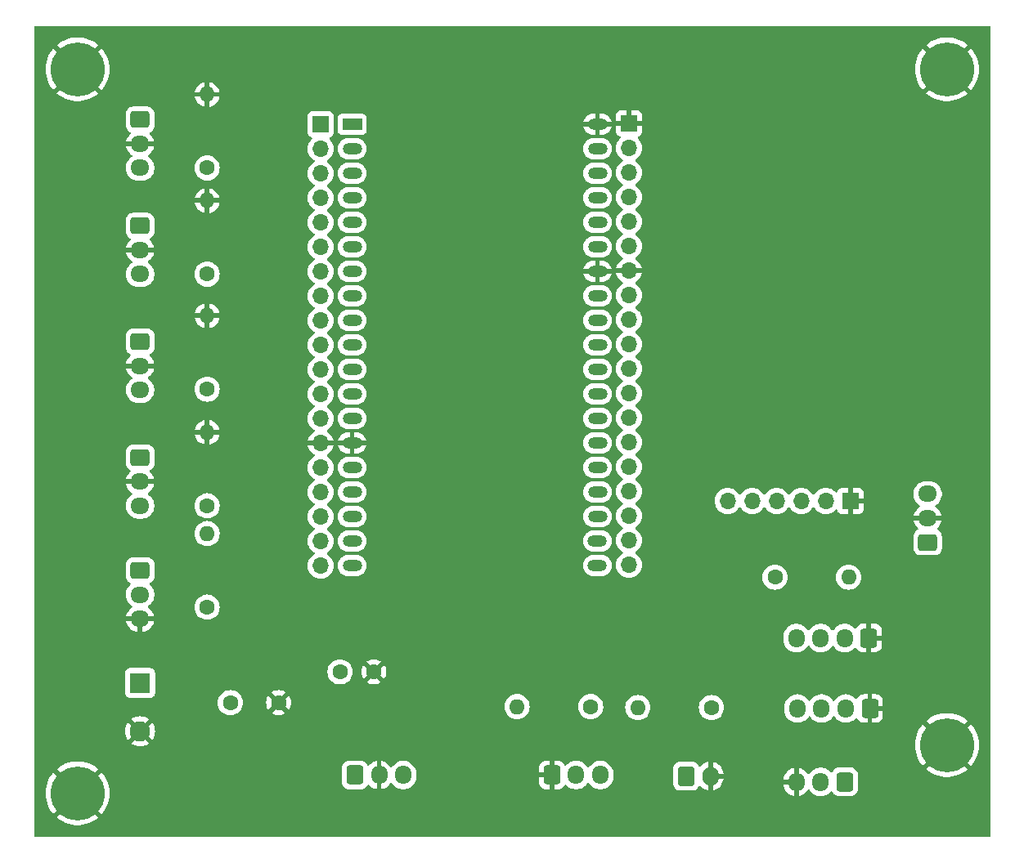
<source format=gbr>
%TF.GenerationSoftware,KiCad,Pcbnew,8.0.8*%
%TF.CreationDate,2025-01-29T09:19:23+01:00*%
%TF.ProjectId,PoolClock,506f6f6c-436c-46f6-936b-2e6b69636164,1.0*%
%TF.SameCoordinates,Original*%
%TF.FileFunction,Copper,L2,Bot*%
%TF.FilePolarity,Positive*%
%FSLAX46Y46*%
G04 Gerber Fmt 4.6, Leading zero omitted, Abs format (unit mm)*
G04 Created by KiCad (PCBNEW 8.0.8) date 2025-01-29 09:19:23*
%MOMM*%
%LPD*%
G01*
G04 APERTURE LIST*
G04 Aperture macros list*
%AMRoundRect*
0 Rectangle with rounded corners*
0 $1 Rounding radius*
0 $2 $3 $4 $5 $6 $7 $8 $9 X,Y pos of 4 corners*
0 Add a 4 corners polygon primitive as box body*
4,1,4,$2,$3,$4,$5,$6,$7,$8,$9,$2,$3,0*
0 Add four circle primitives for the rounded corners*
1,1,$1+$1,$2,$3*
1,1,$1+$1,$4,$5*
1,1,$1+$1,$6,$7*
1,1,$1+$1,$8,$9*
0 Add four rect primitives between the rounded corners*
20,1,$1+$1,$2,$3,$4,$5,0*
20,1,$1+$1,$4,$5,$6,$7,0*
20,1,$1+$1,$6,$7,$8,$9,0*
20,1,$1+$1,$8,$9,$2,$3,0*%
G04 Aperture macros list end*
%TA.AperFunction,ComponentPad*%
%ADD10RoundRect,0.250000X-0.725000X0.600000X-0.725000X-0.600000X0.725000X-0.600000X0.725000X0.600000X0*%
%TD*%
%TA.AperFunction,ComponentPad*%
%ADD11O,1.950000X1.700000*%
%TD*%
%TA.AperFunction,ComponentPad*%
%ADD12RoundRect,0.250000X-0.600000X-0.725000X0.600000X-0.725000X0.600000X0.725000X-0.600000X0.725000X0*%
%TD*%
%TA.AperFunction,ComponentPad*%
%ADD13O,1.700000X1.950000*%
%TD*%
%TA.AperFunction,ComponentPad*%
%ADD14R,1.700000X1.700000*%
%TD*%
%TA.AperFunction,ComponentPad*%
%ADD15O,1.700000X1.700000*%
%TD*%
%TA.AperFunction,ComponentPad*%
%ADD16RoundRect,0.250000X0.725000X-0.600000X0.725000X0.600000X-0.725000X0.600000X-0.725000X-0.600000X0*%
%TD*%
%TA.AperFunction,ComponentPad*%
%ADD17C,1.600000*%
%TD*%
%TA.AperFunction,ComponentPad*%
%ADD18RoundRect,0.250000X0.600000X0.725000X-0.600000X0.725000X-0.600000X-0.725000X0.600000X-0.725000X0*%
%TD*%
%TA.AperFunction,ComponentPad*%
%ADD19R,2.100000X2.100000*%
%TD*%
%TA.AperFunction,ComponentPad*%
%ADD20C,2.100000*%
%TD*%
%TA.AperFunction,ComponentPad*%
%ADD21O,1.600000X1.600000*%
%TD*%
%TA.AperFunction,ComponentPad*%
%ADD22C,5.600000*%
%TD*%
%TA.AperFunction,ComponentPad*%
%ADD23RoundRect,0.250000X-0.600000X-0.750000X0.600000X-0.750000X0.600000X0.750000X-0.600000X0.750000X0*%
%TD*%
%TA.AperFunction,ComponentPad*%
%ADD24O,1.700000X2.000000*%
%TD*%
%TA.AperFunction,ComponentPad*%
%ADD25R,2.000000X1.200000*%
%TD*%
%TA.AperFunction,ComponentPad*%
%ADD26O,2.000000X1.200000*%
%TD*%
G04 APERTURE END LIST*
D10*
%TO.P,Button3,1,Pin_1*%
%TO.N,/3V3*%
X86975000Y-76218440D03*
D11*
%TO.P,Button3,2,Pin_2*%
%TO.N,GND*%
X86975000Y-78718440D03*
%TO.P,Button3,3,Pin_3*%
%TO.N,/IO27*%
X86975000Y-81218440D03*
%TD*%
D12*
%TO.P,Power_Button1,1,Pin_1*%
%TO.N,/VIN*%
X109220000Y-133120000D03*
D13*
%TO.P,Power_Button1,2,Pin_2*%
%TO.N,GND*%
X111720000Y-133120000D03*
%TO.P,Power_Button1,3,Pin_3*%
%TO.N,/+5V*%
X114220000Y-133120000D03*
%TD*%
D14*
%TO.P,J2,1,Pin_1*%
%TO.N,GND*%
X137600000Y-65616880D03*
D15*
%TO.P,J2,2,Pin_2*%
%TO.N,/IO23*%
X137600000Y-68156880D03*
%TO.P,J2,3,Pin_3*%
%TO.N,/SCL*%
X137600000Y-70696880D03*
%TO.P,J2,4,Pin_4*%
%TO.N,/IO01*%
X137600000Y-73236880D03*
%TO.P,J2,5,Pin_5*%
%TO.N,/IO03*%
X137600000Y-75776880D03*
%TO.P,J2,6,Pin_6*%
%TO.N,/SDA*%
X137600000Y-78316880D03*
%TO.P,J2,7,Pin_7*%
%TO.N,GND*%
X137600000Y-80856880D03*
%TO.P,J2,8,Pin_8*%
%TO.N,/IO19*%
X137600000Y-83396880D03*
%TO.P,J2,9,Pin_9*%
%TO.N,/IO18*%
X137600000Y-85936880D03*
%TO.P,J2,10,Pin_10*%
%TO.N,/IO05*%
X137600000Y-88476880D03*
%TO.P,J2,11,Pin_11*%
%TO.N,/IO17*%
X137600000Y-91016880D03*
%TO.P,J2,12,Pin_12*%
%TO.N,/IO16*%
X137600000Y-93556880D03*
%TO.P,J2,13,Pin_13*%
%TO.N,/IO04*%
X137600000Y-96096880D03*
%TO.P,J2,14,Pin_14*%
%TO.N,/IO00*%
X137600000Y-98636880D03*
%TO.P,J2,15,Pin_15*%
%TO.N,/IO02*%
X137600000Y-101176880D03*
%TO.P,J2,16,Pin_16*%
%TO.N,/IO15*%
X137600000Y-103716880D03*
%TO.P,J2,17,Pin_17*%
%TO.N,/IO08*%
X137600000Y-106256880D03*
%TO.P,J2,18,Pin_18*%
%TO.N,/IO07*%
X137600000Y-108796880D03*
%TO.P,J2,19,Pin_19*%
%TO.N,/IO06*%
X137600000Y-111336880D03*
%TD*%
D16*
%TO.P,Light_Sensor1,1,Pin_1*%
%TO.N,/+5V*%
X168500000Y-109000000D03*
D11*
%TO.P,Light_Sensor1,2,Pin_2*%
%TO.N,GND*%
X168500000Y-106500000D03*
%TO.P,Light_Sensor1,3,Pin_3*%
%TO.N,/IO19*%
X168500000Y-104000000D03*
%TD*%
D14*
%TO.P,J1,1,Pin_1*%
%TO.N,/3V3*%
X105680000Y-65695000D03*
D15*
%TO.P,J1,2,Pin_2*%
%TO.N,/EN*%
X105680000Y-68235000D03*
%TO.P,J1,3,Pin_3*%
%TO.N,/IO36*%
X105680000Y-70775000D03*
%TO.P,J1,4,Pin_4*%
%TO.N,/IO39*%
X105680000Y-73315000D03*
%TO.P,J1,5,Pin_5*%
%TO.N,/IO34*%
X105680000Y-75855000D03*
%TO.P,J1,6,Pin_6*%
%TO.N,/IO35*%
X105680000Y-78395000D03*
%TO.P,J1,7,Pin_7*%
%TO.N,/IO32*%
X105680000Y-80935000D03*
%TO.P,J1,8,Pin_8*%
%TO.N,/IO33*%
X105680000Y-83475000D03*
%TO.P,J1,9,Pin_9*%
%TO.N,/IO25*%
X105680000Y-86015000D03*
%TO.P,J1,10,Pin_10*%
%TO.N,/IO26*%
X105680000Y-88555000D03*
%TO.P,J1,11,Pin_11*%
%TO.N,/IO27*%
X105680000Y-91095000D03*
%TO.P,J1,12,Pin_12*%
%TO.N,/IO14*%
X105680000Y-93635000D03*
%TO.P,J1,13,Pin_13*%
%TO.N,/IO12*%
X105680000Y-96175000D03*
%TO.P,J1,14,Pin_14*%
%TO.N,GND*%
X105680000Y-98715000D03*
%TO.P,J1,15,Pin_15*%
%TO.N,/IO13*%
X105680000Y-101255000D03*
%TO.P,J1,16,Pin_16*%
%TO.N,/IO09*%
X105680000Y-103795000D03*
%TO.P,J1,17,Pin_17*%
%TO.N,/IO10*%
X105680000Y-106335000D03*
%TO.P,J1,18,Pin_18*%
%TO.N,/IO11*%
X105680000Y-108875000D03*
%TO.P,J1,19,Pin_19*%
%TO.N,/+5V*%
X105680000Y-111415000D03*
%TD*%
D17*
%TO.P,C2,1*%
%TO.N,/+5V*%
X107670000Y-122420000D03*
%TO.P,C2,2*%
%TO.N,GND*%
X111170000Y-122420000D03*
%TD*%
D10*
%TO.P,LED1,1,Pin_1*%
%TO.N,/DIN*%
X86975000Y-111920000D03*
D11*
%TO.P,LED1,2,Pin_2*%
%TO.N,/+5V*%
X86975000Y-114420000D03*
%TO.P,LED1,3,Pin_3*%
%TO.N,GND*%
X86975000Y-116920000D03*
%TD*%
D12*
%TO.P,DS18B20,1,Pin_1*%
%TO.N,GND*%
X129620000Y-133120000D03*
D13*
%TO.P,DS18B20,2,Pin_2*%
%TO.N,/IO04*%
X132120000Y-133120000D03*
%TO.P,DS18B20,3,Pin_3*%
%TO.N,/+5V*%
X134620000Y-133120000D03*
%TD*%
D10*
%TO.P,Button4,1,Pin_1*%
%TO.N,/3V3*%
X86975000Y-65218440D03*
D11*
%TO.P,Button4,2,Pin_2*%
%TO.N,GND*%
X86975000Y-67718440D03*
%TO.P,Button4,3,Pin_3*%
%TO.N,/IO26*%
X86975000Y-70218440D03*
%TD*%
D18*
%TO.P,HR-SC501_PIR1,1,Pin_1*%
%TO.N,/+5V*%
X159920000Y-133820000D03*
D13*
%TO.P,HR-SC501_PIR1,2,Pin_2*%
%TO.N,/IO05*%
X157420000Y-133820000D03*
%TO.P,HR-SC501_PIR1,3,Pin_3*%
%TO.N,GND*%
X154920000Y-133820000D03*
%TD*%
D19*
%TO.P,Power1,1,Pin_1*%
%TO.N,/VIN*%
X86970000Y-123582500D03*
D20*
%TO.P,Power1,2,Pin_2*%
%TO.N,GND*%
X86970000Y-128582500D03*
%TD*%
D18*
%TO.P,AM2320,1,Pin_1*%
%TO.N,GND*%
X162420000Y-118920000D03*
D13*
%TO.P,AM2320,2,Pin_2*%
%TO.N,/+5V*%
X159920000Y-118920000D03*
%TO.P,AM2320,3,Pin_3*%
%TO.N,/SDA*%
X157420000Y-118920000D03*
%TO.P,AM2320,4,Pin_4*%
%TO.N,/SCL*%
X154920000Y-118920000D03*
%TD*%
D17*
%TO.P,R7,1*%
%TO.N,/SCL*%
X152700000Y-112620000D03*
D21*
%TO.P,R7,2*%
%TO.N,/+5V*%
X160320000Y-112620000D03*
%TD*%
D14*
%TO.P,DS3231,1,Pin_1*%
%TO.N,GND*%
X160500000Y-104720000D03*
D15*
%TO.P,DS3231,2,Pin_2*%
%TO.N,/+5V*%
X157960000Y-104720000D03*
%TO.P,DS3231,3,Pin_3*%
%TO.N,/SDA*%
X155420000Y-104720000D03*
%TO.P,DS3231,4,Pin_4*%
%TO.N,/SCL*%
X152880000Y-104720000D03*
%TO.P,DS3231,5,Pin_5*%
%TO.N,/SQW*%
X150340000Y-104720000D03*
%TO.P,DS3231,6,Pin_6*%
%TO.N,/32K*%
X147800000Y-104720000D03*
%TD*%
D10*
%TO.P,Button2,1,Pin_1*%
%TO.N,/3V3*%
X86975000Y-88218440D03*
D11*
%TO.P,Button2,2,Pin_2*%
%TO.N,GND*%
X86975000Y-90718440D03*
%TO.P,Button2,3,Pin_3*%
%TO.N,/IO14*%
X86975000Y-93218440D03*
%TD*%
D22*
%TO.P,H4,1,1*%
%TO.N,GND*%
X80500000Y-135000000D03*
%TD*%
D17*
%TO.P,R2,1*%
%TO.N,/IO12*%
X93920000Y-105218440D03*
D21*
%TO.P,R2,2*%
%TO.N,GND*%
X93920000Y-97598440D03*
%TD*%
D17*
%TO.P,R1,1*%
%TO.N,/DIN*%
X93920000Y-115720000D03*
D21*
%TO.P,R1,2*%
%TO.N,/IO18*%
X93920000Y-108100000D03*
%TD*%
D22*
%TO.P,H1,1,1*%
%TO.N,GND*%
X80500000Y-60000000D03*
%TD*%
D17*
%TO.P,R3,1*%
%TO.N,/IO14*%
X93920000Y-93140000D03*
D21*
%TO.P,R3,2*%
%TO.N,GND*%
X93920000Y-85520000D03*
%TD*%
D18*
%TO.P,LCD1,1,Pin_1*%
%TO.N,GND*%
X162520000Y-126220000D03*
D13*
%TO.P,LCD1,2,Pin_2*%
%TO.N,/+5V*%
X160020000Y-126220000D03*
%TO.P,LCD1,3,Pin_3*%
%TO.N,/SDA*%
X157520000Y-126220000D03*
%TO.P,LCD1,4,Pin_4*%
%TO.N,/SCL*%
X155020000Y-126220000D03*
%TD*%
D17*
%TO.P,R4,1*%
%TO.N,/IO27*%
X93920000Y-81220000D03*
D21*
%TO.P,R4,2*%
%TO.N,GND*%
X93920000Y-73600000D03*
%TD*%
D17*
%TO.P,R8,1*%
%TO.N,/+5V*%
X133620000Y-126020000D03*
D21*
%TO.P,R8,2*%
%TO.N,/IO04*%
X126000000Y-126020000D03*
%TD*%
D22*
%TO.P,H3,1,1*%
%TO.N,GND*%
X170500000Y-130000000D03*
%TD*%
D10*
%TO.P,Button1,1,Pin_1*%
%TO.N,/3V3*%
X86975000Y-100218440D03*
D11*
%TO.P,Button1,2,Pin_2*%
%TO.N,GND*%
X86975000Y-102718440D03*
%TO.P,Button1,3,Pin_3*%
%TO.N,/IO12*%
X86975000Y-105218440D03*
%TD*%
D17*
%TO.P,C1,1*%
%TO.N,/+5V*%
X96320000Y-125620000D03*
%TO.P,C1,2*%
%TO.N,GND*%
X101320000Y-125620000D03*
%TD*%
%TO.P,R6,1*%
%TO.N,/SDA*%
X146120000Y-126120000D03*
D21*
%TO.P,R6,2*%
%TO.N,/+5V*%
X138500000Y-126120000D03*
%TD*%
D23*
%TO.P,BZ1,1,+*%
%TO.N,/IO17*%
X143520000Y-133220000D03*
D24*
%TO.P,BZ1,2,-*%
%TO.N,GND*%
X146020000Y-133220000D03*
%TD*%
D17*
%TO.P,R5,1*%
%TO.N,/IO26*%
X93920000Y-70220000D03*
D21*
%TO.P,R5,2*%
%TO.N,GND*%
X93920000Y-62600000D03*
%TD*%
D22*
%TO.P,H2,1,1*%
%TO.N,GND*%
X170500000Y-60000000D03*
%TD*%
D25*
%TO.P,U1,1,3V3*%
%TO.N,/3V3*%
X108925000Y-65695000D03*
D26*
%TO.P,U1,2,CHIP_PU*%
%TO.N,/EN*%
X108925000Y-68235000D03*
%TO.P,U1,3,SENSOR_VP/GPIO36/ADC1_CH0*%
%TO.N,/IO36*%
X108925000Y-70775000D03*
%TO.P,U1,4,SENSOR_VN/GPIO39/ADC1_CH3*%
%TO.N,/IO39*%
X108925000Y-73315000D03*
%TO.P,U1,5,VDET_1/GPIO34/ADC1_CH6*%
%TO.N,/IO34*%
X108925000Y-75855000D03*
%TO.P,U1,6,VDET_2/GPIO35/ADC1_CH7*%
%TO.N,/IO35*%
X108925000Y-78395000D03*
%TO.P,U1,7,32K_XP/GPIO32/ADC1_CH4*%
%TO.N,/IO32*%
X108925000Y-80935000D03*
%TO.P,U1,8,32K_XN/GPIO33/ADC1_CH5*%
%TO.N,/IO33*%
X108925000Y-83475000D03*
%TO.P,U1,9,DAC_1/ADC2_CH8/GPIO25*%
%TO.N,/IO25*%
X108925000Y-86015000D03*
%TO.P,U1,10,DAC_2/ADC2_CH9/GPIO26*%
%TO.N,/IO26*%
X108925000Y-88555000D03*
%TO.P,U1,11,ADC2_CH7/GPIO27*%
%TO.N,/IO27*%
X108925000Y-91095000D03*
%TO.P,U1,12,MTMS/GPIO14/ADC2_CH6*%
%TO.N,/IO14*%
X108925000Y-93635000D03*
%TO.P,U1,13,MTDI/GPIO12/ADC2_CH5*%
%TO.N,/IO12*%
X108925000Y-96175000D03*
%TO.P,U1,14,GND*%
%TO.N,GND*%
X108925000Y-98715000D03*
%TO.P,U1,15,MTCK/GPIO13/ADC2_CH4*%
%TO.N,/IO13*%
X108925000Y-101255000D03*
%TO.P,U1,16,SD_DATA2/GPIO9*%
%TO.N,/IO09*%
X108925000Y-103795000D03*
%TO.P,U1,17,SD_DATA3/GPIO10*%
%TO.N,/IO10*%
X108925000Y-106335000D03*
%TO.P,U1,18,CMD*%
%TO.N,/IO11*%
X108925000Y-108875000D03*
%TO.P,U1,19,5V*%
%TO.N,/+5V*%
X108925000Y-111415000D03*
%TO.P,U1,20,SD_CLK/GPIO6*%
%TO.N,/IO06*%
X134321320Y-111412280D03*
%TO.P,U1,21,SD_DATA0/GPIO7*%
%TO.N,/IO07*%
X134321320Y-108872280D03*
%TO.P,U1,22,SD_DATA1/GPIO8*%
%TO.N,/IO08*%
X134325000Y-106335000D03*
%TO.P,U1,23,MTDO/GPIO15/ADC2_CH3*%
%TO.N,/IO15*%
X134325000Y-103795000D03*
%TO.P,U1,24,ADC2_CH2/GPIO2*%
%TO.N,/IO02*%
X134325000Y-101255000D03*
%TO.P,U1,25,GPIO0/BOOT/ADC2_CH1*%
%TO.N,/IO00*%
X134325000Y-98715000D03*
%TO.P,U1,26,ADC2_CH0/GPIO4*%
%TO.N,/IO04*%
X134325000Y-96175000D03*
%TO.P,U1,27,GPIO16*%
%TO.N,/IO16*%
X134325000Y-93635000D03*
%TO.P,U1,28,GPIO17*%
%TO.N,/IO17*%
X134325000Y-91095000D03*
%TO.P,U1,29,GPIO5*%
%TO.N,/IO05*%
X134325000Y-88555000D03*
%TO.P,U1,30,GPIO18*%
%TO.N,/IO18*%
X134325000Y-86015000D03*
%TO.P,U1,31,GPIO19*%
%TO.N,/IO19*%
X134325000Y-83475000D03*
%TO.P,U1,32,GND*%
%TO.N,GND*%
X134325000Y-80935000D03*
%TO.P,U1,33,GPIO21*%
%TO.N,/SDA*%
X134325000Y-78395000D03*
%TO.P,U1,34,U0RXD/GPIO3*%
%TO.N,/IO03*%
X134325000Y-75855000D03*
%TO.P,U1,35,U0TXD/GPIO1*%
%TO.N,/IO01*%
X134325000Y-73315000D03*
%TO.P,U1,36,GPIO22*%
%TO.N,/SCL*%
X134325000Y-70775000D03*
%TO.P,U1,37,GPIO23*%
%TO.N,/IO23*%
X134325000Y-68235000D03*
%TO.P,U1,38,GND*%
%TO.N,GND*%
X134325000Y-65695000D03*
%TD*%
%TA.AperFunction,Conductor*%
%TO.N,GND*%
G36*
X139500000Y-64000000D02*
G01*
X103500000Y-64000000D01*
X103500000Y-55500500D01*
X139500000Y-55500500D01*
X139500000Y-64000000D01*
G37*
%TD.AperFunction*%
%TD*%
%TA.AperFunction,Conductor*%
%TO.N,GND*%
G36*
X103500000Y-64000000D02*
G01*
X139500000Y-64000000D01*
X139500000Y-59999997D01*
X167195153Y-59999997D01*
X167195153Y-60000002D01*
X167214526Y-60357314D01*
X167214527Y-60357331D01*
X167272415Y-60710431D01*
X167272421Y-60710457D01*
X167368147Y-61055232D01*
X167368149Y-61055239D01*
X167500597Y-61387659D01*
X167500606Y-61387677D01*
X167668218Y-61703827D01*
X167869033Y-62000007D01*
X167996441Y-62150003D01*
X167996442Y-62150004D01*
X169205748Y-60940698D01*
X169279588Y-61042330D01*
X169457670Y-61220412D01*
X169559300Y-61294251D01*
X168347255Y-62506295D01*
X168347256Y-62506296D01*
X168360485Y-62518828D01*
X168360486Y-62518829D01*
X168645367Y-62735388D01*
X168645370Y-62735390D01*
X168951990Y-62919876D01*
X169276739Y-63070122D01*
X169276744Y-63070123D01*
X169615855Y-63184383D01*
X169965339Y-63261311D01*
X170321075Y-63299999D01*
X170321085Y-63300000D01*
X170678915Y-63300000D01*
X170678924Y-63299999D01*
X171034660Y-63261311D01*
X171384144Y-63184383D01*
X171723255Y-63070123D01*
X171723260Y-63070122D01*
X172048009Y-62919876D01*
X172354629Y-62735390D01*
X172354632Y-62735388D01*
X172639504Y-62518836D01*
X172652742Y-62506294D01*
X171440698Y-61294251D01*
X171542330Y-61220412D01*
X171720412Y-61042330D01*
X171794251Y-60940698D01*
X173003556Y-62150003D01*
X173130964Y-62000008D01*
X173130975Y-61999994D01*
X173331781Y-61703827D01*
X173499393Y-61387677D01*
X173499402Y-61387659D01*
X173631850Y-61055239D01*
X173631852Y-61055232D01*
X173727578Y-60710457D01*
X173727584Y-60710431D01*
X173785472Y-60357331D01*
X173785473Y-60357314D01*
X173804847Y-60000002D01*
X173804847Y-59999997D01*
X173785473Y-59642685D01*
X173785472Y-59642668D01*
X173727584Y-59289568D01*
X173727578Y-59289542D01*
X173631852Y-58944767D01*
X173631850Y-58944760D01*
X173499402Y-58612340D01*
X173499393Y-58612322D01*
X173331781Y-58296172D01*
X173130966Y-57999992D01*
X173003557Y-57849995D01*
X173003556Y-57849994D01*
X171794250Y-59059300D01*
X171720412Y-58957670D01*
X171542330Y-58779588D01*
X171440697Y-58705747D01*
X172652743Y-57493703D01*
X172652742Y-57493702D01*
X172639514Y-57481171D01*
X172639513Y-57481170D01*
X172354632Y-57264611D01*
X172354629Y-57264609D01*
X172048009Y-57080123D01*
X171723260Y-56929877D01*
X171723255Y-56929876D01*
X171384144Y-56815616D01*
X171034660Y-56738688D01*
X170678924Y-56700000D01*
X170321075Y-56700000D01*
X169965339Y-56738688D01*
X169615855Y-56815616D01*
X169276744Y-56929876D01*
X169276739Y-56929877D01*
X168951990Y-57080123D01*
X168645370Y-57264609D01*
X168645367Y-57264611D01*
X168360491Y-57481166D01*
X168347256Y-57493703D01*
X168347255Y-57493703D01*
X169559301Y-58705748D01*
X169457670Y-58779588D01*
X169279588Y-58957670D01*
X169205748Y-59059301D01*
X167996442Y-57849994D01*
X167996441Y-57849995D01*
X167869040Y-57999983D01*
X167869033Y-57999993D01*
X167668218Y-58296172D01*
X167500606Y-58612322D01*
X167500597Y-58612340D01*
X167368149Y-58944760D01*
X167368147Y-58944767D01*
X167272421Y-59289542D01*
X167272415Y-59289568D01*
X167214527Y-59642668D01*
X167214526Y-59642685D01*
X167195153Y-59999997D01*
X139500000Y-59999997D01*
X139500000Y-55500500D01*
X174875500Y-55500500D01*
X174942539Y-55520185D01*
X174988294Y-55572989D01*
X174999500Y-55624500D01*
X174999500Y-139375500D01*
X174979815Y-139442539D01*
X174927011Y-139488294D01*
X174875500Y-139499500D01*
X76124500Y-139499500D01*
X76057461Y-139479815D01*
X76011706Y-139427011D01*
X76000500Y-139375500D01*
X76000500Y-134999997D01*
X77195153Y-134999997D01*
X77195153Y-135000002D01*
X77214526Y-135357314D01*
X77214527Y-135357331D01*
X77272415Y-135710431D01*
X77272421Y-135710457D01*
X77368147Y-136055232D01*
X77368149Y-136055239D01*
X77500597Y-136387659D01*
X77500606Y-136387677D01*
X77668218Y-136703827D01*
X77869033Y-137000007D01*
X77996441Y-137150003D01*
X77996442Y-137150004D01*
X79205748Y-135940698D01*
X79279588Y-136042330D01*
X79457670Y-136220412D01*
X79559300Y-136294251D01*
X78347255Y-137506295D01*
X78347256Y-137506296D01*
X78360485Y-137518828D01*
X78360486Y-137518829D01*
X78645367Y-137735388D01*
X78645370Y-137735390D01*
X78951990Y-137919876D01*
X79276739Y-138070122D01*
X79276744Y-138070123D01*
X79615855Y-138184383D01*
X79965339Y-138261311D01*
X80321075Y-138299999D01*
X80321085Y-138300000D01*
X80678915Y-138300000D01*
X80678924Y-138299999D01*
X81034660Y-138261311D01*
X81384144Y-138184383D01*
X81723255Y-138070123D01*
X81723260Y-138070122D01*
X82048009Y-137919876D01*
X82354629Y-137735390D01*
X82354632Y-137735388D01*
X82639504Y-137518836D01*
X82652742Y-137506294D01*
X81440698Y-136294251D01*
X81542330Y-136220412D01*
X81720412Y-136042330D01*
X81794251Y-135940698D01*
X83003556Y-137150003D01*
X83130964Y-137000008D01*
X83130975Y-136999994D01*
X83331781Y-136703827D01*
X83499393Y-136387677D01*
X83499402Y-136387659D01*
X83631850Y-136055239D01*
X83631852Y-136055232D01*
X83727578Y-135710457D01*
X83727584Y-135710431D01*
X83785472Y-135357331D01*
X83785473Y-135357314D01*
X83804847Y-135000002D01*
X83804847Y-134999997D01*
X83785473Y-134642685D01*
X83785472Y-134642668D01*
X83727584Y-134289568D01*
X83727578Y-134289542D01*
X83631852Y-133944767D01*
X83631850Y-133944760D01*
X83499402Y-133612340D01*
X83499393Y-133612322D01*
X83331781Y-133296172D01*
X83130966Y-132999992D01*
X83003557Y-132849995D01*
X83003556Y-132849994D01*
X81794250Y-134059300D01*
X81720412Y-133957670D01*
X81542330Y-133779588D01*
X81440697Y-133705747D01*
X82652743Y-132493703D01*
X82652742Y-132493702D01*
X82639514Y-132481171D01*
X82639513Y-132481170D01*
X82460360Y-132344983D01*
X107869500Y-132344983D01*
X107869500Y-133895001D01*
X107869501Y-133895018D01*
X107880000Y-133997796D01*
X107880001Y-133997799D01*
X107925749Y-134135856D01*
X107935186Y-134164334D01*
X108027288Y-134313656D01*
X108151344Y-134437712D01*
X108300666Y-134529814D01*
X108467203Y-134584999D01*
X108569991Y-134595500D01*
X109870008Y-134595499D01*
X109972797Y-134584999D01*
X110139334Y-134529814D01*
X110288656Y-134437712D01*
X110412712Y-134313656D01*
X110504814Y-134164334D01*
X110504814Y-134164331D01*
X110508448Y-134158441D01*
X110560395Y-134111716D01*
X110629358Y-134100493D01*
X110693440Y-134128336D01*
X110701668Y-134135856D01*
X110840535Y-134274723D01*
X110840540Y-134274727D01*
X111012442Y-134399620D01*
X111201782Y-134496095D01*
X111403871Y-134561757D01*
X111470000Y-134572231D01*
X111470000Y-133524145D01*
X111536657Y-133562630D01*
X111657465Y-133595000D01*
X111782535Y-133595000D01*
X111903343Y-133562630D01*
X111970000Y-133524145D01*
X111970000Y-134572230D01*
X112036126Y-134561757D01*
X112036129Y-134561757D01*
X112238217Y-134496095D01*
X112427557Y-134399620D01*
X112599459Y-134274727D01*
X112599464Y-134274723D01*
X112749721Y-134124466D01*
X112869371Y-133959781D01*
X112924701Y-133917115D01*
X112994314Y-133911136D01*
X113056110Y-133943741D01*
X113070008Y-133959781D01*
X113189890Y-134124785D01*
X113189894Y-134124790D01*
X113340213Y-134275109D01*
X113512179Y-134400048D01*
X113512181Y-134400049D01*
X113512184Y-134400051D01*
X113701588Y-134496557D01*
X113903757Y-134562246D01*
X114113713Y-134595500D01*
X114113714Y-134595500D01*
X114326286Y-134595500D01*
X114326287Y-134595500D01*
X114536243Y-134562246D01*
X114738412Y-134496557D01*
X114927816Y-134400051D01*
X114949789Y-134384086D01*
X115099786Y-134275109D01*
X115099788Y-134275106D01*
X115099792Y-134275104D01*
X115250104Y-134124792D01*
X115250106Y-134124788D01*
X115250109Y-134124786D01*
X115375048Y-133952820D01*
X115375047Y-133952820D01*
X115375051Y-133952816D01*
X115471557Y-133763412D01*
X115537246Y-133561243D01*
X115570500Y-133351287D01*
X115570500Y-132888713D01*
X115537246Y-132678757D01*
X115471557Y-132476588D01*
X115404516Y-132345013D01*
X128270000Y-132345013D01*
X128270000Y-132870000D01*
X129215854Y-132870000D01*
X129177370Y-132936657D01*
X129145000Y-133057465D01*
X129145000Y-133182535D01*
X129177370Y-133303343D01*
X129215854Y-133370000D01*
X128270001Y-133370000D01*
X128270001Y-133894986D01*
X128280494Y-133997697D01*
X128335641Y-134164119D01*
X128335643Y-134164124D01*
X128427684Y-134313345D01*
X128551654Y-134437315D01*
X128700875Y-134529356D01*
X128700880Y-134529358D01*
X128867302Y-134584505D01*
X128867309Y-134584506D01*
X128970019Y-134594999D01*
X129369999Y-134594999D01*
X129370000Y-134594998D01*
X129370000Y-133524145D01*
X129436657Y-133562630D01*
X129557465Y-133595000D01*
X129682535Y-133595000D01*
X129803343Y-133562630D01*
X129870000Y-133524145D01*
X129870000Y-134594999D01*
X130269972Y-134594999D01*
X130269986Y-134594998D01*
X130372697Y-134584505D01*
X130539119Y-134529358D01*
X130539124Y-134529356D01*
X130688345Y-134437315D01*
X130812317Y-134313343D01*
X130907815Y-134158516D01*
X130959763Y-134111791D01*
X131028725Y-134100568D01*
X131092808Y-134128412D01*
X131101035Y-134135931D01*
X131240213Y-134275109D01*
X131412179Y-134400048D01*
X131412181Y-134400049D01*
X131412184Y-134400051D01*
X131601588Y-134496557D01*
X131803757Y-134562246D01*
X132013713Y-134595500D01*
X132013714Y-134595500D01*
X132226286Y-134595500D01*
X132226287Y-134595500D01*
X132436243Y-134562246D01*
X132638412Y-134496557D01*
X132827816Y-134400051D01*
X132849789Y-134384086D01*
X132999786Y-134275109D01*
X132999788Y-134275106D01*
X132999792Y-134275104D01*
X133150104Y-134124792D01*
X133269683Y-133960204D01*
X133325011Y-133917540D01*
X133394624Y-133911561D01*
X133456420Y-133944166D01*
X133470313Y-133960199D01*
X133513774Y-134020018D01*
X133589896Y-134124792D01*
X133740213Y-134275109D01*
X133912179Y-134400048D01*
X133912181Y-134400049D01*
X133912184Y-134400051D01*
X134101588Y-134496557D01*
X134303757Y-134562246D01*
X134513713Y-134595500D01*
X134513714Y-134595500D01*
X134726286Y-134595500D01*
X134726287Y-134595500D01*
X134936243Y-134562246D01*
X135138412Y-134496557D01*
X135327816Y-134400051D01*
X135349789Y-134384086D01*
X135499786Y-134275109D01*
X135499788Y-134275106D01*
X135499792Y-134275104D01*
X135650104Y-134124792D01*
X135650106Y-134124788D01*
X135650109Y-134124786D01*
X135775048Y-133952820D01*
X135775047Y-133952820D01*
X135775051Y-133952816D01*
X135871557Y-133763412D01*
X135937246Y-133561243D01*
X135970500Y-133351287D01*
X135970500Y-132888713D01*
X135937246Y-132678757D01*
X135871557Y-132476588D01*
X135842715Y-132419983D01*
X142169500Y-132419983D01*
X142169500Y-134020001D01*
X142169501Y-134020018D01*
X142180000Y-134122796D01*
X142180001Y-134122799D01*
X142226337Y-134262630D01*
X142235186Y-134289334D01*
X142327288Y-134438656D01*
X142451344Y-134562712D01*
X142600666Y-134654814D01*
X142767203Y-134709999D01*
X142869991Y-134720500D01*
X144170008Y-134720499D01*
X144272797Y-134709999D01*
X144439334Y-134654814D01*
X144588656Y-134562712D01*
X144712712Y-134438656D01*
X144804814Y-134289334D01*
X144804814Y-134289331D01*
X144808448Y-134283441D01*
X144860395Y-134236716D01*
X144929358Y-134225493D01*
X144993440Y-134253336D01*
X145001668Y-134260856D01*
X145140535Y-134399723D01*
X145140540Y-134399727D01*
X145312442Y-134524620D01*
X145501782Y-134621095D01*
X145703871Y-134686757D01*
X145770000Y-134697231D01*
X145770000Y-133653012D01*
X145827007Y-133685925D01*
X145954174Y-133720000D01*
X146085826Y-133720000D01*
X146212993Y-133685925D01*
X146270000Y-133653012D01*
X146270000Y-134697230D01*
X146336126Y-134686757D01*
X146336129Y-134686757D01*
X146538217Y-134621095D01*
X146727557Y-134524620D01*
X146899459Y-134399727D01*
X146899464Y-134399723D01*
X147049723Y-134249464D01*
X147049727Y-134249459D01*
X147174620Y-134077557D01*
X147271095Y-133888217D01*
X147336757Y-133686130D01*
X147336757Y-133686127D01*
X147355150Y-133570000D01*
X153572970Y-133570000D01*
X154515854Y-133570000D01*
X154477370Y-133636657D01*
X154445000Y-133757465D01*
X154445000Y-133882535D01*
X154477370Y-134003343D01*
X154515854Y-134070000D01*
X153572970Y-134070000D01*
X153603242Y-134261127D01*
X153603242Y-134261130D01*
X153668904Y-134463217D01*
X153765379Y-134652557D01*
X153890272Y-134824459D01*
X153890276Y-134824464D01*
X154040535Y-134974723D01*
X154040540Y-134974727D01*
X154212442Y-135099620D01*
X154401782Y-135196095D01*
X154603871Y-135261757D01*
X154670000Y-135272231D01*
X154670000Y-134224145D01*
X154736657Y-134262630D01*
X154857465Y-134295000D01*
X154982535Y-134295000D01*
X155103343Y-134262630D01*
X155170000Y-134224145D01*
X155170000Y-135272230D01*
X155236126Y-135261757D01*
X155236129Y-135261757D01*
X155438217Y-135196095D01*
X155627557Y-135099620D01*
X155799459Y-134974727D01*
X155799464Y-134974723D01*
X155949721Y-134824466D01*
X156069371Y-134659781D01*
X156124701Y-134617115D01*
X156194314Y-134611136D01*
X156256110Y-134643741D01*
X156270008Y-134659781D01*
X156389890Y-134824785D01*
X156389894Y-134824790D01*
X156540213Y-134975109D01*
X156712179Y-135100048D01*
X156712181Y-135100049D01*
X156712184Y-135100051D01*
X156901588Y-135196557D01*
X157103757Y-135262246D01*
X157313713Y-135295500D01*
X157313714Y-135295500D01*
X157526286Y-135295500D01*
X157526287Y-135295500D01*
X157736243Y-135262246D01*
X157938412Y-135196557D01*
X158127816Y-135100051D01*
X158265524Y-135000001D01*
X158299784Y-134975110D01*
X158299784Y-134975109D01*
X158299792Y-134975104D01*
X158438604Y-134836291D01*
X158499923Y-134802809D01*
X158569615Y-134807793D01*
X158625549Y-134849664D01*
X158631821Y-134858878D01*
X158635185Y-134864333D01*
X158635186Y-134864334D01*
X158727288Y-135013656D01*
X158851344Y-135137712D01*
X159000666Y-135229814D01*
X159167203Y-135284999D01*
X159269991Y-135295500D01*
X160570008Y-135295499D01*
X160672797Y-135284999D01*
X160839334Y-135229814D01*
X160988656Y-135137712D01*
X161112712Y-135013656D01*
X161204814Y-134864334D01*
X161259999Y-134697797D01*
X161270500Y-134595009D01*
X161270499Y-133044992D01*
X161268851Y-133028863D01*
X161259999Y-132942203D01*
X161259998Y-132942200D01*
X161258161Y-132936657D01*
X161204814Y-132775666D01*
X161112712Y-132626344D01*
X160988656Y-132502288D01*
X160839334Y-132410186D01*
X160672797Y-132355001D01*
X160672795Y-132355000D01*
X160570010Y-132344500D01*
X159269998Y-132344500D01*
X159269981Y-132344501D01*
X159167203Y-132355000D01*
X159167200Y-132355001D01*
X159000668Y-132410185D01*
X159000663Y-132410187D01*
X158851342Y-132502289D01*
X158727289Y-132626342D01*
X158631821Y-132781121D01*
X158579873Y-132827845D01*
X158510910Y-132839068D01*
X158446828Y-132811224D01*
X158438601Y-132803705D01*
X158299786Y-132664890D01*
X158127820Y-132539951D01*
X157938414Y-132443444D01*
X157938413Y-132443443D01*
X157938412Y-132443443D01*
X157736243Y-132377754D01*
X157736241Y-132377753D01*
X157736240Y-132377753D01*
X157574957Y-132352208D01*
X157526287Y-132344500D01*
X157313713Y-132344500D01*
X157265042Y-132352208D01*
X157103760Y-132377753D01*
X157103757Y-132377754D01*
X156973766Y-132419991D01*
X156901585Y-132443444D01*
X156712179Y-132539951D01*
X156540213Y-132664890D01*
X156389894Y-132815209D01*
X156389890Y-132815214D01*
X156270008Y-132980218D01*
X156214678Y-133022884D01*
X156145065Y-133028863D01*
X156083270Y-132996257D01*
X156069372Y-132980218D01*
X155949727Y-132815540D01*
X155949723Y-132815535D01*
X155799464Y-132665276D01*
X155799459Y-132665272D01*
X155627557Y-132540379D01*
X155438215Y-132443903D01*
X155236124Y-132378241D01*
X155170000Y-132367768D01*
X155170000Y-133415854D01*
X155103343Y-133377370D01*
X154982535Y-133345000D01*
X154857465Y-133345000D01*
X154736657Y-133377370D01*
X154670000Y-133415854D01*
X154670000Y-132367768D01*
X154669999Y-132367768D01*
X154603875Y-132378241D01*
X154401784Y-132443903D01*
X154212442Y-132540379D01*
X154040540Y-132665272D01*
X154040535Y-132665276D01*
X153890276Y-132815535D01*
X153890272Y-132815540D01*
X153765379Y-132987442D01*
X153668904Y-133176782D01*
X153603242Y-133378869D01*
X153603242Y-133378872D01*
X153572970Y-133570000D01*
X147355150Y-133570000D01*
X147370000Y-133476246D01*
X147370000Y-133470000D01*
X146453012Y-133470000D01*
X146485925Y-133412993D01*
X146520000Y-133285826D01*
X146520000Y-133154174D01*
X146485925Y-133027007D01*
X146453012Y-132970000D01*
X147370000Y-132970000D01*
X147370000Y-132963753D01*
X147336757Y-132753872D01*
X147336757Y-132753869D01*
X147271095Y-132551782D01*
X147174620Y-132362442D01*
X147049727Y-132190540D01*
X147049723Y-132190535D01*
X146899464Y-132040276D01*
X146899459Y-132040272D01*
X146727557Y-131915379D01*
X146538215Y-131818903D01*
X146336124Y-131753241D01*
X146270000Y-131742768D01*
X146270000Y-132786988D01*
X146212993Y-132754075D01*
X146085826Y-132720000D01*
X145954174Y-132720000D01*
X145827007Y-132754075D01*
X145770000Y-132786988D01*
X145770000Y-131742768D01*
X145769999Y-131742768D01*
X145703875Y-131753241D01*
X145501784Y-131818903D01*
X145312442Y-131915379D01*
X145140541Y-132040271D01*
X145001668Y-132179144D01*
X144940345Y-132212628D01*
X144870653Y-132207644D01*
X144814720Y-132165772D01*
X144808448Y-132156558D01*
X144804405Y-132150004D01*
X144712712Y-132001344D01*
X144588656Y-131877288D01*
X144439334Y-131785186D01*
X144272797Y-131730001D01*
X144272795Y-131730000D01*
X144170010Y-131719500D01*
X142869998Y-131719500D01*
X142869981Y-131719501D01*
X142767203Y-131730000D01*
X142767200Y-131730001D01*
X142600668Y-131785185D01*
X142600663Y-131785187D01*
X142451342Y-131877289D01*
X142327289Y-132001342D01*
X142235187Y-132150663D01*
X142235185Y-132150668D01*
X142230180Y-132165772D01*
X142180001Y-132317203D01*
X142180001Y-132317204D01*
X142180000Y-132317204D01*
X142169500Y-132419983D01*
X135842715Y-132419983D01*
X135775051Y-132287184D01*
X135775049Y-132287181D01*
X135775048Y-132287179D01*
X135650109Y-132115213D01*
X135499786Y-131964890D01*
X135327820Y-131839951D01*
X135138414Y-131743444D01*
X135138413Y-131743443D01*
X135138412Y-131743443D01*
X134936243Y-131677754D01*
X134936241Y-131677753D01*
X134936240Y-131677753D01*
X134774957Y-131652208D01*
X134726287Y-131644500D01*
X134513713Y-131644500D01*
X134465042Y-131652208D01*
X134303760Y-131677753D01*
X134303757Y-131677754D01*
X134103666Y-131742768D01*
X134101585Y-131743444D01*
X133912179Y-131839951D01*
X133740213Y-131964890D01*
X133589894Y-132115209D01*
X133589890Y-132115214D01*
X133470318Y-132279793D01*
X133414989Y-132322459D01*
X133345375Y-132328438D01*
X133283580Y-132295833D01*
X133269682Y-132279793D01*
X133150109Y-132115214D01*
X133150105Y-132115209D01*
X132999786Y-131964890D01*
X132827820Y-131839951D01*
X132638414Y-131743444D01*
X132638413Y-131743443D01*
X132638412Y-131743443D01*
X132436243Y-131677754D01*
X132436241Y-131677753D01*
X132436240Y-131677753D01*
X132274957Y-131652208D01*
X132226287Y-131644500D01*
X132013713Y-131644500D01*
X131965042Y-131652208D01*
X131803760Y-131677753D01*
X131803757Y-131677754D01*
X131603666Y-131742768D01*
X131601585Y-131743444D01*
X131412179Y-131839951D01*
X131240215Y-131964889D01*
X131101035Y-132104069D01*
X131039712Y-132137553D01*
X130970020Y-132132569D01*
X130914087Y-132090697D01*
X130907815Y-132081484D01*
X130812315Y-131926654D01*
X130688345Y-131802684D01*
X130539124Y-131710643D01*
X130539119Y-131710641D01*
X130372697Y-131655494D01*
X130372690Y-131655493D01*
X130269986Y-131645000D01*
X129870000Y-131645000D01*
X129870000Y-132715854D01*
X129803343Y-132677370D01*
X129682535Y-132645000D01*
X129557465Y-132645000D01*
X129436657Y-132677370D01*
X129370000Y-132715854D01*
X129370000Y-131645000D01*
X128970028Y-131645000D01*
X128970012Y-131645001D01*
X128867302Y-131655494D01*
X128700880Y-131710641D01*
X128700875Y-131710643D01*
X128551654Y-131802684D01*
X128427684Y-131926654D01*
X128335643Y-132075875D01*
X128335641Y-132075880D01*
X128280494Y-132242302D01*
X128280493Y-132242309D01*
X128270000Y-132345013D01*
X115404516Y-132345013D01*
X115375051Y-132287184D01*
X115375049Y-132287181D01*
X115375048Y-132287179D01*
X115250109Y-132115213D01*
X115099786Y-131964890D01*
X114927820Y-131839951D01*
X114738414Y-131743444D01*
X114738413Y-131743443D01*
X114738412Y-131743443D01*
X114536243Y-131677754D01*
X114536241Y-131677753D01*
X114536240Y-131677753D01*
X114374957Y-131652208D01*
X114326287Y-131644500D01*
X114113713Y-131644500D01*
X114065042Y-131652208D01*
X113903760Y-131677753D01*
X113903757Y-131677754D01*
X113703666Y-131742768D01*
X113701585Y-131743444D01*
X113512179Y-131839951D01*
X113340213Y-131964890D01*
X113189894Y-132115209D01*
X113189890Y-132115214D01*
X113070008Y-132280218D01*
X113014678Y-132322884D01*
X112945065Y-132328863D01*
X112883270Y-132296257D01*
X112869372Y-132280218D01*
X112749727Y-132115540D01*
X112749723Y-132115535D01*
X112599464Y-131965276D01*
X112599459Y-131965272D01*
X112427557Y-131840379D01*
X112238215Y-131743903D01*
X112036124Y-131678241D01*
X111970000Y-131667768D01*
X111970000Y-132715854D01*
X111903343Y-132677370D01*
X111782535Y-132645000D01*
X111657465Y-132645000D01*
X111536657Y-132677370D01*
X111470000Y-132715854D01*
X111470000Y-131667768D01*
X111469999Y-131667768D01*
X111403875Y-131678241D01*
X111201784Y-131743903D01*
X111012442Y-131840379D01*
X110840541Y-131965271D01*
X110701668Y-132104144D01*
X110640345Y-132137628D01*
X110570653Y-132132644D01*
X110514720Y-132090772D01*
X110508448Y-132081558D01*
X110412712Y-131926344D01*
X110288657Y-131802289D01*
X110288656Y-131802288D01*
X110185543Y-131738688D01*
X110139336Y-131710187D01*
X110139331Y-131710185D01*
X110120144Y-131703827D01*
X109972797Y-131655001D01*
X109972795Y-131655000D01*
X109870010Y-131644500D01*
X108569998Y-131644500D01*
X108569981Y-131644501D01*
X108467203Y-131655000D01*
X108467200Y-131655001D01*
X108300668Y-131710185D01*
X108300663Y-131710187D01*
X108151342Y-131802289D01*
X108027289Y-131926342D01*
X107935187Y-132075663D01*
X107935185Y-132075668D01*
X107930205Y-132090697D01*
X107880001Y-132242203D01*
X107880001Y-132242204D01*
X107880000Y-132242204D01*
X107869500Y-132344983D01*
X82460360Y-132344983D01*
X82354632Y-132264611D01*
X82354629Y-132264609D01*
X82048009Y-132080123D01*
X81723260Y-131929877D01*
X81723255Y-131929876D01*
X81384144Y-131815616D01*
X81034660Y-131738688D01*
X80678924Y-131700000D01*
X80321075Y-131700000D01*
X79965339Y-131738688D01*
X79615855Y-131815616D01*
X79276744Y-131929876D01*
X79276739Y-131929877D01*
X78951990Y-132080123D01*
X78645370Y-132264609D01*
X78645367Y-132264611D01*
X78360491Y-132481166D01*
X78347256Y-132493703D01*
X78347255Y-132493703D01*
X79559301Y-133705748D01*
X79457670Y-133779588D01*
X79279588Y-133957670D01*
X79205748Y-134059301D01*
X77996442Y-132849994D01*
X77996441Y-132849995D01*
X77869040Y-132999983D01*
X77869033Y-132999993D01*
X77668218Y-133296172D01*
X77500606Y-133612322D01*
X77500597Y-133612340D01*
X77368149Y-133944760D01*
X77368147Y-133944767D01*
X77272421Y-134289542D01*
X77272415Y-134289568D01*
X77214527Y-134642668D01*
X77214526Y-134642685D01*
X77195153Y-134999997D01*
X76000500Y-134999997D01*
X76000500Y-128582500D01*
X85415207Y-128582500D01*
X85434348Y-128825719D01*
X85491303Y-129062957D01*
X85584668Y-129288361D01*
X85708504Y-129490442D01*
X86330690Y-128868256D01*
X86349668Y-128914074D01*
X86426274Y-129028724D01*
X86523776Y-129126226D01*
X86638426Y-129202832D01*
X86684242Y-129221809D01*
X86062056Y-129843994D01*
X86264138Y-129967831D01*
X86489542Y-130061196D01*
X86726780Y-130118151D01*
X86726779Y-130118151D01*
X86970000Y-130137292D01*
X87213219Y-130118151D01*
X87450457Y-130061196D01*
X87598205Y-129999997D01*
X167195153Y-129999997D01*
X167195153Y-130000002D01*
X167214526Y-130357314D01*
X167214527Y-130357331D01*
X167272415Y-130710431D01*
X167272421Y-130710457D01*
X167368147Y-131055232D01*
X167368149Y-131055239D01*
X167500597Y-131387659D01*
X167500606Y-131387677D01*
X167668218Y-131703827D01*
X167869033Y-132000007D01*
X167996441Y-132150003D01*
X167996442Y-132150004D01*
X169205748Y-130940698D01*
X169279588Y-131042330D01*
X169457670Y-131220412D01*
X169559300Y-131294251D01*
X168347255Y-132506295D01*
X168347256Y-132506296D01*
X168360485Y-132518828D01*
X168360486Y-132518829D01*
X168645367Y-132735388D01*
X168645370Y-132735390D01*
X168951990Y-132919876D01*
X169276739Y-133070122D01*
X169276744Y-133070123D01*
X169615855Y-133184383D01*
X169965339Y-133261311D01*
X170321075Y-133299999D01*
X170321085Y-133300000D01*
X170678915Y-133300000D01*
X170678924Y-133299999D01*
X171034660Y-133261311D01*
X171384144Y-133184383D01*
X171723255Y-133070123D01*
X171723260Y-133070122D01*
X172048009Y-132919876D01*
X172354629Y-132735390D01*
X172354632Y-132735388D01*
X172639504Y-132518836D01*
X172652742Y-132506294D01*
X171440698Y-131294251D01*
X171542330Y-131220412D01*
X171720412Y-131042330D01*
X171794251Y-130940698D01*
X173003556Y-132150003D01*
X173130964Y-132000008D01*
X173130975Y-131999994D01*
X173331781Y-131703827D01*
X173499393Y-131387677D01*
X173499402Y-131387659D01*
X173631850Y-131055239D01*
X173631852Y-131055232D01*
X173727578Y-130710457D01*
X173727584Y-130710431D01*
X173785472Y-130357331D01*
X173785473Y-130357314D01*
X173804847Y-130000002D01*
X173804847Y-129999997D01*
X173785473Y-129642685D01*
X173785472Y-129642668D01*
X173727584Y-129289568D01*
X173727578Y-129289542D01*
X173631852Y-128944767D01*
X173631850Y-128944760D01*
X173499402Y-128612340D01*
X173499393Y-128612322D01*
X173331781Y-128296172D01*
X173130966Y-127999992D01*
X173003557Y-127849995D01*
X173003556Y-127849994D01*
X171794250Y-129059300D01*
X171720412Y-128957670D01*
X171542330Y-128779588D01*
X171440697Y-128705747D01*
X172652743Y-127493703D01*
X172652742Y-127493702D01*
X172639514Y-127481171D01*
X172639513Y-127481170D01*
X172354632Y-127264611D01*
X172354629Y-127264609D01*
X172048009Y-127080123D01*
X171723260Y-126929877D01*
X171723255Y-126929876D01*
X171384144Y-126815616D01*
X171034660Y-126738688D01*
X170678924Y-126700000D01*
X170321075Y-126700000D01*
X169965339Y-126738688D01*
X169615855Y-126815616D01*
X169276744Y-126929876D01*
X169276739Y-126929877D01*
X168951990Y-127080123D01*
X168645370Y-127264609D01*
X168645367Y-127264611D01*
X168360491Y-127481166D01*
X168347256Y-127493703D01*
X168347255Y-127493703D01*
X169559301Y-128705748D01*
X169457670Y-128779588D01*
X169279588Y-128957670D01*
X169205748Y-129059301D01*
X167996442Y-127849994D01*
X167996441Y-127849995D01*
X167869040Y-127999983D01*
X167869033Y-127999993D01*
X167668218Y-128296172D01*
X167500606Y-128612322D01*
X167500597Y-128612340D01*
X167368149Y-128944760D01*
X167368147Y-128944767D01*
X167272421Y-129289542D01*
X167272415Y-129289568D01*
X167214527Y-129642668D01*
X167214526Y-129642685D01*
X167195153Y-129999997D01*
X87598205Y-129999997D01*
X87675861Y-129967831D01*
X87877942Y-129843994D01*
X87255757Y-129221809D01*
X87301574Y-129202832D01*
X87416224Y-129126226D01*
X87513726Y-129028724D01*
X87590332Y-128914074D01*
X87609309Y-128868257D01*
X88231494Y-129490442D01*
X88355331Y-129288361D01*
X88448696Y-129062957D01*
X88505651Y-128825719D01*
X88524792Y-128582500D01*
X88505651Y-128339280D01*
X88448696Y-128102042D01*
X88355331Y-127876638D01*
X88231494Y-127674556D01*
X87609309Y-128296741D01*
X87590332Y-128250926D01*
X87513726Y-128136276D01*
X87416224Y-128038774D01*
X87301574Y-127962168D01*
X87255755Y-127943189D01*
X87877942Y-127321004D01*
X87675861Y-127197168D01*
X87450457Y-127103803D01*
X87213219Y-127046848D01*
X87213220Y-127046848D01*
X86970000Y-127027707D01*
X86726780Y-127046848D01*
X86489542Y-127103803D01*
X86264146Y-127197165D01*
X86264141Y-127197168D01*
X86062056Y-127321004D01*
X86684242Y-127943190D01*
X86638426Y-127962168D01*
X86523776Y-128038774D01*
X86426274Y-128136276D01*
X86349668Y-128250926D01*
X86330690Y-128296742D01*
X85708504Y-127674556D01*
X85584668Y-127876641D01*
X85584665Y-127876646D01*
X85491303Y-128102042D01*
X85434348Y-128339280D01*
X85415207Y-128582500D01*
X76000500Y-128582500D01*
X76000500Y-125619998D01*
X95014532Y-125619998D01*
X95014532Y-125620001D01*
X95034364Y-125846686D01*
X95034366Y-125846697D01*
X95093258Y-126066488D01*
X95093261Y-126066497D01*
X95189431Y-126272732D01*
X95189432Y-126272734D01*
X95319954Y-126459141D01*
X95480858Y-126620045D01*
X95480861Y-126620047D01*
X95667266Y-126750568D01*
X95873504Y-126846739D01*
X96093308Y-126905635D01*
X96255230Y-126919801D01*
X96319998Y-126925468D01*
X96320000Y-126925468D01*
X96320002Y-126925468D01*
X96376673Y-126920509D01*
X96546692Y-126905635D01*
X96766496Y-126846739D01*
X96972734Y-126750568D01*
X97159139Y-126620047D01*
X97320047Y-126459139D01*
X97450568Y-126272734D01*
X97546739Y-126066496D01*
X97605635Y-125846692D01*
X97625468Y-125620000D01*
X97625468Y-125619997D01*
X100015034Y-125619997D01*
X100015034Y-125620002D01*
X100034858Y-125846599D01*
X100034860Y-125846610D01*
X100093730Y-126066317D01*
X100093735Y-126066331D01*
X100189863Y-126272478D01*
X100240974Y-126345472D01*
X100920000Y-125666446D01*
X100920000Y-125672661D01*
X100947259Y-125774394D01*
X100999920Y-125865606D01*
X101074394Y-125940080D01*
X101165606Y-125992741D01*
X101267339Y-126020000D01*
X101273553Y-126020000D01*
X100594526Y-126699025D01*
X100667513Y-126750132D01*
X100667521Y-126750136D01*
X100873668Y-126846264D01*
X100873682Y-126846269D01*
X101093389Y-126905139D01*
X101093400Y-126905141D01*
X101319998Y-126924966D01*
X101320002Y-126924966D01*
X101546599Y-126905141D01*
X101546610Y-126905139D01*
X101766317Y-126846269D01*
X101766331Y-126846264D01*
X101972478Y-126750136D01*
X102045471Y-126699024D01*
X101366447Y-126020000D01*
X101372661Y-126020000D01*
X101474394Y-125992741D01*
X101565606Y-125940080D01*
X101640080Y-125865606D01*
X101692741Y-125774394D01*
X101720000Y-125672661D01*
X101720000Y-125666447D01*
X102399024Y-126345471D01*
X102450136Y-126272478D01*
X102546264Y-126066331D01*
X102546269Y-126066317D01*
X102558680Y-126019998D01*
X124694532Y-126019998D01*
X124694532Y-126020001D01*
X124714364Y-126246686D01*
X124714366Y-126246697D01*
X124773258Y-126466488D01*
X124773261Y-126466497D01*
X124869431Y-126672732D01*
X124869432Y-126672734D01*
X124999954Y-126859141D01*
X125160858Y-127020045D01*
X125160861Y-127020047D01*
X125347266Y-127150568D01*
X125553504Y-127246739D01*
X125553509Y-127246740D01*
X125553511Y-127246741D01*
X125567790Y-127250567D01*
X125773308Y-127305635D01*
X125935230Y-127319801D01*
X125999998Y-127325468D01*
X126000000Y-127325468D01*
X126000002Y-127325468D01*
X126056673Y-127320509D01*
X126226692Y-127305635D01*
X126446496Y-127246739D01*
X126652734Y-127150568D01*
X126839139Y-127020047D01*
X127000047Y-126859139D01*
X127130568Y-126672734D01*
X127226739Y-126466496D01*
X127285635Y-126246692D01*
X127305468Y-126020000D01*
X127305468Y-126019998D01*
X132314532Y-126019998D01*
X132314532Y-126020001D01*
X132334364Y-126246686D01*
X132334366Y-126246697D01*
X132393258Y-126466488D01*
X132393261Y-126466497D01*
X132489431Y-126672732D01*
X132489432Y-126672734D01*
X132619954Y-126859141D01*
X132780858Y-127020045D01*
X132780861Y-127020047D01*
X132967266Y-127150568D01*
X133173504Y-127246739D01*
X133173509Y-127246740D01*
X133173511Y-127246741D01*
X133187790Y-127250567D01*
X133393308Y-127305635D01*
X133555230Y-127319801D01*
X133619998Y-127325468D01*
X133620000Y-127325468D01*
X133620002Y-127325468D01*
X133676673Y-127320509D01*
X133846692Y-127305635D01*
X134066496Y-127246739D01*
X134272734Y-127150568D01*
X134459139Y-127020047D01*
X134620047Y-126859139D01*
X134750568Y-126672734D01*
X134846739Y-126466496D01*
X134905635Y-126246692D01*
X134916719Y-126119998D01*
X137194532Y-126119998D01*
X137194532Y-126120001D01*
X137214364Y-126346686D01*
X137214366Y-126346697D01*
X137273258Y-126566488D01*
X137273261Y-126566497D01*
X137369431Y-126772732D01*
X137369432Y-126772734D01*
X137499954Y-126959141D01*
X137660858Y-127120045D01*
X137660861Y-127120047D01*
X137847266Y-127250568D01*
X138053504Y-127346739D01*
X138273308Y-127405635D01*
X138435230Y-127419801D01*
X138499998Y-127425468D01*
X138500000Y-127425468D01*
X138500002Y-127425468D01*
X138556673Y-127420509D01*
X138726692Y-127405635D01*
X138946496Y-127346739D01*
X139152734Y-127250568D01*
X139339139Y-127120047D01*
X139500047Y-126959139D01*
X139630568Y-126772734D01*
X139726739Y-126566496D01*
X139785635Y-126346692D01*
X139805468Y-126120000D01*
X139805468Y-126119998D01*
X144814532Y-126119998D01*
X144814532Y-126120001D01*
X144834364Y-126346686D01*
X144834366Y-126346697D01*
X144893258Y-126566488D01*
X144893261Y-126566497D01*
X144989431Y-126772732D01*
X144989432Y-126772734D01*
X145119954Y-126959141D01*
X145280858Y-127120045D01*
X145280861Y-127120047D01*
X145467266Y-127250568D01*
X145673504Y-127346739D01*
X145893308Y-127405635D01*
X146055230Y-127419801D01*
X146119998Y-127425468D01*
X146120000Y-127425468D01*
X146120002Y-127425468D01*
X146176673Y-127420509D01*
X146346692Y-127405635D01*
X146566496Y-127346739D01*
X146772734Y-127250568D01*
X146959139Y-127120047D01*
X147120047Y-126959139D01*
X147250568Y-126772734D01*
X147346739Y-126566496D01*
X147405635Y-126346692D01*
X147425468Y-126120000D01*
X147413982Y-125988713D01*
X153669500Y-125988713D01*
X153669500Y-126451286D01*
X153687747Y-126566497D01*
X153702754Y-126661243D01*
X153767055Y-126859141D01*
X153768444Y-126863414D01*
X153864951Y-127052820D01*
X153989890Y-127224786D01*
X154140213Y-127375109D01*
X154312179Y-127500048D01*
X154312181Y-127500049D01*
X154312184Y-127500051D01*
X154501588Y-127596557D01*
X154703757Y-127662246D01*
X154913713Y-127695500D01*
X154913714Y-127695500D01*
X155126286Y-127695500D01*
X155126287Y-127695500D01*
X155336243Y-127662246D01*
X155538412Y-127596557D01*
X155727816Y-127500051D01*
X155753809Y-127481166D01*
X155899786Y-127375109D01*
X155899788Y-127375106D01*
X155899792Y-127375104D01*
X156050104Y-127224792D01*
X156169683Y-127060204D01*
X156225011Y-127017540D01*
X156294624Y-127011561D01*
X156356420Y-127044166D01*
X156370313Y-127060199D01*
X156469824Y-127197165D01*
X156489896Y-127224792D01*
X156640213Y-127375109D01*
X156812179Y-127500048D01*
X156812181Y-127500049D01*
X156812184Y-127500051D01*
X157001588Y-127596557D01*
X157203757Y-127662246D01*
X157413713Y-127695500D01*
X157413714Y-127695500D01*
X157626286Y-127695500D01*
X157626287Y-127695500D01*
X157836243Y-127662246D01*
X158038412Y-127596557D01*
X158227816Y-127500051D01*
X158253809Y-127481166D01*
X158399786Y-127375109D01*
X158399788Y-127375106D01*
X158399792Y-127375104D01*
X158550104Y-127224792D01*
X158669683Y-127060204D01*
X158725011Y-127017540D01*
X158794624Y-127011561D01*
X158856420Y-127044166D01*
X158870313Y-127060199D01*
X158969824Y-127197165D01*
X158989896Y-127224792D01*
X159140213Y-127375109D01*
X159312179Y-127500048D01*
X159312181Y-127500049D01*
X159312184Y-127500051D01*
X159501588Y-127596557D01*
X159703757Y-127662246D01*
X159913713Y-127695500D01*
X159913714Y-127695500D01*
X160126286Y-127695500D01*
X160126287Y-127695500D01*
X160336243Y-127662246D01*
X160538412Y-127596557D01*
X160727816Y-127500051D01*
X160785141Y-127458402D01*
X160899784Y-127375110D01*
X160899784Y-127375109D01*
X160899792Y-127375104D01*
X161038967Y-127235928D01*
X161100286Y-127202446D01*
X161169978Y-127207430D01*
X161225912Y-127249301D01*
X161232184Y-127258515D01*
X161327684Y-127413345D01*
X161451654Y-127537315D01*
X161600875Y-127629356D01*
X161600880Y-127629358D01*
X161767302Y-127684505D01*
X161767309Y-127684506D01*
X161870019Y-127694999D01*
X162269999Y-127694999D01*
X162270000Y-127694998D01*
X162270000Y-126624145D01*
X162336657Y-126662630D01*
X162457465Y-126695000D01*
X162582535Y-126695000D01*
X162703343Y-126662630D01*
X162770000Y-126624145D01*
X162770000Y-127694999D01*
X163169972Y-127694999D01*
X163169986Y-127694998D01*
X163272697Y-127684505D01*
X163439119Y-127629358D01*
X163439124Y-127629356D01*
X163588345Y-127537315D01*
X163712315Y-127413345D01*
X163804356Y-127264124D01*
X163804358Y-127264119D01*
X163859505Y-127097697D01*
X163859506Y-127097690D01*
X163869999Y-126994986D01*
X163870000Y-126994973D01*
X163870000Y-126470000D01*
X162924146Y-126470000D01*
X162962630Y-126403343D01*
X162995000Y-126282535D01*
X162995000Y-126157465D01*
X162962630Y-126036657D01*
X162924146Y-125970000D01*
X163869999Y-125970000D01*
X163869999Y-125445028D01*
X163869998Y-125445013D01*
X163859505Y-125342302D01*
X163804358Y-125175880D01*
X163804356Y-125175875D01*
X163712315Y-125026654D01*
X163588345Y-124902684D01*
X163439124Y-124810643D01*
X163439119Y-124810641D01*
X163272697Y-124755494D01*
X163272690Y-124755493D01*
X163169986Y-124745000D01*
X162770000Y-124745000D01*
X162770000Y-125815854D01*
X162703343Y-125777370D01*
X162582535Y-125745000D01*
X162457465Y-125745000D01*
X162336657Y-125777370D01*
X162270000Y-125815854D01*
X162270000Y-124745000D01*
X161870028Y-124745000D01*
X161870012Y-124745001D01*
X161767302Y-124755494D01*
X161600880Y-124810641D01*
X161600875Y-124810643D01*
X161451654Y-124902684D01*
X161327683Y-125026655D01*
X161327680Y-125026659D01*
X161232183Y-125181484D01*
X161180235Y-125228209D01*
X161111273Y-125239430D01*
X161047191Y-125211587D01*
X161038964Y-125204068D01*
X160899786Y-125064890D01*
X160727820Y-124939951D01*
X160538414Y-124843444D01*
X160538413Y-124843443D01*
X160538412Y-124843443D01*
X160336243Y-124777754D01*
X160336241Y-124777753D01*
X160336240Y-124777753D01*
X160174957Y-124752208D01*
X160126287Y-124744500D01*
X159913713Y-124744500D01*
X159865042Y-124752208D01*
X159703760Y-124777753D01*
X159501585Y-124843444D01*
X159312179Y-124939951D01*
X159140213Y-125064890D01*
X158989894Y-125215209D01*
X158989890Y-125215214D01*
X158870318Y-125379793D01*
X158814989Y-125422459D01*
X158745375Y-125428438D01*
X158683580Y-125395833D01*
X158669682Y-125379793D01*
X158550109Y-125215214D01*
X158550105Y-125215209D01*
X158399786Y-125064890D01*
X158227820Y-124939951D01*
X158038414Y-124843444D01*
X158038413Y-124843443D01*
X158038412Y-124843443D01*
X157836243Y-124777754D01*
X157836241Y-124777753D01*
X157836240Y-124777753D01*
X157674957Y-124752208D01*
X157626287Y-124744500D01*
X157413713Y-124744500D01*
X157365042Y-124752208D01*
X157203760Y-124777753D01*
X157001585Y-124843444D01*
X156812179Y-124939951D01*
X156640213Y-125064890D01*
X156489894Y-125215209D01*
X156489890Y-125215214D01*
X156370318Y-125379793D01*
X156314989Y-125422459D01*
X156245375Y-125428438D01*
X156183580Y-125395833D01*
X156169682Y-125379793D01*
X156050109Y-125215214D01*
X156050105Y-125215209D01*
X155899786Y-125064890D01*
X155727820Y-124939951D01*
X155538414Y-124843444D01*
X155538413Y-124843443D01*
X155538412Y-124843443D01*
X155336243Y-124777754D01*
X155336241Y-124777753D01*
X155336240Y-124777753D01*
X155174957Y-124752208D01*
X155126287Y-124744500D01*
X154913713Y-124744500D01*
X154865042Y-124752208D01*
X154703760Y-124777753D01*
X154501585Y-124843444D01*
X154312179Y-124939951D01*
X154140213Y-125064890D01*
X153989890Y-125215213D01*
X153864951Y-125387179D01*
X153768444Y-125576585D01*
X153768443Y-125576587D01*
X153768443Y-125576588D01*
X153754338Y-125619998D01*
X153702753Y-125778760D01*
X153669500Y-125988713D01*
X147413982Y-125988713D01*
X147405635Y-125893308D01*
X147346739Y-125673504D01*
X147250568Y-125467266D01*
X147120047Y-125280861D01*
X147120045Y-125280858D01*
X146959141Y-125119954D01*
X146772734Y-124989432D01*
X146772732Y-124989431D01*
X146566497Y-124893261D01*
X146566488Y-124893258D01*
X146346697Y-124834366D01*
X146346693Y-124834365D01*
X146346692Y-124834365D01*
X146346691Y-124834364D01*
X146346686Y-124834364D01*
X146120002Y-124814532D01*
X146119998Y-124814532D01*
X145893313Y-124834364D01*
X145893302Y-124834366D01*
X145673511Y-124893258D01*
X145673502Y-124893261D01*
X145467267Y-124989431D01*
X145467265Y-124989432D01*
X145280858Y-125119954D01*
X145119954Y-125280858D01*
X144989432Y-125467265D01*
X144989431Y-125467267D01*
X144893261Y-125673502D01*
X144893258Y-125673511D01*
X144834366Y-125893302D01*
X144834364Y-125893313D01*
X144814532Y-126119998D01*
X139805468Y-126119998D01*
X139785635Y-125893308D01*
X139726739Y-125673504D01*
X139630568Y-125467266D01*
X139500047Y-125280861D01*
X139500045Y-125280858D01*
X139339141Y-125119954D01*
X139152734Y-124989432D01*
X139152732Y-124989431D01*
X138946497Y-124893261D01*
X138946488Y-124893258D01*
X138726697Y-124834366D01*
X138726693Y-124834365D01*
X138726692Y-124834365D01*
X138726691Y-124834364D01*
X138726686Y-124834364D01*
X138500002Y-124814532D01*
X138499998Y-124814532D01*
X138273313Y-124834364D01*
X138273302Y-124834366D01*
X138053511Y-124893258D01*
X138053502Y-124893261D01*
X137847267Y-124989431D01*
X137847265Y-124989432D01*
X137660858Y-125119954D01*
X137499954Y-125280858D01*
X137369432Y-125467265D01*
X137369431Y-125467267D01*
X137273261Y-125673502D01*
X137273258Y-125673511D01*
X137214366Y-125893302D01*
X137214364Y-125893313D01*
X137194532Y-126119998D01*
X134916719Y-126119998D01*
X134925468Y-126020000D01*
X134905635Y-125793308D01*
X134846739Y-125573504D01*
X134750568Y-125367266D01*
X134620047Y-125180861D01*
X134620045Y-125180858D01*
X134459141Y-125019954D01*
X134272734Y-124889432D01*
X134272732Y-124889431D01*
X134066497Y-124793261D01*
X134066488Y-124793258D01*
X133846697Y-124734366D01*
X133846693Y-124734365D01*
X133846692Y-124734365D01*
X133846691Y-124734364D01*
X133846686Y-124734364D01*
X133620002Y-124714532D01*
X133619998Y-124714532D01*
X133393313Y-124734364D01*
X133393302Y-124734366D01*
X133173511Y-124793258D01*
X133173502Y-124793261D01*
X132967267Y-124889431D01*
X132967265Y-124889432D01*
X132780858Y-125019954D01*
X132619954Y-125180858D01*
X132489432Y-125367265D01*
X132489431Y-125367267D01*
X132393261Y-125573502D01*
X132393258Y-125573511D01*
X132334366Y-125793302D01*
X132334364Y-125793313D01*
X132314532Y-126019998D01*
X127305468Y-126019998D01*
X127285635Y-125793308D01*
X127226739Y-125573504D01*
X127130568Y-125367266D01*
X127000047Y-125180861D01*
X127000045Y-125180858D01*
X126839141Y-125019954D01*
X126652734Y-124889432D01*
X126652732Y-124889431D01*
X126446497Y-124793261D01*
X126446488Y-124793258D01*
X126226697Y-124734366D01*
X126226693Y-124734365D01*
X126226692Y-124734365D01*
X126226691Y-124734364D01*
X126226686Y-124734364D01*
X126000002Y-124714532D01*
X125999998Y-124714532D01*
X125773313Y-124734364D01*
X125773302Y-124734366D01*
X125553511Y-124793258D01*
X125553502Y-124793261D01*
X125347267Y-124889431D01*
X125347265Y-124889432D01*
X125160858Y-125019954D01*
X124999954Y-125180858D01*
X124869432Y-125367265D01*
X124869431Y-125367267D01*
X124773261Y-125573502D01*
X124773258Y-125573511D01*
X124714366Y-125793302D01*
X124714364Y-125793313D01*
X124694532Y-126019998D01*
X102558680Y-126019998D01*
X102605139Y-125846610D01*
X102605141Y-125846599D01*
X102624966Y-125620002D01*
X102624966Y-125619997D01*
X102605141Y-125393400D01*
X102605139Y-125393389D01*
X102546269Y-125173682D01*
X102546264Y-125173668D01*
X102450136Y-124967521D01*
X102450132Y-124967513D01*
X102399025Y-124894526D01*
X101720000Y-125573551D01*
X101720000Y-125567339D01*
X101692741Y-125465606D01*
X101640080Y-125374394D01*
X101565606Y-125299920D01*
X101474394Y-125247259D01*
X101372661Y-125220000D01*
X101366445Y-125220000D01*
X102045472Y-124540974D01*
X101972478Y-124489863D01*
X101766331Y-124393735D01*
X101766317Y-124393730D01*
X101546610Y-124334860D01*
X101546599Y-124334858D01*
X101320002Y-124315034D01*
X101319998Y-124315034D01*
X101093400Y-124334858D01*
X101093389Y-124334860D01*
X100873682Y-124393730D01*
X100873673Y-124393734D01*
X100667516Y-124489866D01*
X100667512Y-124489868D01*
X100594526Y-124540973D01*
X100594526Y-124540974D01*
X101273553Y-125220000D01*
X101267339Y-125220000D01*
X101165606Y-125247259D01*
X101074394Y-125299920D01*
X100999920Y-125374394D01*
X100947259Y-125465606D01*
X100920000Y-125567339D01*
X100920000Y-125573552D01*
X100240974Y-124894526D01*
X100240973Y-124894526D01*
X100189868Y-124967512D01*
X100189866Y-124967516D01*
X100093734Y-125173673D01*
X100093730Y-125173682D01*
X100034860Y-125393389D01*
X100034858Y-125393400D01*
X100015034Y-125619997D01*
X97625468Y-125619997D01*
X97605635Y-125393308D01*
X97557914Y-125215209D01*
X97546741Y-125173511D01*
X97546738Y-125173502D01*
X97450568Y-124967266D01*
X97352839Y-124827693D01*
X97320045Y-124780858D01*
X97159141Y-124619954D01*
X96972734Y-124489432D01*
X96972732Y-124489431D01*
X96766497Y-124393261D01*
X96766488Y-124393258D01*
X96546697Y-124334366D01*
X96546693Y-124334365D01*
X96546692Y-124334365D01*
X96546691Y-124334364D01*
X96546686Y-124334364D01*
X96320002Y-124314532D01*
X96319998Y-124314532D01*
X96093313Y-124334364D01*
X96093302Y-124334366D01*
X95873511Y-124393258D01*
X95873502Y-124393261D01*
X95667267Y-124489431D01*
X95667265Y-124489432D01*
X95480858Y-124619954D01*
X95319954Y-124780858D01*
X95189432Y-124967265D01*
X95189431Y-124967267D01*
X95093261Y-125173502D01*
X95093258Y-125173511D01*
X95034366Y-125393302D01*
X95034364Y-125393313D01*
X95014532Y-125619998D01*
X76000500Y-125619998D01*
X76000500Y-122484635D01*
X85419500Y-122484635D01*
X85419500Y-124680370D01*
X85419501Y-124680376D01*
X85425908Y-124739983D01*
X85476202Y-124874828D01*
X85476206Y-124874835D01*
X85562452Y-124990044D01*
X85562455Y-124990047D01*
X85677664Y-125076293D01*
X85677671Y-125076297D01*
X85812517Y-125126591D01*
X85812516Y-125126591D01*
X85819444Y-125127335D01*
X85872127Y-125133000D01*
X88067872Y-125132999D01*
X88127483Y-125126591D01*
X88262331Y-125076296D01*
X88377546Y-124990046D01*
X88463796Y-124874831D01*
X88514091Y-124739983D01*
X88520500Y-124680373D01*
X88520499Y-122484628D01*
X88514091Y-122425017D01*
X88512220Y-122420001D01*
X88512219Y-122419998D01*
X106364532Y-122419998D01*
X106364532Y-122420001D01*
X106384364Y-122646686D01*
X106384366Y-122646697D01*
X106443258Y-122866488D01*
X106443261Y-122866497D01*
X106539431Y-123072732D01*
X106539432Y-123072734D01*
X106669954Y-123259141D01*
X106830858Y-123420045D01*
X106830861Y-123420047D01*
X107017266Y-123550568D01*
X107223504Y-123646739D01*
X107443308Y-123705635D01*
X107605230Y-123719801D01*
X107669998Y-123725468D01*
X107670000Y-123725468D01*
X107670002Y-123725468D01*
X107726673Y-123720509D01*
X107896692Y-123705635D01*
X108116496Y-123646739D01*
X108322734Y-123550568D01*
X108509139Y-123420047D01*
X108670047Y-123259139D01*
X108800568Y-123072734D01*
X108896739Y-122866496D01*
X108955635Y-122646692D01*
X108975468Y-122420000D01*
X108975468Y-122419997D01*
X109865034Y-122419997D01*
X109865034Y-122420002D01*
X109884858Y-122646599D01*
X109884860Y-122646610D01*
X109943730Y-122866317D01*
X109943735Y-122866331D01*
X110039863Y-123072478D01*
X110090974Y-123145472D01*
X110770000Y-122466446D01*
X110770000Y-122472661D01*
X110797259Y-122574394D01*
X110849920Y-122665606D01*
X110924394Y-122740080D01*
X111015606Y-122792741D01*
X111117339Y-122820000D01*
X111123553Y-122820000D01*
X110444526Y-123499025D01*
X110517513Y-123550132D01*
X110517521Y-123550136D01*
X110723668Y-123646264D01*
X110723682Y-123646269D01*
X110943389Y-123705139D01*
X110943400Y-123705141D01*
X111169998Y-123724966D01*
X111170002Y-123724966D01*
X111396599Y-123705141D01*
X111396610Y-123705139D01*
X111616317Y-123646269D01*
X111616331Y-123646264D01*
X111822478Y-123550136D01*
X111895471Y-123499024D01*
X111216447Y-122820000D01*
X111222661Y-122820000D01*
X111324394Y-122792741D01*
X111415606Y-122740080D01*
X111490080Y-122665606D01*
X111542741Y-122574394D01*
X111570000Y-122472661D01*
X111570000Y-122466447D01*
X112249024Y-123145471D01*
X112300136Y-123072478D01*
X112396264Y-122866331D01*
X112396269Y-122866317D01*
X112455139Y-122646610D01*
X112455141Y-122646599D01*
X112474966Y-122420002D01*
X112474966Y-122419997D01*
X112455141Y-122193400D01*
X112455139Y-122193389D01*
X112396269Y-121973682D01*
X112396264Y-121973668D01*
X112300136Y-121767521D01*
X112300132Y-121767513D01*
X112249025Y-121694526D01*
X111570000Y-122373551D01*
X111570000Y-122367339D01*
X111542741Y-122265606D01*
X111490080Y-122174394D01*
X111415606Y-122099920D01*
X111324394Y-122047259D01*
X111222661Y-122020000D01*
X111216445Y-122020000D01*
X111895472Y-121340974D01*
X111822478Y-121289863D01*
X111616331Y-121193735D01*
X111616317Y-121193730D01*
X111396610Y-121134860D01*
X111396599Y-121134858D01*
X111170002Y-121115034D01*
X111169998Y-121115034D01*
X110943400Y-121134858D01*
X110943389Y-121134860D01*
X110723682Y-121193730D01*
X110723673Y-121193734D01*
X110517516Y-121289866D01*
X110517512Y-121289868D01*
X110444526Y-121340973D01*
X110444526Y-121340974D01*
X111123553Y-122020000D01*
X111117339Y-122020000D01*
X111015606Y-122047259D01*
X110924394Y-122099920D01*
X110849920Y-122174394D01*
X110797259Y-122265606D01*
X110770000Y-122367339D01*
X110770000Y-122373552D01*
X110090974Y-121694526D01*
X110090973Y-121694526D01*
X110039868Y-121767512D01*
X110039866Y-121767516D01*
X109943734Y-121973673D01*
X109943730Y-121973682D01*
X109884860Y-122193389D01*
X109884858Y-122193400D01*
X109865034Y-122419997D01*
X108975468Y-122419997D01*
X108955635Y-122193308D01*
X108896739Y-121973504D01*
X108800568Y-121767266D01*
X108670047Y-121580861D01*
X108670045Y-121580858D01*
X108509141Y-121419954D01*
X108322734Y-121289432D01*
X108322732Y-121289431D01*
X108116497Y-121193261D01*
X108116488Y-121193258D01*
X107896697Y-121134366D01*
X107896693Y-121134365D01*
X107896692Y-121134365D01*
X107896691Y-121134364D01*
X107896686Y-121134364D01*
X107670002Y-121114532D01*
X107669998Y-121114532D01*
X107443313Y-121134364D01*
X107443302Y-121134366D01*
X107223511Y-121193258D01*
X107223502Y-121193261D01*
X107017267Y-121289431D01*
X107017265Y-121289432D01*
X106830858Y-121419954D01*
X106669954Y-121580858D01*
X106539432Y-121767265D01*
X106539431Y-121767267D01*
X106443261Y-121973502D01*
X106443258Y-121973511D01*
X106384366Y-122193302D01*
X106384364Y-122193313D01*
X106364532Y-122419998D01*
X88512219Y-122419998D01*
X88463797Y-122290171D01*
X88463793Y-122290164D01*
X88377547Y-122174955D01*
X88377544Y-122174952D01*
X88262335Y-122088706D01*
X88262328Y-122088702D01*
X88127482Y-122038408D01*
X88127483Y-122038408D01*
X88067883Y-122032001D01*
X88067881Y-122032000D01*
X88067873Y-122032000D01*
X88067864Y-122032000D01*
X85872129Y-122032000D01*
X85872123Y-122032001D01*
X85812516Y-122038408D01*
X85677671Y-122088702D01*
X85677664Y-122088706D01*
X85562455Y-122174952D01*
X85562452Y-122174955D01*
X85476206Y-122290164D01*
X85476202Y-122290171D01*
X85425908Y-122425017D01*
X85419501Y-122484616D01*
X85419501Y-122484623D01*
X85419500Y-122484635D01*
X76000500Y-122484635D01*
X76000500Y-118688713D01*
X153569500Y-118688713D01*
X153569500Y-119151287D01*
X153602754Y-119361243D01*
X153613722Y-119395000D01*
X153668444Y-119563414D01*
X153764951Y-119752820D01*
X153889890Y-119924786D01*
X154040213Y-120075109D01*
X154212179Y-120200048D01*
X154212181Y-120200049D01*
X154212184Y-120200051D01*
X154401588Y-120296557D01*
X154603757Y-120362246D01*
X154813713Y-120395500D01*
X154813714Y-120395500D01*
X155026286Y-120395500D01*
X155026287Y-120395500D01*
X155236243Y-120362246D01*
X155438412Y-120296557D01*
X155627816Y-120200051D01*
X155649789Y-120184086D01*
X155799786Y-120075109D01*
X155799788Y-120075106D01*
X155799792Y-120075104D01*
X155950104Y-119924792D01*
X156069683Y-119760204D01*
X156125011Y-119717540D01*
X156194624Y-119711561D01*
X156256420Y-119744166D01*
X156270313Y-119760199D01*
X156297552Y-119797690D01*
X156389896Y-119924792D01*
X156540213Y-120075109D01*
X156712179Y-120200048D01*
X156712181Y-120200049D01*
X156712184Y-120200051D01*
X156901588Y-120296557D01*
X157103757Y-120362246D01*
X157313713Y-120395500D01*
X157313714Y-120395500D01*
X157526286Y-120395500D01*
X157526287Y-120395500D01*
X157736243Y-120362246D01*
X157938412Y-120296557D01*
X158127816Y-120200051D01*
X158149789Y-120184086D01*
X158299786Y-120075109D01*
X158299788Y-120075106D01*
X158299792Y-120075104D01*
X158450104Y-119924792D01*
X158569683Y-119760204D01*
X158625011Y-119717540D01*
X158694624Y-119711561D01*
X158756420Y-119744166D01*
X158770313Y-119760199D01*
X158797552Y-119797690D01*
X158889896Y-119924792D01*
X159040213Y-120075109D01*
X159212179Y-120200048D01*
X159212181Y-120200049D01*
X159212184Y-120200051D01*
X159401588Y-120296557D01*
X159603757Y-120362246D01*
X159813713Y-120395500D01*
X159813714Y-120395500D01*
X160026286Y-120395500D01*
X160026287Y-120395500D01*
X160236243Y-120362246D01*
X160438412Y-120296557D01*
X160627816Y-120200051D01*
X160685141Y-120158402D01*
X160799784Y-120075110D01*
X160799784Y-120075109D01*
X160799792Y-120075104D01*
X160938967Y-119935928D01*
X161000286Y-119902446D01*
X161069978Y-119907430D01*
X161125912Y-119949301D01*
X161132184Y-119958515D01*
X161227684Y-120113345D01*
X161351654Y-120237315D01*
X161500875Y-120329356D01*
X161500880Y-120329358D01*
X161667302Y-120384505D01*
X161667309Y-120384506D01*
X161770019Y-120394999D01*
X162169999Y-120394999D01*
X162170000Y-120394998D01*
X162170000Y-119324145D01*
X162236657Y-119362630D01*
X162357465Y-119395000D01*
X162482535Y-119395000D01*
X162603343Y-119362630D01*
X162670000Y-119324145D01*
X162670000Y-120394999D01*
X163069972Y-120394999D01*
X163069986Y-120394998D01*
X163172697Y-120384505D01*
X163339119Y-120329358D01*
X163339124Y-120329356D01*
X163488345Y-120237315D01*
X163612315Y-120113345D01*
X163704356Y-119964124D01*
X163704358Y-119964119D01*
X163759505Y-119797697D01*
X163759506Y-119797690D01*
X163769999Y-119694986D01*
X163770000Y-119694973D01*
X163770000Y-119170000D01*
X162824146Y-119170000D01*
X162862630Y-119103343D01*
X162895000Y-118982535D01*
X162895000Y-118857465D01*
X162862630Y-118736657D01*
X162824146Y-118670000D01*
X163769999Y-118670000D01*
X163769999Y-118145028D01*
X163769998Y-118145013D01*
X163759505Y-118042302D01*
X163704358Y-117875880D01*
X163704356Y-117875875D01*
X163612315Y-117726654D01*
X163488345Y-117602684D01*
X163339124Y-117510643D01*
X163339119Y-117510641D01*
X163172697Y-117455494D01*
X163172690Y-117455493D01*
X163069986Y-117445000D01*
X162670000Y-117445000D01*
X162670000Y-118515854D01*
X162603343Y-118477370D01*
X162482535Y-118445000D01*
X162357465Y-118445000D01*
X162236657Y-118477370D01*
X162170000Y-118515854D01*
X162170000Y-117445000D01*
X161770028Y-117445000D01*
X161770012Y-117445001D01*
X161667302Y-117455494D01*
X161500880Y-117510641D01*
X161500875Y-117510643D01*
X161351654Y-117602684D01*
X161227683Y-117726655D01*
X161227680Y-117726659D01*
X161132183Y-117881484D01*
X161080235Y-117928209D01*
X161011273Y-117939430D01*
X160947191Y-117911587D01*
X160938964Y-117904068D01*
X160799786Y-117764890D01*
X160627820Y-117639951D01*
X160438414Y-117543444D01*
X160438413Y-117543443D01*
X160438412Y-117543443D01*
X160236243Y-117477754D01*
X160236241Y-117477753D01*
X160236240Y-117477753D01*
X160074957Y-117452208D01*
X160026287Y-117444500D01*
X159813713Y-117444500D01*
X159765042Y-117452208D01*
X159603760Y-117477753D01*
X159401585Y-117543444D01*
X159212179Y-117639951D01*
X159040213Y-117764890D01*
X158889894Y-117915209D01*
X158889890Y-117915214D01*
X158770318Y-118079793D01*
X158714989Y-118122459D01*
X158645375Y-118128438D01*
X158583580Y-118095833D01*
X158569682Y-118079793D01*
X158450109Y-117915214D01*
X158450105Y-117915209D01*
X158299786Y-117764890D01*
X158127820Y-117639951D01*
X157938414Y-117543444D01*
X157938413Y-117543443D01*
X157938412Y-117543443D01*
X157736243Y-117477754D01*
X157736241Y-117477753D01*
X157736240Y-117477753D01*
X157574957Y-117452208D01*
X157526287Y-117444500D01*
X157313713Y-117444500D01*
X157265042Y-117452208D01*
X157103760Y-117477753D01*
X156901585Y-117543444D01*
X156712179Y-117639951D01*
X156540213Y-117764890D01*
X156389894Y-117915209D01*
X156389890Y-117915214D01*
X156270318Y-118079793D01*
X156214989Y-118122459D01*
X156145375Y-118128438D01*
X156083580Y-118095833D01*
X156069682Y-118079793D01*
X155950109Y-117915214D01*
X155950105Y-117915209D01*
X155799786Y-117764890D01*
X155627820Y-117639951D01*
X155438414Y-117543444D01*
X155438413Y-117543443D01*
X155438412Y-117543443D01*
X155236243Y-117477754D01*
X155236241Y-117477753D01*
X155236240Y-117477753D01*
X155074957Y-117452208D01*
X155026287Y-117444500D01*
X154813713Y-117444500D01*
X154765042Y-117452208D01*
X154603760Y-117477753D01*
X154401585Y-117543444D01*
X154212179Y-117639951D01*
X154040213Y-117764890D01*
X153889890Y-117915213D01*
X153764951Y-118087179D01*
X153668444Y-118276585D01*
X153602753Y-118478760D01*
X153593069Y-118539905D01*
X153569500Y-118688713D01*
X76000500Y-118688713D01*
X76000500Y-111269983D01*
X85499500Y-111269983D01*
X85499500Y-112570001D01*
X85499501Y-112570018D01*
X85510000Y-112672796D01*
X85510001Y-112672799D01*
X85565185Y-112839331D01*
X85565187Y-112839336D01*
X85657289Y-112988657D01*
X85781344Y-113112712D01*
X85936120Y-113208178D01*
X85982845Y-113260126D01*
X85994068Y-113329088D01*
X85966224Y-113393171D01*
X85958706Y-113401398D01*
X85819889Y-113540215D01*
X85694951Y-113712179D01*
X85598444Y-113901585D01*
X85532753Y-114103760D01*
X85499500Y-114313713D01*
X85499500Y-114526287D01*
X85532754Y-114736243D01*
X85579743Y-114880861D01*
X85598444Y-114938414D01*
X85694951Y-115127820D01*
X85819890Y-115299786D01*
X85970209Y-115450105D01*
X85970214Y-115450109D01*
X86135218Y-115569991D01*
X86177884Y-115625320D01*
X86183863Y-115694934D01*
X86151258Y-115756729D01*
X86135218Y-115770627D01*
X85970540Y-115890272D01*
X85970535Y-115890276D01*
X85820276Y-116040535D01*
X85820272Y-116040540D01*
X85695379Y-116212442D01*
X85598904Y-116401782D01*
X85533242Y-116603870D01*
X85533242Y-116603873D01*
X85522769Y-116670000D01*
X86570854Y-116670000D01*
X86532370Y-116736657D01*
X86500000Y-116857465D01*
X86500000Y-116982535D01*
X86532370Y-117103343D01*
X86570854Y-117170000D01*
X85522769Y-117170000D01*
X85533242Y-117236126D01*
X85533242Y-117236129D01*
X85598904Y-117438217D01*
X85695379Y-117627557D01*
X85820272Y-117799459D01*
X85820276Y-117799464D01*
X85970535Y-117949723D01*
X85970540Y-117949727D01*
X86142442Y-118074620D01*
X86331782Y-118171095D01*
X86533872Y-118236757D01*
X86725000Y-118267029D01*
X86725000Y-117324145D01*
X86791657Y-117362630D01*
X86912465Y-117395000D01*
X87037535Y-117395000D01*
X87158343Y-117362630D01*
X87225000Y-117324145D01*
X87225000Y-118267028D01*
X87416127Y-118236757D01*
X87618217Y-118171095D01*
X87807557Y-118074620D01*
X87979459Y-117949727D01*
X87979464Y-117949723D01*
X88129723Y-117799464D01*
X88129727Y-117799459D01*
X88254620Y-117627557D01*
X88351095Y-117438217D01*
X88416757Y-117236129D01*
X88416757Y-117236126D01*
X88427231Y-117170000D01*
X87379146Y-117170000D01*
X87417630Y-117103343D01*
X87450000Y-116982535D01*
X87450000Y-116857465D01*
X87417630Y-116736657D01*
X87379146Y-116670000D01*
X88427231Y-116670000D01*
X88416757Y-116603873D01*
X88416757Y-116603870D01*
X88351095Y-116401782D01*
X88254620Y-116212442D01*
X88129727Y-116040540D01*
X88129723Y-116040535D01*
X87979464Y-115890276D01*
X87979459Y-115890272D01*
X87814781Y-115770627D01*
X87775740Y-115719998D01*
X92614532Y-115719998D01*
X92614532Y-115720001D01*
X92634364Y-115946686D01*
X92634366Y-115946697D01*
X92693258Y-116166488D01*
X92693261Y-116166497D01*
X92789431Y-116372732D01*
X92789432Y-116372734D01*
X92919954Y-116559141D01*
X93080858Y-116720045D01*
X93080861Y-116720047D01*
X93267266Y-116850568D01*
X93473504Y-116946739D01*
X93693308Y-117005635D01*
X93855230Y-117019801D01*
X93919998Y-117025468D01*
X93920000Y-117025468D01*
X93920002Y-117025468D01*
X93976673Y-117020509D01*
X94146692Y-117005635D01*
X94366496Y-116946739D01*
X94572734Y-116850568D01*
X94759139Y-116720047D01*
X94920047Y-116559139D01*
X95050568Y-116372734D01*
X95146739Y-116166496D01*
X95205635Y-115946692D01*
X95225468Y-115720000D01*
X95205635Y-115493308D01*
X95146739Y-115273504D01*
X95050568Y-115067266D01*
X94920047Y-114880861D01*
X94920045Y-114880858D01*
X94759141Y-114719954D01*
X94572734Y-114589432D01*
X94572732Y-114589431D01*
X94366497Y-114493261D01*
X94366488Y-114493258D01*
X94146697Y-114434366D01*
X94146693Y-114434365D01*
X94146692Y-114434365D01*
X94146691Y-114434364D01*
X94146686Y-114434364D01*
X93920002Y-114414532D01*
X93919998Y-114414532D01*
X93693313Y-114434364D01*
X93693302Y-114434366D01*
X93473511Y-114493258D01*
X93473502Y-114493261D01*
X93267267Y-114589431D01*
X93267265Y-114589432D01*
X93080858Y-114719954D01*
X92919954Y-114880858D01*
X92789432Y-115067265D01*
X92789431Y-115067267D01*
X92693261Y-115273502D01*
X92693258Y-115273511D01*
X92634366Y-115493302D01*
X92634364Y-115493313D01*
X92614532Y-115719998D01*
X87775740Y-115719998D01*
X87772115Y-115715297D01*
X87766136Y-115645684D01*
X87798741Y-115583889D01*
X87814776Y-115569994D01*
X87979792Y-115450104D01*
X88130104Y-115299792D01*
X88130106Y-115299788D01*
X88130109Y-115299786D01*
X88255048Y-115127820D01*
X88255047Y-115127820D01*
X88255051Y-115127816D01*
X88351557Y-114938412D01*
X88417246Y-114736243D01*
X88450500Y-114526287D01*
X88450500Y-114313713D01*
X88417246Y-114103757D01*
X88351557Y-113901588D01*
X88255051Y-113712184D01*
X88255049Y-113712181D01*
X88255048Y-113712179D01*
X88130109Y-113540213D01*
X87991294Y-113401398D01*
X87957809Y-113340075D01*
X87962793Y-113270383D01*
X88004665Y-113214450D01*
X88013879Y-113208178D01*
X88019331Y-113204814D01*
X88019334Y-113204814D01*
X88168656Y-113112712D01*
X88292712Y-112988656D01*
X88384814Y-112839334D01*
X88439999Y-112672797D01*
X88450500Y-112570009D01*
X88450499Y-111269992D01*
X88439999Y-111167203D01*
X88384814Y-111000666D01*
X88292712Y-110851344D01*
X88168656Y-110727288D01*
X88019334Y-110635186D01*
X87852797Y-110580001D01*
X87852795Y-110580000D01*
X87750010Y-110569500D01*
X86199998Y-110569500D01*
X86199981Y-110569501D01*
X86097203Y-110580000D01*
X86097200Y-110580001D01*
X85930668Y-110635185D01*
X85930663Y-110635187D01*
X85781342Y-110727289D01*
X85657289Y-110851342D01*
X85565187Y-111000663D01*
X85565186Y-111000666D01*
X85510001Y-111167203D01*
X85510001Y-111167204D01*
X85510000Y-111167204D01*
X85499500Y-111269983D01*
X76000500Y-111269983D01*
X76000500Y-108099998D01*
X92614532Y-108099998D01*
X92614532Y-108100001D01*
X92634364Y-108326686D01*
X92634366Y-108326697D01*
X92693258Y-108546488D01*
X92693261Y-108546497D01*
X92789431Y-108752732D01*
X92789432Y-108752734D01*
X92919954Y-108939141D01*
X93080858Y-109100045D01*
X93080861Y-109100047D01*
X93267266Y-109230568D01*
X93473504Y-109326739D01*
X93693308Y-109385635D01*
X93855230Y-109399801D01*
X93919998Y-109405468D01*
X93920000Y-109405468D01*
X93920002Y-109405468D01*
X93976673Y-109400509D01*
X94146692Y-109385635D01*
X94366496Y-109326739D01*
X94572734Y-109230568D01*
X94759139Y-109100047D01*
X94920047Y-108939139D01*
X95050568Y-108752734D01*
X95146739Y-108546496D01*
X95205635Y-108326692D01*
X95225468Y-108100000D01*
X95223776Y-108080666D01*
X95217034Y-108003597D01*
X95205635Y-107873308D01*
X95146739Y-107653504D01*
X95050568Y-107447266D01*
X94920047Y-107260861D01*
X94920045Y-107260858D01*
X94759141Y-107099954D01*
X94572734Y-106969432D01*
X94572732Y-106969431D01*
X94366497Y-106873261D01*
X94366488Y-106873258D01*
X94146697Y-106814366D01*
X94146693Y-106814365D01*
X94146692Y-106814365D01*
X94146691Y-106814364D01*
X94146686Y-106814364D01*
X93920002Y-106794532D01*
X93919998Y-106794532D01*
X93693313Y-106814364D01*
X93693302Y-106814366D01*
X93473511Y-106873258D01*
X93473502Y-106873261D01*
X93267267Y-106969431D01*
X93267265Y-106969432D01*
X93080858Y-107099954D01*
X92919954Y-107260858D01*
X92789432Y-107447265D01*
X92789431Y-107447267D01*
X92693261Y-107653502D01*
X92693258Y-107653511D01*
X92634366Y-107873302D01*
X92634364Y-107873313D01*
X92614532Y-108099998D01*
X76000500Y-108099998D01*
X76000500Y-99568423D01*
X85499500Y-99568423D01*
X85499500Y-100868441D01*
X85499501Y-100868458D01*
X85510000Y-100971236D01*
X85510001Y-100971239D01*
X85565185Y-101137771D01*
X85565186Y-101137774D01*
X85657288Y-101287096D01*
X85781344Y-101411152D01*
X85909847Y-101490413D01*
X85936558Y-101506888D01*
X85983283Y-101558836D01*
X85994506Y-101627798D01*
X85966663Y-101691881D01*
X85959144Y-101700108D01*
X85820271Y-101838981D01*
X85695379Y-102010882D01*
X85598904Y-102200222D01*
X85533242Y-102402310D01*
X85533242Y-102402313D01*
X85522769Y-102468440D01*
X86570854Y-102468440D01*
X86532370Y-102535097D01*
X86500000Y-102655905D01*
X86500000Y-102780975D01*
X86532370Y-102901783D01*
X86570854Y-102968440D01*
X85522769Y-102968440D01*
X85533242Y-103034566D01*
X85533242Y-103034569D01*
X85598904Y-103236657D01*
X85695379Y-103425997D01*
X85820272Y-103597899D01*
X85820276Y-103597904D01*
X85970535Y-103748163D01*
X85970540Y-103748167D01*
X86135218Y-103867812D01*
X86177884Y-103923141D01*
X86183863Y-103992755D01*
X86151258Y-104054550D01*
X86135218Y-104068448D01*
X85970214Y-104188330D01*
X85970209Y-104188334D01*
X85819890Y-104338653D01*
X85694951Y-104510619D01*
X85598444Y-104700025D01*
X85532753Y-104902200D01*
X85510532Y-105042500D01*
X85499500Y-105112153D01*
X85499500Y-105324727D01*
X85505438Y-105362217D01*
X85526561Y-105495586D01*
X85532754Y-105534683D01*
X85575076Y-105664937D01*
X85598444Y-105736854D01*
X85694951Y-105926260D01*
X85819890Y-106098226D01*
X85970213Y-106248549D01*
X86142179Y-106373488D01*
X86142181Y-106373489D01*
X86142184Y-106373491D01*
X86331588Y-106469997D01*
X86533757Y-106535686D01*
X86743713Y-106568940D01*
X86743714Y-106568940D01*
X87206286Y-106568940D01*
X87206287Y-106568940D01*
X87416243Y-106535686D01*
X87618412Y-106469997D01*
X87807816Y-106373491D01*
X87886042Y-106316657D01*
X87979786Y-106248549D01*
X87979788Y-106248546D01*
X87979792Y-106248544D01*
X88130104Y-106098232D01*
X88130106Y-106098228D01*
X88130109Y-106098226D01*
X88255048Y-105926260D01*
X88255047Y-105926260D01*
X88255051Y-105926256D01*
X88351557Y-105736852D01*
X88417246Y-105534683D01*
X88450500Y-105324727D01*
X88450500Y-105218438D01*
X92614532Y-105218438D01*
X92614532Y-105218441D01*
X92634364Y-105445126D01*
X92634366Y-105445137D01*
X92693258Y-105664928D01*
X92693261Y-105664937D01*
X92789431Y-105871172D01*
X92789432Y-105871174D01*
X92919954Y-106057581D01*
X93080858Y-106218485D01*
X93080861Y-106218487D01*
X93267266Y-106349008D01*
X93473504Y-106445179D01*
X93693308Y-106504075D01*
X93855230Y-106518241D01*
X93919998Y-106523908D01*
X93920000Y-106523908D01*
X93920002Y-106523908D01*
X93976673Y-106518949D01*
X94146692Y-106504075D01*
X94366496Y-106445179D01*
X94572734Y-106349008D01*
X94759139Y-106218487D01*
X94920047Y-106057579D01*
X95050568Y-105871174D01*
X95146739Y-105664936D01*
X95205635Y-105445132D01*
X95225468Y-105218440D01*
X95222425Y-105183664D01*
X95216169Y-105112153D01*
X95205635Y-104991748D01*
X95146739Y-104771944D01*
X95050568Y-104565706D01*
X94920047Y-104379301D01*
X94920045Y-104379298D01*
X94759141Y-104218394D01*
X94572734Y-104087872D01*
X94572732Y-104087871D01*
X94366497Y-103991701D01*
X94366488Y-103991698D01*
X94146697Y-103932806D01*
X94146693Y-103932805D01*
X94146692Y-103932805D01*
X94146691Y-103932804D01*
X94146686Y-103932804D01*
X93920002Y-103912972D01*
X93919998Y-103912972D01*
X93693313Y-103932804D01*
X93693302Y-103932806D01*
X93473511Y-103991698D01*
X93473502Y-103991701D01*
X93267267Y-104087871D01*
X93267265Y-104087872D01*
X93080858Y-104218394D01*
X92919954Y-104379298D01*
X92789432Y-104565705D01*
X92789431Y-104565707D01*
X92693261Y-104771942D01*
X92693258Y-104771951D01*
X92634366Y-104991742D01*
X92634364Y-104991753D01*
X92614532Y-105218438D01*
X88450500Y-105218438D01*
X88450500Y-105112153D01*
X88417246Y-104902197D01*
X88351557Y-104700028D01*
X88255051Y-104510624D01*
X88255049Y-104510621D01*
X88255048Y-104510619D01*
X88130109Y-104338653D01*
X87979790Y-104188334D01*
X87979785Y-104188330D01*
X87814781Y-104068448D01*
X87772115Y-104013118D01*
X87766136Y-103943505D01*
X87798741Y-103881710D01*
X87814781Y-103867811D01*
X87979466Y-103748161D01*
X88129723Y-103597904D01*
X88129727Y-103597899D01*
X88254620Y-103425997D01*
X88351095Y-103236657D01*
X88416757Y-103034569D01*
X88416757Y-103034566D01*
X88427231Y-102968440D01*
X87379146Y-102968440D01*
X87417630Y-102901783D01*
X87450000Y-102780975D01*
X87450000Y-102655905D01*
X87417630Y-102535097D01*
X87379146Y-102468440D01*
X88427231Y-102468440D01*
X88416757Y-102402313D01*
X88416757Y-102402310D01*
X88351095Y-102200222D01*
X88254620Y-102010882D01*
X88129727Y-101838980D01*
X88129723Y-101838975D01*
X87990856Y-101700108D01*
X87957371Y-101638785D01*
X87962355Y-101569093D01*
X88004227Y-101513160D01*
X88013441Y-101506888D01*
X88019331Y-101503254D01*
X88019334Y-101503254D01*
X88168656Y-101411152D01*
X88292712Y-101287096D01*
X88384814Y-101137774D01*
X88439999Y-100971237D01*
X88450500Y-100868449D01*
X88450499Y-99568432D01*
X88439999Y-99465643D01*
X88384814Y-99299106D01*
X88292712Y-99149784D01*
X88168656Y-99025728D01*
X88019334Y-98933626D01*
X87852797Y-98878441D01*
X87852795Y-98878440D01*
X87750010Y-98867940D01*
X86199998Y-98867940D01*
X86199981Y-98867941D01*
X86097203Y-98878440D01*
X86097200Y-98878441D01*
X85930668Y-98933625D01*
X85930663Y-98933627D01*
X85781342Y-99025729D01*
X85657289Y-99149782D01*
X85565187Y-99299103D01*
X85565186Y-99299106D01*
X85510001Y-99465643D01*
X85510001Y-99465644D01*
X85510000Y-99465644D01*
X85499500Y-99568423D01*
X76000500Y-99568423D01*
X76000500Y-97348439D01*
X92641127Y-97348439D01*
X92641128Y-97348440D01*
X93604314Y-97348440D01*
X93599920Y-97352834D01*
X93547259Y-97444046D01*
X93520000Y-97545779D01*
X93520000Y-97651101D01*
X93547259Y-97752834D01*
X93599920Y-97844046D01*
X93604314Y-97848440D01*
X92641128Y-97848440D01*
X92693730Y-98044757D01*
X92693734Y-98044766D01*
X92789865Y-98250922D01*
X92920342Y-98437260D01*
X93081179Y-98598097D01*
X93267517Y-98728574D01*
X93473673Y-98824705D01*
X93473682Y-98824709D01*
X93669999Y-98877312D01*
X93670000Y-98877311D01*
X93670000Y-97914126D01*
X93674394Y-97918520D01*
X93765606Y-97971181D01*
X93867339Y-97998440D01*
X93972661Y-97998440D01*
X94074394Y-97971181D01*
X94165606Y-97918520D01*
X94170000Y-97914126D01*
X94170000Y-98877312D01*
X94366317Y-98824709D01*
X94366326Y-98824705D01*
X94572482Y-98728574D01*
X94758820Y-98598097D01*
X94919657Y-98437260D01*
X95050134Y-98250922D01*
X95146265Y-98044766D01*
X95146269Y-98044757D01*
X95198872Y-97848440D01*
X94235686Y-97848440D01*
X94240080Y-97844046D01*
X94292741Y-97752834D01*
X94320000Y-97651101D01*
X94320000Y-97545779D01*
X94292741Y-97444046D01*
X94240080Y-97352834D01*
X94235686Y-97348440D01*
X95198872Y-97348440D01*
X95198872Y-97348439D01*
X95146269Y-97152122D01*
X95146265Y-97152113D01*
X95050134Y-96945957D01*
X94919657Y-96759619D01*
X94758820Y-96598782D01*
X94572482Y-96468305D01*
X94366328Y-96372174D01*
X94170000Y-96319567D01*
X94170000Y-97282754D01*
X94165606Y-97278360D01*
X94074394Y-97225699D01*
X93972661Y-97198440D01*
X93867339Y-97198440D01*
X93765606Y-97225699D01*
X93674394Y-97278360D01*
X93670000Y-97282754D01*
X93670000Y-96319567D01*
X93473671Y-96372174D01*
X93267517Y-96468305D01*
X93081179Y-96598782D01*
X92920342Y-96759619D01*
X92789865Y-96945957D01*
X92693734Y-97152113D01*
X92693730Y-97152122D01*
X92641127Y-97348439D01*
X76000500Y-97348439D01*
X76000500Y-87568423D01*
X85499500Y-87568423D01*
X85499500Y-88868441D01*
X85499501Y-88868458D01*
X85510000Y-88971236D01*
X85510001Y-88971239D01*
X85565185Y-89137771D01*
X85565187Y-89137776D01*
X85600069Y-89194328D01*
X85657288Y-89287096D01*
X85781344Y-89411152D01*
X85919281Y-89496232D01*
X85936558Y-89506888D01*
X85983283Y-89558836D01*
X85994506Y-89627798D01*
X85966663Y-89691881D01*
X85959144Y-89700108D01*
X85820271Y-89838981D01*
X85695379Y-90010882D01*
X85598904Y-90200222D01*
X85533242Y-90402310D01*
X85533242Y-90402313D01*
X85522769Y-90468440D01*
X86570854Y-90468440D01*
X86532370Y-90535097D01*
X86500000Y-90655905D01*
X86500000Y-90780975D01*
X86532370Y-90901783D01*
X86570854Y-90968440D01*
X85522769Y-90968440D01*
X85533242Y-91034566D01*
X85533242Y-91034569D01*
X85598904Y-91236657D01*
X85695379Y-91425997D01*
X85820272Y-91597899D01*
X85820276Y-91597904D01*
X85970535Y-91748163D01*
X85970540Y-91748167D01*
X86135218Y-91867812D01*
X86177884Y-91923141D01*
X86183863Y-91992755D01*
X86151258Y-92054550D01*
X86135218Y-92068448D01*
X85970214Y-92188330D01*
X85970209Y-92188334D01*
X85819890Y-92338653D01*
X85694951Y-92510619D01*
X85598444Y-92700025D01*
X85532753Y-92902200D01*
X85502499Y-93093217D01*
X85499500Y-93112153D01*
X85499500Y-93324727D01*
X85532754Y-93534683D01*
X85549589Y-93586497D01*
X85598444Y-93736854D01*
X85694951Y-93926260D01*
X85819890Y-94098226D01*
X85970213Y-94248549D01*
X86142179Y-94373488D01*
X86142181Y-94373489D01*
X86142184Y-94373491D01*
X86331588Y-94469997D01*
X86533757Y-94535686D01*
X86743713Y-94568940D01*
X86743714Y-94568940D01*
X87206286Y-94568940D01*
X87206287Y-94568940D01*
X87416243Y-94535686D01*
X87618412Y-94469997D01*
X87807816Y-94373491D01*
X87891304Y-94312834D01*
X87979786Y-94248549D01*
X87979788Y-94248546D01*
X87979792Y-94248544D01*
X88130104Y-94098232D01*
X88130106Y-94098228D01*
X88130109Y-94098226D01*
X88255048Y-93926260D01*
X88255047Y-93926260D01*
X88255051Y-93926256D01*
X88351557Y-93736852D01*
X88417246Y-93534683D01*
X88450500Y-93324727D01*
X88450500Y-93139998D01*
X92614532Y-93139998D01*
X92614532Y-93140001D01*
X92634364Y-93366686D01*
X92634366Y-93366697D01*
X92693258Y-93586488D01*
X92693261Y-93586497D01*
X92789431Y-93792732D01*
X92789432Y-93792734D01*
X92919954Y-93979141D01*
X93080858Y-94140045D01*
X93080861Y-94140047D01*
X93267266Y-94270568D01*
X93473504Y-94366739D01*
X93473509Y-94366740D01*
X93473511Y-94366741D01*
X93498703Y-94373491D01*
X93693308Y-94425635D01*
X93855230Y-94439801D01*
X93919998Y-94445468D01*
X93920000Y-94445468D01*
X93920002Y-94445468D01*
X93976673Y-94440509D01*
X94146692Y-94425635D01*
X94366496Y-94366739D01*
X94572734Y-94270568D01*
X94759139Y-94140047D01*
X94920047Y-93979139D01*
X95050568Y-93792734D01*
X95146739Y-93586496D01*
X95205635Y-93366692D01*
X95225468Y-93140000D01*
X95205635Y-92913308D01*
X95146739Y-92693504D01*
X95050568Y-92487266D01*
X94920047Y-92300861D01*
X94920045Y-92300858D01*
X94759141Y-92139954D01*
X94572734Y-92009432D01*
X94572732Y-92009431D01*
X94366497Y-91913261D01*
X94366488Y-91913258D01*
X94146697Y-91854366D01*
X94146693Y-91854365D01*
X94146692Y-91854365D01*
X94146691Y-91854364D01*
X94146686Y-91854364D01*
X93920002Y-91834532D01*
X93919998Y-91834532D01*
X93693313Y-91854364D01*
X93693302Y-91854366D01*
X93473511Y-91913258D01*
X93473502Y-91913261D01*
X93267267Y-92009431D01*
X93267265Y-92009432D01*
X93080858Y-92139954D01*
X92919954Y-92300858D01*
X92789432Y-92487265D01*
X92789431Y-92487267D01*
X92693261Y-92693502D01*
X92693258Y-92693511D01*
X92634366Y-92913302D01*
X92634364Y-92913313D01*
X92614532Y-93139998D01*
X88450500Y-93139998D01*
X88450500Y-93112153D01*
X88417246Y-92902197D01*
X88351557Y-92700028D01*
X88255051Y-92510624D01*
X88255049Y-92510621D01*
X88255048Y-92510619D01*
X88130109Y-92338653D01*
X87979790Y-92188334D01*
X87979785Y-92188330D01*
X87814781Y-92068448D01*
X87772115Y-92013118D01*
X87766136Y-91943505D01*
X87798741Y-91881710D01*
X87814781Y-91867811D01*
X87979466Y-91748161D01*
X88129723Y-91597904D01*
X88129727Y-91597899D01*
X88254620Y-91425997D01*
X88351095Y-91236657D01*
X88416757Y-91034569D01*
X88416757Y-91034566D01*
X88427231Y-90968440D01*
X87379146Y-90968440D01*
X87417630Y-90901783D01*
X87450000Y-90780975D01*
X87450000Y-90655905D01*
X87417630Y-90535097D01*
X87379146Y-90468440D01*
X88427231Y-90468440D01*
X88416757Y-90402313D01*
X88416757Y-90402310D01*
X88351095Y-90200222D01*
X88254620Y-90010882D01*
X88129727Y-89838980D01*
X88129723Y-89838975D01*
X87990856Y-89700108D01*
X87957371Y-89638785D01*
X87962355Y-89569093D01*
X88004227Y-89513160D01*
X88013441Y-89506888D01*
X88019331Y-89503254D01*
X88019334Y-89503254D01*
X88168656Y-89411152D01*
X88292712Y-89287096D01*
X88384814Y-89137774D01*
X88439999Y-88971237D01*
X88450500Y-88868449D01*
X88450499Y-87568432D01*
X88439999Y-87465643D01*
X88384814Y-87299106D01*
X88292712Y-87149784D01*
X88168656Y-87025728D01*
X88075888Y-86968509D01*
X88019336Y-86933627D01*
X88019331Y-86933625D01*
X88017862Y-86933138D01*
X87852797Y-86878441D01*
X87852795Y-86878440D01*
X87750010Y-86867940D01*
X86199998Y-86867940D01*
X86199981Y-86867941D01*
X86097203Y-86878440D01*
X86097200Y-86878441D01*
X85930668Y-86933625D01*
X85930663Y-86933627D01*
X85781342Y-87025729D01*
X85657289Y-87149782D01*
X85565187Y-87299103D01*
X85565185Y-87299108D01*
X85541742Y-87369855D01*
X85510001Y-87465643D01*
X85510001Y-87465644D01*
X85510000Y-87465644D01*
X85499500Y-87568423D01*
X76000500Y-87568423D01*
X76000500Y-85269999D01*
X92641127Y-85269999D01*
X92641128Y-85270000D01*
X93604314Y-85270000D01*
X93599920Y-85274394D01*
X93547259Y-85365606D01*
X93520000Y-85467339D01*
X93520000Y-85572661D01*
X93547259Y-85674394D01*
X93599920Y-85765606D01*
X93604314Y-85770000D01*
X92641128Y-85770000D01*
X92693730Y-85966317D01*
X92693734Y-85966326D01*
X92789865Y-86172482D01*
X92920342Y-86358820D01*
X93081179Y-86519657D01*
X93267517Y-86650134D01*
X93473673Y-86746265D01*
X93473682Y-86746269D01*
X93669999Y-86798872D01*
X93670000Y-86798871D01*
X93670000Y-85835686D01*
X93674394Y-85840080D01*
X93765606Y-85892741D01*
X93867339Y-85920000D01*
X93972661Y-85920000D01*
X94074394Y-85892741D01*
X94165606Y-85840080D01*
X94170000Y-85835686D01*
X94170000Y-86798872D01*
X94366317Y-86746269D01*
X94366326Y-86746265D01*
X94572482Y-86650134D01*
X94758820Y-86519657D01*
X94919657Y-86358820D01*
X95050134Y-86172482D01*
X95146265Y-85966326D01*
X95146269Y-85966317D01*
X95198872Y-85770000D01*
X94235686Y-85770000D01*
X94240080Y-85765606D01*
X94292741Y-85674394D01*
X94320000Y-85572661D01*
X94320000Y-85467339D01*
X94292741Y-85365606D01*
X94240080Y-85274394D01*
X94235686Y-85270000D01*
X95198872Y-85270000D01*
X95198872Y-85269999D01*
X95146269Y-85073682D01*
X95146265Y-85073673D01*
X95050134Y-84867517D01*
X94919657Y-84681179D01*
X94758820Y-84520342D01*
X94572482Y-84389865D01*
X94366328Y-84293734D01*
X94170000Y-84241127D01*
X94170000Y-85204314D01*
X94165606Y-85199920D01*
X94074394Y-85147259D01*
X93972661Y-85120000D01*
X93867339Y-85120000D01*
X93765606Y-85147259D01*
X93674394Y-85199920D01*
X93670000Y-85204314D01*
X93670000Y-84241127D01*
X93473671Y-84293734D01*
X93267517Y-84389865D01*
X93081179Y-84520342D01*
X92920342Y-84681179D01*
X92789865Y-84867517D01*
X92693734Y-85073673D01*
X92693730Y-85073682D01*
X92641127Y-85269999D01*
X76000500Y-85269999D01*
X76000500Y-75568423D01*
X85499500Y-75568423D01*
X85499500Y-76868441D01*
X85499501Y-76868458D01*
X85510000Y-76971236D01*
X85510001Y-76971239D01*
X85565185Y-77137771D01*
X85565187Y-77137776D01*
X85657289Y-77287097D01*
X85781344Y-77411152D01*
X85936558Y-77506888D01*
X85983283Y-77558836D01*
X85994506Y-77627798D01*
X85966663Y-77691881D01*
X85959144Y-77700108D01*
X85820271Y-77838981D01*
X85695379Y-78010882D01*
X85598904Y-78200222D01*
X85533242Y-78402310D01*
X85533242Y-78402313D01*
X85522769Y-78468440D01*
X86570854Y-78468440D01*
X86532370Y-78535097D01*
X86500000Y-78655905D01*
X86500000Y-78780975D01*
X86532370Y-78901783D01*
X86570854Y-78968440D01*
X85522769Y-78968440D01*
X85533242Y-79034566D01*
X85533242Y-79034569D01*
X85598904Y-79236657D01*
X85695379Y-79425997D01*
X85820272Y-79597899D01*
X85820276Y-79597904D01*
X85970535Y-79748163D01*
X85970540Y-79748167D01*
X86135218Y-79867812D01*
X86177884Y-79923141D01*
X86183863Y-79992755D01*
X86151258Y-80054550D01*
X86135218Y-80068448D01*
X85970214Y-80188330D01*
X85970209Y-80188334D01*
X85819890Y-80338653D01*
X85694951Y-80510619D01*
X85598444Y-80700025D01*
X85598443Y-80700027D01*
X85598443Y-80700028D01*
X85568867Y-80791054D01*
X85532753Y-80902200D01*
X85499500Y-81112153D01*
X85499500Y-81324726D01*
X85529127Y-81511788D01*
X85532754Y-81534683D01*
X85595554Y-81727962D01*
X85598444Y-81736854D01*
X85694951Y-81926260D01*
X85819890Y-82098226D01*
X85970213Y-82248549D01*
X86142179Y-82373488D01*
X86142181Y-82373489D01*
X86142184Y-82373491D01*
X86331588Y-82469997D01*
X86533757Y-82535686D01*
X86743713Y-82568940D01*
X86743714Y-82568940D01*
X87206286Y-82568940D01*
X87206287Y-82568940D01*
X87416243Y-82535686D01*
X87618412Y-82469997D01*
X87807816Y-82373491D01*
X87899919Y-82306575D01*
X87979786Y-82248549D01*
X87979788Y-82248546D01*
X87979792Y-82248544D01*
X88130104Y-82098232D01*
X88130106Y-82098228D01*
X88130109Y-82098226D01*
X88255048Y-81926260D01*
X88255047Y-81926260D01*
X88255051Y-81926256D01*
X88351557Y-81736852D01*
X88417246Y-81534683D01*
X88450500Y-81324727D01*
X88450500Y-81219998D01*
X92614532Y-81219998D01*
X92614532Y-81220001D01*
X92634364Y-81446686D01*
X92634366Y-81446697D01*
X92693258Y-81666488D01*
X92693261Y-81666497D01*
X92789431Y-81872732D01*
X92789432Y-81872734D01*
X92919954Y-82059141D01*
X93080858Y-82220045D01*
X93080861Y-82220047D01*
X93267266Y-82350568D01*
X93473504Y-82446739D01*
X93473509Y-82446740D01*
X93473511Y-82446741D01*
X93504812Y-82455128D01*
X93693308Y-82505635D01*
X93855230Y-82519801D01*
X93919998Y-82525468D01*
X93920000Y-82525468D01*
X93920002Y-82525468D01*
X93976673Y-82520509D01*
X94146692Y-82505635D01*
X94366496Y-82446739D01*
X94572734Y-82350568D01*
X94759139Y-82220047D01*
X94920047Y-82059139D01*
X95050568Y-81872734D01*
X95146739Y-81666496D01*
X95205635Y-81446692D01*
X95225468Y-81220000D01*
X95223069Y-81192584D01*
X95219801Y-81155230D01*
X95205635Y-80993308D01*
X95160916Y-80826415D01*
X95146741Y-80773511D01*
X95146738Y-80773502D01*
X95112270Y-80699586D01*
X95050568Y-80567266D01*
X94920047Y-80380861D01*
X94920045Y-80380858D01*
X94759141Y-80219954D01*
X94572734Y-80089432D01*
X94572732Y-80089431D01*
X94366497Y-79993261D01*
X94366488Y-79993258D01*
X94146697Y-79934366D01*
X94146693Y-79934365D01*
X94146692Y-79934365D01*
X94146691Y-79934364D01*
X94146686Y-79934364D01*
X93920002Y-79914532D01*
X93919998Y-79914532D01*
X93693313Y-79934364D01*
X93693302Y-79934366D01*
X93473511Y-79993258D01*
X93473502Y-79993261D01*
X93267267Y-80089431D01*
X93267265Y-80089432D01*
X93080858Y-80219954D01*
X92919954Y-80380858D01*
X92789432Y-80567265D01*
X92789431Y-80567267D01*
X92693261Y-80773502D01*
X92693258Y-80773511D01*
X92634366Y-80993302D01*
X92634364Y-80993313D01*
X92614532Y-81219998D01*
X88450500Y-81219998D01*
X88450500Y-81112153D01*
X88417246Y-80902197D01*
X88351557Y-80700028D01*
X88255051Y-80510624D01*
X88255049Y-80510621D01*
X88255048Y-80510619D01*
X88130109Y-80338653D01*
X87979790Y-80188334D01*
X87979785Y-80188330D01*
X87814781Y-80068448D01*
X87772115Y-80013118D01*
X87766136Y-79943505D01*
X87798741Y-79881710D01*
X87814781Y-79867811D01*
X87979466Y-79748161D01*
X88129723Y-79597904D01*
X88129727Y-79597899D01*
X88254620Y-79425997D01*
X88351095Y-79236657D01*
X88416757Y-79034569D01*
X88416757Y-79034566D01*
X88427231Y-78968440D01*
X87379146Y-78968440D01*
X87417630Y-78901783D01*
X87450000Y-78780975D01*
X87450000Y-78655905D01*
X87417630Y-78535097D01*
X87379146Y-78468440D01*
X88427231Y-78468440D01*
X88416757Y-78402313D01*
X88416757Y-78402310D01*
X88351095Y-78200222D01*
X88254620Y-78010882D01*
X88129727Y-77838980D01*
X88129723Y-77838975D01*
X87990856Y-77700108D01*
X87957371Y-77638785D01*
X87962355Y-77569093D01*
X88004227Y-77513160D01*
X88013441Y-77506888D01*
X88019331Y-77503254D01*
X88019334Y-77503254D01*
X88168656Y-77411152D01*
X88292712Y-77287096D01*
X88384814Y-77137774D01*
X88439999Y-76971237D01*
X88450500Y-76868449D01*
X88450499Y-75568432D01*
X88447745Y-75541476D01*
X88439999Y-75465643D01*
X88439998Y-75465640D01*
X88429034Y-75432552D01*
X88384814Y-75299106D01*
X88292712Y-75149784D01*
X88168656Y-75025728D01*
X88019334Y-74933626D01*
X87852797Y-74878441D01*
X87852795Y-74878440D01*
X87750010Y-74867940D01*
X86199998Y-74867940D01*
X86199981Y-74867941D01*
X86097203Y-74878440D01*
X86097200Y-74878441D01*
X85930668Y-74933625D01*
X85930663Y-74933627D01*
X85781342Y-75025729D01*
X85657289Y-75149782D01*
X85565187Y-75299103D01*
X85565185Y-75299108D01*
X85537349Y-75383110D01*
X85510001Y-75465643D01*
X85510001Y-75465644D01*
X85510000Y-75465644D01*
X85499500Y-75568423D01*
X76000500Y-75568423D01*
X76000500Y-73349999D01*
X92641127Y-73349999D01*
X92641128Y-73350000D01*
X93604314Y-73350000D01*
X93599920Y-73354394D01*
X93547259Y-73445606D01*
X93520000Y-73547339D01*
X93520000Y-73652661D01*
X93547259Y-73754394D01*
X93599920Y-73845606D01*
X93604314Y-73850000D01*
X92641128Y-73850000D01*
X92693730Y-74046317D01*
X92693734Y-74046326D01*
X92789865Y-74252482D01*
X92920342Y-74438820D01*
X93081179Y-74599657D01*
X93267517Y-74730134D01*
X93473673Y-74826265D01*
X93473682Y-74826269D01*
X93669999Y-74878872D01*
X93670000Y-74878871D01*
X93670000Y-73915686D01*
X93674394Y-73920080D01*
X93765606Y-73972741D01*
X93867339Y-74000000D01*
X93972661Y-74000000D01*
X94074394Y-73972741D01*
X94165606Y-73920080D01*
X94170000Y-73915686D01*
X94170000Y-74878872D01*
X94366317Y-74826269D01*
X94366326Y-74826265D01*
X94572482Y-74730134D01*
X94758820Y-74599657D01*
X94919657Y-74438820D01*
X95050134Y-74252482D01*
X95146265Y-74046326D01*
X95146269Y-74046317D01*
X95198872Y-73850000D01*
X94235686Y-73850000D01*
X94240080Y-73845606D01*
X94292741Y-73754394D01*
X94320000Y-73652661D01*
X94320000Y-73547339D01*
X94292741Y-73445606D01*
X94240080Y-73354394D01*
X94235686Y-73350000D01*
X95198872Y-73350000D01*
X95198872Y-73349999D01*
X95146269Y-73153682D01*
X95146265Y-73153673D01*
X95050134Y-72947517D01*
X94919657Y-72761179D01*
X94758820Y-72600342D01*
X94572482Y-72469865D01*
X94366328Y-72373734D01*
X94170000Y-72321127D01*
X94170000Y-73284314D01*
X94165606Y-73279920D01*
X94074394Y-73227259D01*
X93972661Y-73200000D01*
X93867339Y-73200000D01*
X93765606Y-73227259D01*
X93674394Y-73279920D01*
X93670000Y-73284314D01*
X93670000Y-72321127D01*
X93473671Y-72373734D01*
X93267517Y-72469865D01*
X93081179Y-72600342D01*
X92920342Y-72761179D01*
X92789865Y-72947517D01*
X92693734Y-73153673D01*
X92693730Y-73153682D01*
X92641127Y-73349999D01*
X76000500Y-73349999D01*
X76000500Y-64568423D01*
X85499500Y-64568423D01*
X85499500Y-65868441D01*
X85499501Y-65868458D01*
X85510000Y-65971236D01*
X85510001Y-65971239D01*
X85565185Y-66137771D01*
X85565187Y-66137776D01*
X85657289Y-66287097D01*
X85781344Y-66411152D01*
X85936558Y-66506888D01*
X85983283Y-66558836D01*
X85994506Y-66627798D01*
X85966663Y-66691881D01*
X85959144Y-66700108D01*
X85820271Y-66838981D01*
X85695379Y-67010882D01*
X85598904Y-67200222D01*
X85533242Y-67402310D01*
X85533242Y-67402313D01*
X85522769Y-67468440D01*
X86570854Y-67468440D01*
X86532370Y-67535097D01*
X86500000Y-67655905D01*
X86500000Y-67780975D01*
X86532370Y-67901783D01*
X86570854Y-67968440D01*
X85522769Y-67968440D01*
X85533242Y-68034566D01*
X85533242Y-68034569D01*
X85598904Y-68236657D01*
X85695379Y-68425997D01*
X85820272Y-68597899D01*
X85820276Y-68597904D01*
X85970535Y-68748163D01*
X85970540Y-68748167D01*
X86135218Y-68867812D01*
X86177884Y-68923141D01*
X86183863Y-68992755D01*
X86151258Y-69054550D01*
X86135218Y-69068448D01*
X85970214Y-69188330D01*
X85970209Y-69188334D01*
X85819890Y-69338653D01*
X85694951Y-69510619D01*
X85598444Y-69700025D01*
X85532753Y-69902200D01*
X85499500Y-70112153D01*
X85499500Y-70324726D01*
X85530000Y-70517299D01*
X85532754Y-70534683D01*
X85585455Y-70696880D01*
X85598444Y-70736854D01*
X85694951Y-70926260D01*
X85819890Y-71098226D01*
X85970213Y-71248549D01*
X86142179Y-71373488D01*
X86142181Y-71373489D01*
X86142184Y-71373491D01*
X86331588Y-71469997D01*
X86533757Y-71535686D01*
X86743713Y-71568940D01*
X86743714Y-71568940D01*
X87206286Y-71568940D01*
X87206287Y-71568940D01*
X87416243Y-71535686D01*
X87618412Y-71469997D01*
X87807816Y-71373491D01*
X87839368Y-71350567D01*
X87979786Y-71248549D01*
X87979788Y-71248546D01*
X87979792Y-71248544D01*
X88130104Y-71098232D01*
X88130106Y-71098228D01*
X88130109Y-71098226D01*
X88250665Y-70932293D01*
X88255051Y-70926256D01*
X88351557Y-70736852D01*
X88417246Y-70534683D01*
X88450500Y-70324727D01*
X88450500Y-70219998D01*
X92614532Y-70219998D01*
X92614532Y-70220001D01*
X92634364Y-70446686D01*
X92634366Y-70446697D01*
X92693258Y-70666488D01*
X92693261Y-70666497D01*
X92789431Y-70872732D01*
X92789432Y-70872734D01*
X92919954Y-71059141D01*
X93080858Y-71220045D01*
X93080861Y-71220047D01*
X93267266Y-71350568D01*
X93473504Y-71446739D01*
X93693308Y-71505635D01*
X93855230Y-71519801D01*
X93919998Y-71525468D01*
X93920000Y-71525468D01*
X93920002Y-71525468D01*
X93976673Y-71520509D01*
X94146692Y-71505635D01*
X94366496Y-71446739D01*
X94572734Y-71350568D01*
X94759139Y-71220047D01*
X94920047Y-71059139D01*
X95050568Y-70872734D01*
X95146739Y-70666496D01*
X95205635Y-70446692D01*
X95225468Y-70220000D01*
X95205635Y-69993308D01*
X95146739Y-69773504D01*
X95050568Y-69567266D01*
X94947554Y-69420145D01*
X94920045Y-69380858D01*
X94759141Y-69219954D01*
X94572734Y-69089432D01*
X94572732Y-69089431D01*
X94366497Y-68993261D01*
X94366488Y-68993258D01*
X94146697Y-68934366D01*
X94146693Y-68934365D01*
X94146692Y-68934365D01*
X94146691Y-68934364D01*
X94146686Y-68934364D01*
X93920002Y-68914532D01*
X93919998Y-68914532D01*
X93693313Y-68934364D01*
X93693302Y-68934366D01*
X93473511Y-68993258D01*
X93473502Y-68993261D01*
X93267267Y-69089431D01*
X93267265Y-69089432D01*
X93080858Y-69219954D01*
X92919954Y-69380858D01*
X92789432Y-69567265D01*
X92789431Y-69567267D01*
X92693261Y-69773502D01*
X92693258Y-69773511D01*
X92634366Y-69993302D01*
X92634364Y-69993313D01*
X92614532Y-70219998D01*
X88450500Y-70219998D01*
X88450500Y-70112153D01*
X88417246Y-69902197D01*
X88351557Y-69700028D01*
X88255051Y-69510624D01*
X88255049Y-69510621D01*
X88255048Y-69510619D01*
X88130109Y-69338653D01*
X87979790Y-69188334D01*
X87979785Y-69188330D01*
X87814781Y-69068448D01*
X87772115Y-69013118D01*
X87766136Y-68943505D01*
X87798741Y-68881710D01*
X87814781Y-68867811D01*
X87979466Y-68748161D01*
X88129723Y-68597904D01*
X88129727Y-68597899D01*
X88254620Y-68425997D01*
X88351095Y-68236657D01*
X88351634Y-68234999D01*
X104324341Y-68234999D01*
X104324341Y-68235000D01*
X104344936Y-68470403D01*
X104344938Y-68470413D01*
X104406094Y-68698655D01*
X104406096Y-68698659D01*
X104406097Y-68698663D01*
X104500539Y-68901194D01*
X104505965Y-68912830D01*
X104505967Y-68912834D01*
X104611388Y-69063389D01*
X104629622Y-69089431D01*
X104641501Y-69106395D01*
X104641506Y-69106402D01*
X104808597Y-69273493D01*
X104808603Y-69273498D01*
X104994158Y-69403425D01*
X105037783Y-69458002D01*
X105044977Y-69527500D01*
X105013454Y-69589855D01*
X104994158Y-69606575D01*
X104808597Y-69736505D01*
X104641505Y-69903597D01*
X104505965Y-70097169D01*
X104505964Y-70097171D01*
X104406098Y-70311335D01*
X104406094Y-70311344D01*
X104344938Y-70539586D01*
X104344936Y-70539596D01*
X104324341Y-70774999D01*
X104324341Y-70775000D01*
X104344936Y-71010403D01*
X104344938Y-71010413D01*
X104406094Y-71238655D01*
X104406096Y-71238659D01*
X104406097Y-71238663D01*
X104458848Y-71351788D01*
X104505965Y-71452830D01*
X104505967Y-71452834D01*
X104641501Y-71646395D01*
X104641506Y-71646402D01*
X104808597Y-71813493D01*
X104808603Y-71813498D01*
X104994158Y-71943425D01*
X105037783Y-71998002D01*
X105044977Y-72067500D01*
X105013454Y-72129855D01*
X104994158Y-72146575D01*
X104808597Y-72276505D01*
X104641505Y-72443597D01*
X104505965Y-72637169D01*
X104505964Y-72637171D01*
X104406098Y-72851335D01*
X104406094Y-72851344D01*
X104344938Y-73079586D01*
X104344936Y-73079596D01*
X104324341Y-73314999D01*
X104324341Y-73315000D01*
X104344936Y-73550403D01*
X104344938Y-73550413D01*
X104406094Y-73778655D01*
X104406096Y-73778659D01*
X104406097Y-73778663D01*
X104437313Y-73845606D01*
X104505965Y-73992830D01*
X104505967Y-73992834D01*
X104641501Y-74186395D01*
X104641506Y-74186402D01*
X104808597Y-74353493D01*
X104808603Y-74353498D01*
X104994158Y-74483425D01*
X105037783Y-74538002D01*
X105044977Y-74607500D01*
X105013454Y-74669855D01*
X104994158Y-74686575D01*
X104808597Y-74816505D01*
X104641505Y-74983597D01*
X104505965Y-75177169D01*
X104505964Y-75177171D01*
X104406098Y-75391335D01*
X104406094Y-75391344D01*
X104344938Y-75619586D01*
X104344936Y-75619596D01*
X104324341Y-75854999D01*
X104324341Y-75855000D01*
X104344936Y-76090403D01*
X104344938Y-76090413D01*
X104406094Y-76318655D01*
X104406096Y-76318659D01*
X104406097Y-76318663D01*
X104458848Y-76431788D01*
X104505965Y-76532830D01*
X104505967Y-76532834D01*
X104641501Y-76726395D01*
X104641506Y-76726402D01*
X104808597Y-76893493D01*
X104808603Y-76893498D01*
X104994158Y-77023425D01*
X105037783Y-77078002D01*
X105044977Y-77147500D01*
X105013454Y-77209855D01*
X104994158Y-77226575D01*
X104808597Y-77356505D01*
X104641505Y-77523597D01*
X104505965Y-77717169D01*
X104505964Y-77717171D01*
X104406098Y-77931335D01*
X104406094Y-77931344D01*
X104344938Y-78159586D01*
X104344936Y-78159596D01*
X104324341Y-78394999D01*
X104324341Y-78395000D01*
X104344936Y-78630403D01*
X104344938Y-78630413D01*
X104406094Y-78858655D01*
X104406096Y-78858659D01*
X104406097Y-78858663D01*
X104457287Y-78968440D01*
X104505965Y-79072830D01*
X104505967Y-79072834D01*
X104641501Y-79266395D01*
X104641506Y-79266402D01*
X104808597Y-79433493D01*
X104808603Y-79433498D01*
X104994158Y-79563425D01*
X105037783Y-79618002D01*
X105044977Y-79687500D01*
X105013454Y-79749855D01*
X104994158Y-79766575D01*
X104808597Y-79896505D01*
X104641505Y-80063597D01*
X104505965Y-80257169D01*
X104505964Y-80257171D01*
X104406098Y-80471335D01*
X104406094Y-80471344D01*
X104344938Y-80699586D01*
X104344936Y-80699596D01*
X104324341Y-80934999D01*
X104324341Y-80935000D01*
X104344936Y-81170403D01*
X104344938Y-81170413D01*
X104406094Y-81398655D01*
X104406096Y-81398659D01*
X104406097Y-81398663D01*
X104505965Y-81612830D01*
X104505967Y-81612834D01*
X104641501Y-81806395D01*
X104641506Y-81806402D01*
X104808597Y-81973493D01*
X104808603Y-81973498D01*
X104994158Y-82103425D01*
X105037783Y-82158002D01*
X105044977Y-82227500D01*
X105013454Y-82289855D01*
X104994158Y-82306575D01*
X104808597Y-82436505D01*
X104641505Y-82603597D01*
X104505965Y-82797169D01*
X104505964Y-82797171D01*
X104406098Y-83011335D01*
X104406094Y-83011344D01*
X104344938Y-83239586D01*
X104344936Y-83239596D01*
X104324341Y-83474999D01*
X104324341Y-83475000D01*
X104344936Y-83710403D01*
X104344938Y-83710413D01*
X104406094Y-83938655D01*
X104406096Y-83938659D01*
X104406097Y-83938663D01*
X104458848Y-84051788D01*
X104505965Y-84152830D01*
X104505967Y-84152834D01*
X104641501Y-84346395D01*
X104641506Y-84346402D01*
X104808597Y-84513493D01*
X104808603Y-84513498D01*
X104994158Y-84643425D01*
X105037783Y-84698002D01*
X105044977Y-84767500D01*
X105013454Y-84829855D01*
X104994158Y-84846575D01*
X104808597Y-84976505D01*
X104641505Y-85143597D01*
X104505965Y-85337169D01*
X104505964Y-85337171D01*
X104406098Y-85551335D01*
X104406094Y-85551344D01*
X104344938Y-85779586D01*
X104344936Y-85779596D01*
X104324341Y-86014999D01*
X104324341Y-86015000D01*
X104344936Y-86250403D01*
X104344938Y-86250413D01*
X104406094Y-86478655D01*
X104406096Y-86478659D01*
X104406097Y-86478663D01*
X104505965Y-86692830D01*
X104505967Y-86692834D01*
X104586805Y-86808281D01*
X104635931Y-86878441D01*
X104641501Y-86886395D01*
X104641506Y-86886402D01*
X104808597Y-87053493D01*
X104808603Y-87053498D01*
X104994158Y-87183425D01*
X105037783Y-87238002D01*
X105044977Y-87307500D01*
X105013454Y-87369855D01*
X104994158Y-87386575D01*
X104808597Y-87516505D01*
X104641505Y-87683597D01*
X104505965Y-87877169D01*
X104505964Y-87877171D01*
X104406098Y-88091335D01*
X104406094Y-88091344D01*
X104344938Y-88319586D01*
X104344936Y-88319596D01*
X104324341Y-88554999D01*
X104324341Y-88555000D01*
X104344936Y-88790403D01*
X104344938Y-88790413D01*
X104406094Y-89018655D01*
X104406096Y-89018659D01*
X104406097Y-89018663D01*
X104469537Y-89154710D01*
X104505965Y-89232830D01*
X104505967Y-89232834D01*
X104641501Y-89426395D01*
X104641506Y-89426402D01*
X104808597Y-89593493D01*
X104808603Y-89593498D01*
X104994158Y-89723425D01*
X105037783Y-89778002D01*
X105044977Y-89847500D01*
X105013454Y-89909855D01*
X104994158Y-89926575D01*
X104808597Y-90056505D01*
X104641505Y-90223597D01*
X104505965Y-90417169D01*
X104505964Y-90417171D01*
X104406098Y-90631335D01*
X104406094Y-90631344D01*
X104344938Y-90859586D01*
X104344936Y-90859596D01*
X104324341Y-91094999D01*
X104324341Y-91095000D01*
X104344936Y-91330403D01*
X104344938Y-91330413D01*
X104406094Y-91558655D01*
X104406096Y-91558659D01*
X104406097Y-91558663D01*
X104458848Y-91671788D01*
X104505965Y-91772830D01*
X104505967Y-91772834D01*
X104641501Y-91966395D01*
X104641506Y-91966402D01*
X104808597Y-92133493D01*
X104808603Y-92133498D01*
X104994158Y-92263425D01*
X105037783Y-92318002D01*
X105044977Y-92387500D01*
X105013454Y-92449855D01*
X104994158Y-92466575D01*
X104808597Y-92596505D01*
X104641505Y-92763597D01*
X104505965Y-92957169D01*
X104505964Y-92957171D01*
X104406098Y-93171335D01*
X104406094Y-93171344D01*
X104344938Y-93399586D01*
X104344936Y-93399596D01*
X104324341Y-93634999D01*
X104324341Y-93635000D01*
X104344936Y-93870403D01*
X104344938Y-93870413D01*
X104406094Y-94098655D01*
X104406096Y-94098659D01*
X104406097Y-94098663D01*
X104425394Y-94140045D01*
X104505965Y-94312830D01*
X104505967Y-94312834D01*
X104641501Y-94506395D01*
X104641506Y-94506402D01*
X104808597Y-94673493D01*
X104808603Y-94673498D01*
X104994158Y-94803425D01*
X105037783Y-94858002D01*
X105044977Y-94927500D01*
X105013454Y-94989855D01*
X104994158Y-95006575D01*
X104808597Y-95136505D01*
X104641505Y-95303597D01*
X104505965Y-95497169D01*
X104505964Y-95497171D01*
X104406098Y-95711335D01*
X104406094Y-95711344D01*
X104344938Y-95939586D01*
X104344936Y-95939596D01*
X104324341Y-96174999D01*
X104324341Y-96175000D01*
X104344936Y-96410403D01*
X104344938Y-96410413D01*
X104406094Y-96638655D01*
X104406096Y-96638659D01*
X104406097Y-96638663D01*
X104458848Y-96751788D01*
X104505965Y-96852830D01*
X104505967Y-96852834D01*
X104641501Y-97046395D01*
X104641506Y-97046402D01*
X104808597Y-97213493D01*
X104808603Y-97213498D01*
X104994594Y-97343730D01*
X105038219Y-97398307D01*
X105045413Y-97467805D01*
X105013890Y-97530160D01*
X104994595Y-97546880D01*
X104808922Y-97676890D01*
X104808920Y-97676891D01*
X104641891Y-97843920D01*
X104641886Y-97843926D01*
X104506400Y-98037420D01*
X104506399Y-98037422D01*
X104406570Y-98251507D01*
X104406567Y-98251513D01*
X104349364Y-98464999D01*
X104349364Y-98465000D01*
X105246988Y-98465000D01*
X105214075Y-98522007D01*
X105180000Y-98649174D01*
X105180000Y-98780826D01*
X105214075Y-98907993D01*
X105246988Y-98965000D01*
X104349364Y-98965000D01*
X104406567Y-99178486D01*
X104406570Y-99178492D01*
X104506399Y-99392578D01*
X104641894Y-99586082D01*
X104808917Y-99753105D01*
X104994595Y-99883119D01*
X105038219Y-99937696D01*
X105045412Y-100007195D01*
X105013890Y-100069549D01*
X104994595Y-100086269D01*
X104808594Y-100216508D01*
X104641505Y-100383597D01*
X104505965Y-100577169D01*
X104505964Y-100577171D01*
X104406098Y-100791335D01*
X104406094Y-100791344D01*
X104344938Y-101019586D01*
X104344936Y-101019596D01*
X104324341Y-101254999D01*
X104324341Y-101255000D01*
X104344936Y-101490403D01*
X104344938Y-101490413D01*
X104406094Y-101718655D01*
X104406096Y-101718659D01*
X104406097Y-101718663D01*
X104469537Y-101854710D01*
X104505965Y-101932830D01*
X104505967Y-101932834D01*
X104641501Y-102126395D01*
X104641506Y-102126402D01*
X104808597Y-102293493D01*
X104808603Y-102293498D01*
X104994158Y-102423425D01*
X105037783Y-102478002D01*
X105044977Y-102547500D01*
X105013454Y-102609855D01*
X104994158Y-102626575D01*
X104808597Y-102756505D01*
X104641505Y-102923597D01*
X104505965Y-103117169D01*
X104505964Y-103117171D01*
X104406098Y-103331335D01*
X104406094Y-103331344D01*
X104344938Y-103559586D01*
X104344936Y-103559596D01*
X104324341Y-103794999D01*
X104324341Y-103795000D01*
X104344936Y-104030403D01*
X104344938Y-104030413D01*
X104406094Y-104258655D01*
X104406096Y-104258659D01*
X104406097Y-104258663D01*
X104504645Y-104470000D01*
X104505965Y-104472830D01*
X104505967Y-104472834D01*
X104641501Y-104666395D01*
X104641506Y-104666402D01*
X104808597Y-104833493D01*
X104808603Y-104833498D01*
X104994158Y-104963425D01*
X105037783Y-105018002D01*
X105044977Y-105087500D01*
X105013454Y-105149855D01*
X104994158Y-105166575D01*
X104808597Y-105296505D01*
X104641505Y-105463597D01*
X104505965Y-105657169D01*
X104505964Y-105657171D01*
X104406098Y-105871335D01*
X104406094Y-105871344D01*
X104344938Y-106099586D01*
X104344936Y-106099596D01*
X104324341Y-106334999D01*
X104324341Y-106335000D01*
X104344936Y-106570403D01*
X104344938Y-106570413D01*
X104406094Y-106798655D01*
X104406096Y-106798659D01*
X104406097Y-106798663D01*
X104458848Y-106911788D01*
X104505965Y-107012830D01*
X104505967Y-107012834D01*
X104641501Y-107206395D01*
X104641506Y-107206402D01*
X104808597Y-107373493D01*
X104808603Y-107373498D01*
X104994158Y-107503425D01*
X105037783Y-107558002D01*
X105044977Y-107627500D01*
X105013454Y-107689855D01*
X104994158Y-107706575D01*
X104808597Y-107836505D01*
X104641505Y-108003597D01*
X104505965Y-108197169D01*
X104505964Y-108197171D01*
X104406098Y-108411335D01*
X104406094Y-108411344D01*
X104344938Y-108639586D01*
X104344936Y-108639596D01*
X104324341Y-108874999D01*
X104324341Y-108875000D01*
X104344936Y-109110403D01*
X104344938Y-109110413D01*
X104406094Y-109338655D01*
X104406096Y-109338659D01*
X104406097Y-109338663D01*
X104437249Y-109405468D01*
X104505965Y-109552830D01*
X104505967Y-109552834D01*
X104641501Y-109746395D01*
X104641506Y-109746402D01*
X104808597Y-109913493D01*
X104808603Y-109913498D01*
X104994158Y-110043425D01*
X105037783Y-110098002D01*
X105044977Y-110167500D01*
X105013454Y-110229855D01*
X104994158Y-110246575D01*
X104808597Y-110376505D01*
X104641505Y-110543597D01*
X104505965Y-110737169D01*
X104505964Y-110737171D01*
X104406098Y-110951335D01*
X104406094Y-110951344D01*
X104344938Y-111179586D01*
X104344936Y-111179596D01*
X104324341Y-111414999D01*
X104324341Y-111415000D01*
X104344936Y-111650403D01*
X104344938Y-111650413D01*
X104406094Y-111878655D01*
X104406096Y-111878659D01*
X104406097Y-111878663D01*
X104447414Y-111967267D01*
X104505965Y-112092830D01*
X104505967Y-112092834D01*
X104586805Y-112208281D01*
X104641505Y-112286401D01*
X104808599Y-112453495D01*
X104890599Y-112510912D01*
X105002165Y-112589032D01*
X105002167Y-112589033D01*
X105002170Y-112589035D01*
X105216337Y-112688903D01*
X105444592Y-112750063D01*
X105632918Y-112766539D01*
X105679999Y-112770659D01*
X105680000Y-112770659D01*
X105680001Y-112770659D01*
X105719234Y-112767226D01*
X105915408Y-112750063D01*
X106143663Y-112688903D01*
X106357830Y-112589035D01*
X106551401Y-112453495D01*
X106718495Y-112286401D01*
X106854035Y-112092830D01*
X106953903Y-111878663D01*
X107015063Y-111650408D01*
X107035659Y-111415000D01*
X107028081Y-111328389D01*
X107424500Y-111328389D01*
X107424500Y-111501610D01*
X107451166Y-111669977D01*
X107451598Y-111672701D01*
X107505127Y-111837445D01*
X107583768Y-111991788D01*
X107685586Y-112131928D01*
X107808072Y-112254414D01*
X107948212Y-112356232D01*
X108102555Y-112434873D01*
X108267299Y-112488402D01*
X108438389Y-112515500D01*
X108438390Y-112515500D01*
X109411610Y-112515500D01*
X109411611Y-112515500D01*
X109582701Y-112488402D01*
X109747445Y-112434873D01*
X109901788Y-112356232D01*
X110041928Y-112254414D01*
X110164414Y-112131928D01*
X110266232Y-111991788D01*
X110344873Y-111837445D01*
X110398402Y-111672701D01*
X110425500Y-111501611D01*
X110425500Y-111328389D01*
X110425069Y-111325669D01*
X132820820Y-111325669D01*
X132820820Y-111498890D01*
X132844818Y-111650413D01*
X132847918Y-111669981D01*
X132901447Y-111834725D01*
X132980088Y-111989068D01*
X133081906Y-112129208D01*
X133204392Y-112251694D01*
X133344532Y-112353512D01*
X133498875Y-112432153D01*
X133663619Y-112485682D01*
X133834709Y-112512780D01*
X133834710Y-112512780D01*
X134807930Y-112512780D01*
X134807931Y-112512780D01*
X134979021Y-112485682D01*
X135143765Y-112432153D01*
X135298108Y-112353512D01*
X135438248Y-112251694D01*
X135560734Y-112129208D01*
X135662552Y-111989068D01*
X135741193Y-111834725D01*
X135794722Y-111669981D01*
X135821820Y-111498891D01*
X135821820Y-111325669D01*
X135794722Y-111154579D01*
X135741193Y-110989835D01*
X135662552Y-110835492D01*
X135560734Y-110695352D01*
X135438248Y-110572866D01*
X135298108Y-110471048D01*
X135143765Y-110392407D01*
X134979021Y-110338878D01*
X134979019Y-110338877D01*
X134979018Y-110338877D01*
X134825104Y-110314500D01*
X134807931Y-110311780D01*
X133834709Y-110311780D01*
X133817536Y-110314500D01*
X133663622Y-110338877D01*
X133498872Y-110392408D01*
X133344531Y-110471048D01*
X133264576Y-110529139D01*
X133204392Y-110572866D01*
X133204390Y-110572868D01*
X133204389Y-110572868D01*
X133081908Y-110695349D01*
X133081908Y-110695350D01*
X133081906Y-110695352D01*
X133051524Y-110737169D01*
X132980088Y-110835491D01*
X132901448Y-110989832D01*
X132847917Y-111154582D01*
X132820820Y-111325669D01*
X110425069Y-111325669D01*
X110398402Y-111157299D01*
X110344873Y-110992555D01*
X110266232Y-110838212D01*
X110164414Y-110698072D01*
X110041928Y-110575586D01*
X109901788Y-110473768D01*
X109747445Y-110395127D01*
X109582701Y-110341598D01*
X109582699Y-110341597D01*
X109582698Y-110341597D01*
X109451271Y-110320781D01*
X109411611Y-110314500D01*
X108438389Y-110314500D01*
X108398728Y-110320781D01*
X108267302Y-110341597D01*
X108102552Y-110395128D01*
X107948211Y-110473768D01*
X107868256Y-110531859D01*
X107808072Y-110575586D01*
X107808070Y-110575588D01*
X107808069Y-110575588D01*
X107685588Y-110698069D01*
X107685588Y-110698070D01*
X107685586Y-110698072D01*
X107664359Y-110727289D01*
X107583768Y-110838211D01*
X107505128Y-110992552D01*
X107451597Y-111157302D01*
X107424500Y-111328389D01*
X107028081Y-111328389D01*
X107015063Y-111179592D01*
X106953903Y-110951337D01*
X106854035Y-110737171D01*
X106826657Y-110698070D01*
X106718494Y-110543597D01*
X106551402Y-110376506D01*
X106551396Y-110376501D01*
X106365842Y-110246575D01*
X106322217Y-110191998D01*
X106315023Y-110122500D01*
X106346546Y-110060145D01*
X106365842Y-110043425D01*
X106453530Y-109982025D01*
X106551401Y-109913495D01*
X106718495Y-109746401D01*
X106854035Y-109552830D01*
X106953903Y-109338663D01*
X107015063Y-109110408D01*
X107035659Y-108875000D01*
X107028081Y-108788389D01*
X107424500Y-108788389D01*
X107424500Y-108961610D01*
X107451166Y-109129977D01*
X107451598Y-109132701D01*
X107505127Y-109297445D01*
X107583768Y-109451788D01*
X107685586Y-109591928D01*
X107808072Y-109714414D01*
X107948212Y-109816232D01*
X108102555Y-109894873D01*
X108267299Y-109948402D01*
X108438389Y-109975500D01*
X108438390Y-109975500D01*
X109411610Y-109975500D01*
X109411611Y-109975500D01*
X109582701Y-109948402D01*
X109747445Y-109894873D01*
X109901788Y-109816232D01*
X110041928Y-109714414D01*
X110164414Y-109591928D01*
X110266232Y-109451788D01*
X110344873Y-109297445D01*
X110398402Y-109132701D01*
X110425500Y-108961611D01*
X110425500Y-108788389D01*
X110425069Y-108785669D01*
X132820820Y-108785669D01*
X132820820Y-108958890D01*
X132844818Y-109110413D01*
X132847918Y-109129981D01*
X132901447Y-109294725D01*
X132980088Y-109449068D01*
X133081906Y-109589208D01*
X133204392Y-109711694D01*
X133344532Y-109813512D01*
X133498875Y-109892153D01*
X133663619Y-109945682D01*
X133834709Y-109972780D01*
X133834710Y-109972780D01*
X134807930Y-109972780D01*
X134807931Y-109972780D01*
X134979021Y-109945682D01*
X135143765Y-109892153D01*
X135298108Y-109813512D01*
X135438248Y-109711694D01*
X135560734Y-109589208D01*
X135662552Y-109449068D01*
X135741193Y-109294725D01*
X135794722Y-109129981D01*
X135821820Y-108958891D01*
X135821820Y-108785669D01*
X135794722Y-108614579D01*
X135741193Y-108449835D01*
X135662552Y-108295492D01*
X135560734Y-108155352D01*
X135438248Y-108032866D01*
X135298108Y-107931048D01*
X135143765Y-107852407D01*
X134979021Y-107798878D01*
X134979019Y-107798877D01*
X134979018Y-107798877D01*
X134825104Y-107774500D01*
X134807931Y-107771780D01*
X133834709Y-107771780D01*
X133817536Y-107774500D01*
X133663622Y-107798877D01*
X133498872Y-107852408D01*
X133344531Y-107931048D01*
X133264576Y-107989139D01*
X133204392Y-108032866D01*
X133204390Y-108032868D01*
X133204389Y-108032868D01*
X133081908Y-108155349D01*
X133081908Y-108155350D01*
X133081906Y-108155352D01*
X133079930Y-108158072D01*
X132980088Y-108295491D01*
X132901448Y-108449832D01*
X132847917Y-108614582D01*
X132820820Y-108785669D01*
X110425069Y-108785669D01*
X110398402Y-108617299D01*
X110344873Y-108452555D01*
X110266232Y-108298212D01*
X110164414Y-108158072D01*
X110041928Y-108035586D01*
X109901788Y-107933768D01*
X109747445Y-107855127D01*
X109582701Y-107801598D01*
X109582699Y-107801597D01*
X109582698Y-107801597D01*
X109451271Y-107780781D01*
X109411611Y-107774500D01*
X108438389Y-107774500D01*
X108398728Y-107780781D01*
X108267302Y-107801597D01*
X108102552Y-107855128D01*
X107948211Y-107933768D01*
X107868256Y-107991859D01*
X107808072Y-108035586D01*
X107808070Y-108035588D01*
X107808069Y-108035588D01*
X107685588Y-108158069D01*
X107685588Y-108158070D01*
X107685586Y-108158072D01*
X107657180Y-108197169D01*
X107583768Y-108298211D01*
X107505128Y-108452552D01*
X107451597Y-108617302D01*
X107424500Y-108788389D01*
X107028081Y-108788389D01*
X107015063Y-108639592D01*
X106953903Y-108411337D01*
X106854035Y-108197171D01*
X106826657Y-108158070D01*
X106718494Y-108003597D01*
X106551402Y-107836506D01*
X106551396Y-107836501D01*
X106365842Y-107706575D01*
X106322217Y-107651998D01*
X106315023Y-107582500D01*
X106346546Y-107520145D01*
X106365842Y-107503425D01*
X106446045Y-107447266D01*
X106551401Y-107373495D01*
X106718495Y-107206401D01*
X106854035Y-107012830D01*
X106953903Y-106798663D01*
X107015063Y-106570408D01*
X107035659Y-106335000D01*
X107028081Y-106248389D01*
X107424500Y-106248389D01*
X107424500Y-106421610D01*
X107447834Y-106568940D01*
X107451598Y-106592701D01*
X107505127Y-106757445D01*
X107583768Y-106911788D01*
X107685586Y-107051928D01*
X107808072Y-107174414D01*
X107948212Y-107276232D01*
X108102555Y-107354873D01*
X108267299Y-107408402D01*
X108438389Y-107435500D01*
X108438390Y-107435500D01*
X109411610Y-107435500D01*
X109411611Y-107435500D01*
X109582701Y-107408402D01*
X109747445Y-107354873D01*
X109901788Y-107276232D01*
X110041928Y-107174414D01*
X110164414Y-107051928D01*
X110266232Y-106911788D01*
X110344873Y-106757445D01*
X110398402Y-106592701D01*
X110425500Y-106421611D01*
X110425500Y-106248389D01*
X132824500Y-106248389D01*
X132824500Y-106421610D01*
X132847834Y-106568940D01*
X132851598Y-106592701D01*
X132905127Y-106757445D01*
X132983768Y-106911788D01*
X133085586Y-107051928D01*
X133208072Y-107174414D01*
X133348212Y-107276232D01*
X133502555Y-107354873D01*
X133667299Y-107408402D01*
X133838389Y-107435500D01*
X133838390Y-107435500D01*
X134811610Y-107435500D01*
X134811611Y-107435500D01*
X134982701Y-107408402D01*
X135147445Y-107354873D01*
X135301788Y-107276232D01*
X135441928Y-107174414D01*
X135564414Y-107051928D01*
X135666232Y-106911788D01*
X135744873Y-106757445D01*
X135798402Y-106592701D01*
X135825500Y-106421611D01*
X135825500Y-106248389D01*
X135798402Y-106077299D01*
X135744873Y-105912555D01*
X135666232Y-105758212D01*
X135564414Y-105618072D01*
X135441928Y-105495586D01*
X135301788Y-105393768D01*
X135147445Y-105315127D01*
X134982701Y-105261598D01*
X134982699Y-105261597D01*
X134982698Y-105261597D01*
X134851271Y-105240781D01*
X134811611Y-105234500D01*
X133838389Y-105234500D01*
X133798728Y-105240781D01*
X133667302Y-105261597D01*
X133502552Y-105315128D01*
X133348211Y-105393768D01*
X133277524Y-105445126D01*
X133208072Y-105495586D01*
X133208070Y-105495588D01*
X133208069Y-105495588D01*
X133085588Y-105618069D01*
X133085588Y-105618070D01*
X133085586Y-105618072D01*
X133042502Y-105677372D01*
X132983768Y-105758211D01*
X132905128Y-105912552D01*
X132851597Y-106077302D01*
X132824500Y-106248389D01*
X110425500Y-106248389D01*
X110398402Y-106077299D01*
X110344873Y-105912555D01*
X110266232Y-105758212D01*
X110164414Y-105618072D01*
X110041928Y-105495586D01*
X109901788Y-105393768D01*
X109747445Y-105315127D01*
X109582701Y-105261598D01*
X109582699Y-105261597D01*
X109582698Y-105261597D01*
X109451271Y-105240781D01*
X109411611Y-105234500D01*
X108438389Y-105234500D01*
X108398728Y-105240781D01*
X108267302Y-105261597D01*
X108102552Y-105315128D01*
X107948211Y-105393768D01*
X107877524Y-105445126D01*
X107808072Y-105495586D01*
X107808070Y-105495588D01*
X107808069Y-105495588D01*
X107685588Y-105618069D01*
X107685588Y-105618070D01*
X107685586Y-105618072D01*
X107642502Y-105677372D01*
X107583768Y-105758211D01*
X107505128Y-105912552D01*
X107451597Y-106077302D01*
X107424500Y-106248389D01*
X107028081Y-106248389D01*
X107015063Y-106099592D01*
X106953903Y-105871337D01*
X106854035Y-105657171D01*
X106848700Y-105649551D01*
X106718494Y-105463597D01*
X106551402Y-105296506D01*
X106551396Y-105296501D01*
X106365842Y-105166575D01*
X106322217Y-105111998D01*
X106315023Y-105042500D01*
X106346546Y-104980145D01*
X106365842Y-104963425D01*
X106453530Y-104902025D01*
X106551401Y-104833495D01*
X106718495Y-104666401D01*
X106854035Y-104472830D01*
X106953903Y-104258663D01*
X107015063Y-104030408D01*
X107035659Y-103795000D01*
X107028081Y-103708389D01*
X107424500Y-103708389D01*
X107424500Y-103881610D01*
X107445328Y-104013118D01*
X107451598Y-104052701D01*
X107505127Y-104217445D01*
X107583768Y-104371788D01*
X107685586Y-104511928D01*
X107808072Y-104634414D01*
X107948212Y-104736232D01*
X108102555Y-104814873D01*
X108267299Y-104868402D01*
X108438389Y-104895500D01*
X108438390Y-104895500D01*
X109411610Y-104895500D01*
X109411611Y-104895500D01*
X109582701Y-104868402D01*
X109747445Y-104814873D01*
X109901788Y-104736232D01*
X110041928Y-104634414D01*
X110164414Y-104511928D01*
X110266232Y-104371788D01*
X110344873Y-104217445D01*
X110398402Y-104052701D01*
X110425500Y-103881611D01*
X110425500Y-103708389D01*
X132824500Y-103708389D01*
X132824500Y-103881610D01*
X132845328Y-104013118D01*
X132851598Y-104052701D01*
X132905127Y-104217445D01*
X132983768Y-104371788D01*
X133085586Y-104511928D01*
X133208072Y-104634414D01*
X133348212Y-104736232D01*
X133502555Y-104814873D01*
X133667299Y-104868402D01*
X133838389Y-104895500D01*
X133838390Y-104895500D01*
X134811610Y-104895500D01*
X134811611Y-104895500D01*
X134982701Y-104868402D01*
X135147445Y-104814873D01*
X135301788Y-104736232D01*
X135441928Y-104634414D01*
X135564414Y-104511928D01*
X135666232Y-104371788D01*
X135744873Y-104217445D01*
X135798402Y-104052701D01*
X135825500Y-103881611D01*
X135825500Y-103708389D01*
X135798402Y-103537299D01*
X135744873Y-103372555D01*
X135666232Y-103218212D01*
X135564414Y-103078072D01*
X135441928Y-102955586D01*
X135301788Y-102853768D01*
X135147445Y-102775127D01*
X134982701Y-102721598D01*
X134982699Y-102721597D01*
X134982698Y-102721597D01*
X134851271Y-102700781D01*
X134811611Y-102694500D01*
X133838389Y-102694500D01*
X133798728Y-102700781D01*
X133667302Y-102721597D01*
X133502552Y-102775128D01*
X133348211Y-102853768D01*
X133282125Y-102901783D01*
X133208072Y-102955586D01*
X133208070Y-102955588D01*
X133208069Y-102955588D01*
X133085588Y-103078069D01*
X133085588Y-103078070D01*
X133085586Y-103078072D01*
X133070719Y-103098535D01*
X132983768Y-103218211D01*
X132905128Y-103372552D01*
X132905127Y-103372554D01*
X132905127Y-103372555D01*
X132887763Y-103425997D01*
X132851597Y-103537302D01*
X132824500Y-103708389D01*
X110425500Y-103708389D01*
X110398402Y-103537299D01*
X110344873Y-103372555D01*
X110266232Y-103218212D01*
X110164414Y-103078072D01*
X110041928Y-102955586D01*
X109901788Y-102853768D01*
X109747445Y-102775127D01*
X109582701Y-102721598D01*
X109582699Y-102721597D01*
X109582698Y-102721597D01*
X109451271Y-102700781D01*
X109411611Y-102694500D01*
X108438389Y-102694500D01*
X108398728Y-102700781D01*
X108267302Y-102721597D01*
X108102552Y-102775128D01*
X107948211Y-102853768D01*
X107882125Y-102901783D01*
X107808072Y-102955586D01*
X107808070Y-102955588D01*
X107808069Y-102955588D01*
X107685588Y-103078069D01*
X107685588Y-103078070D01*
X107685586Y-103078072D01*
X107670719Y-103098535D01*
X107583768Y-103218211D01*
X107505128Y-103372552D01*
X107505127Y-103372554D01*
X107505127Y-103372555D01*
X107487763Y-103425997D01*
X107451597Y-103537302D01*
X107424500Y-103708389D01*
X107028081Y-103708389D01*
X107015063Y-103559592D01*
X106953903Y-103331337D01*
X106854035Y-103117171D01*
X106826657Y-103078070D01*
X106718494Y-102923597D01*
X106551402Y-102756506D01*
X106551396Y-102756501D01*
X106365842Y-102626575D01*
X106322217Y-102571998D01*
X106315023Y-102502500D01*
X106346546Y-102440145D01*
X106365842Y-102423425D01*
X106453530Y-102362025D01*
X106551401Y-102293495D01*
X106718495Y-102126401D01*
X106854035Y-101932830D01*
X106953903Y-101718663D01*
X107015063Y-101490408D01*
X107035659Y-101255000D01*
X107028081Y-101168389D01*
X107424500Y-101168389D01*
X107424500Y-101341610D01*
X107450101Y-101503254D01*
X107451598Y-101512701D01*
X107505127Y-101677445D01*
X107583768Y-101831788D01*
X107685586Y-101971928D01*
X107808072Y-102094414D01*
X107948212Y-102196232D01*
X108102555Y-102274873D01*
X108267299Y-102328402D01*
X108438389Y-102355500D01*
X108438390Y-102355500D01*
X109411610Y-102355500D01*
X109411611Y-102355500D01*
X109582701Y-102328402D01*
X109747445Y-102274873D01*
X109901788Y-102196232D01*
X110041928Y-102094414D01*
X110164414Y-101971928D01*
X110266232Y-101831788D01*
X110344873Y-101677445D01*
X110398402Y-101512701D01*
X110425500Y-101341611D01*
X110425500Y-101168389D01*
X132824500Y-101168389D01*
X132824500Y-101341610D01*
X132850101Y-101503254D01*
X132851598Y-101512701D01*
X132905127Y-101677445D01*
X132983768Y-101831788D01*
X133085586Y-101971928D01*
X133208072Y-102094414D01*
X133348212Y-102196232D01*
X133502555Y-102274873D01*
X133667299Y-102328402D01*
X133838389Y-102355500D01*
X133838390Y-102355500D01*
X134811610Y-102355500D01*
X134811611Y-102355500D01*
X134982701Y-102328402D01*
X135147445Y-102274873D01*
X135301788Y-102196232D01*
X135441928Y-102094414D01*
X135564414Y-101971928D01*
X135666232Y-101831788D01*
X135744873Y-101677445D01*
X135798402Y-101512701D01*
X135825500Y-101341611D01*
X135825500Y-101168389D01*
X135798402Y-100997299D01*
X135744873Y-100832555D01*
X135666232Y-100678212D01*
X135564414Y-100538072D01*
X135441928Y-100415586D01*
X135301788Y-100313768D01*
X135147445Y-100235127D01*
X134982701Y-100181598D01*
X134982699Y-100181597D01*
X134982698Y-100181597D01*
X134851271Y-100160781D01*
X134811611Y-100154500D01*
X133838389Y-100154500D01*
X133798728Y-100160781D01*
X133667302Y-100181597D01*
X133502552Y-100235128D01*
X133348211Y-100313768D01*
X133268256Y-100371859D01*
X133208072Y-100415586D01*
X133208070Y-100415588D01*
X133208069Y-100415588D01*
X133085588Y-100538069D01*
X133085588Y-100538070D01*
X133085586Y-100538072D01*
X133057180Y-100577169D01*
X132983768Y-100678211D01*
X132905128Y-100832552D01*
X132851597Y-100997302D01*
X132824500Y-101168389D01*
X110425500Y-101168389D01*
X110398402Y-100997299D01*
X110344873Y-100832555D01*
X110266232Y-100678212D01*
X110164414Y-100538072D01*
X110041928Y-100415586D01*
X109901788Y-100313768D01*
X109747445Y-100235127D01*
X109582701Y-100181598D01*
X109582699Y-100181597D01*
X109582698Y-100181597D01*
X109451271Y-100160781D01*
X109411611Y-100154500D01*
X108438389Y-100154500D01*
X108398728Y-100160781D01*
X108267302Y-100181597D01*
X108102552Y-100235128D01*
X107948211Y-100313768D01*
X107868256Y-100371859D01*
X107808072Y-100415586D01*
X107808070Y-100415588D01*
X107808069Y-100415588D01*
X107685588Y-100538069D01*
X107685588Y-100538070D01*
X107685586Y-100538072D01*
X107657180Y-100577169D01*
X107583768Y-100678211D01*
X107505128Y-100832552D01*
X107451597Y-100997302D01*
X107424500Y-101168389D01*
X107028081Y-101168389D01*
X107015063Y-101019592D01*
X106953903Y-100791337D01*
X106854035Y-100577171D01*
X106826657Y-100538070D01*
X106718494Y-100383597D01*
X106551402Y-100216506D01*
X106551401Y-100216505D01*
X106365405Y-100086269D01*
X106321781Y-100031692D01*
X106314588Y-99962193D01*
X106346110Y-99899839D01*
X106365405Y-99883119D01*
X106551082Y-99753105D01*
X106718105Y-99586082D01*
X106853600Y-99392578D01*
X106953429Y-99178492D01*
X106953432Y-99178486D01*
X107010636Y-98965000D01*
X106113012Y-98965000D01*
X106145925Y-98907993D01*
X106180000Y-98780826D01*
X106180000Y-98649174D01*
X106145925Y-98522007D01*
X106113012Y-98465000D01*
X107010636Y-98465000D01*
X107010635Y-98464999D01*
X107450884Y-98464999D01*
X107450885Y-98465000D01*
X108609314Y-98465000D01*
X108604920Y-98469394D01*
X108552259Y-98560606D01*
X108525000Y-98662339D01*
X108525000Y-98767661D01*
X108552259Y-98869394D01*
X108604920Y-98960606D01*
X108609314Y-98965000D01*
X107450885Y-98965000D01*
X107452085Y-98972584D01*
X107505591Y-99137255D01*
X107584195Y-99291524D01*
X107685967Y-99431602D01*
X107808397Y-99554032D01*
X107948475Y-99655804D01*
X108102742Y-99734408D01*
X108267415Y-99787914D01*
X108438429Y-99815000D01*
X108675000Y-99815000D01*
X108675000Y-99030686D01*
X108679394Y-99035080D01*
X108770606Y-99087741D01*
X108872339Y-99115000D01*
X108977661Y-99115000D01*
X109079394Y-99087741D01*
X109170606Y-99035080D01*
X109175000Y-99030686D01*
X109175000Y-99815000D01*
X109411571Y-99815000D01*
X109582584Y-99787914D01*
X109747257Y-99734408D01*
X109901524Y-99655804D01*
X110041602Y-99554032D01*
X110164032Y-99431602D01*
X110265804Y-99291524D01*
X110344408Y-99137255D01*
X110397914Y-98972584D01*
X110399115Y-98965000D01*
X109240686Y-98965000D01*
X109245080Y-98960606D01*
X109297741Y-98869394D01*
X109325000Y-98767661D01*
X109325000Y-98662339D01*
X109315903Y-98628389D01*
X132824500Y-98628389D01*
X132824500Y-98801610D01*
X132836668Y-98878440D01*
X132851598Y-98972701D01*
X132905127Y-99137445D01*
X132983768Y-99291788D01*
X133085586Y-99431928D01*
X133208072Y-99554414D01*
X133348212Y-99656232D01*
X133502555Y-99734873D01*
X133667299Y-99788402D01*
X133838389Y-99815500D01*
X133838390Y-99815500D01*
X134811610Y-99815500D01*
X134811611Y-99815500D01*
X134982701Y-99788402D01*
X135147445Y-99734873D01*
X135301788Y-99656232D01*
X135441928Y-99554414D01*
X135564414Y-99431928D01*
X135666232Y-99291788D01*
X135744873Y-99137445D01*
X135798402Y-98972701D01*
X135825500Y-98801611D01*
X135825500Y-98628389D01*
X135798402Y-98457299D01*
X135744873Y-98292555D01*
X135666232Y-98138212D01*
X135564414Y-97998072D01*
X135441928Y-97875586D01*
X135301788Y-97773768D01*
X135147445Y-97695127D01*
X134982701Y-97641598D01*
X134982699Y-97641597D01*
X134982698Y-97641597D01*
X134851271Y-97620781D01*
X134811611Y-97614500D01*
X133838389Y-97614500D01*
X133798728Y-97620781D01*
X133667302Y-97641597D01*
X133502552Y-97695128D01*
X133348211Y-97773768D01*
X133268256Y-97831859D01*
X133208072Y-97875586D01*
X133208070Y-97875588D01*
X133208069Y-97875588D01*
X133085588Y-97998069D01*
X133085588Y-97998070D01*
X133085586Y-97998072D01*
X133051667Y-98044757D01*
X132983768Y-98138211D01*
X132905128Y-98292552D01*
X132851597Y-98457302D01*
X132824500Y-98628389D01*
X109315903Y-98628389D01*
X109297741Y-98560606D01*
X109245080Y-98469394D01*
X109240686Y-98465000D01*
X110399115Y-98465000D01*
X110399115Y-98464999D01*
X110397914Y-98457415D01*
X110344408Y-98292744D01*
X110265804Y-98138475D01*
X110164032Y-97998397D01*
X110041602Y-97875967D01*
X109901524Y-97774195D01*
X109747257Y-97695591D01*
X109582584Y-97642085D01*
X109411571Y-97615000D01*
X109175000Y-97615000D01*
X109175000Y-98399314D01*
X109170606Y-98394920D01*
X109079394Y-98342259D01*
X108977661Y-98315000D01*
X108872339Y-98315000D01*
X108770606Y-98342259D01*
X108679394Y-98394920D01*
X108675000Y-98399314D01*
X108675000Y-97615000D01*
X108438429Y-97615000D01*
X108267415Y-97642085D01*
X108102742Y-97695591D01*
X107948475Y-97774195D01*
X107808397Y-97875967D01*
X107685967Y-97998397D01*
X107584195Y-98138475D01*
X107505591Y-98292744D01*
X107452085Y-98457415D01*
X107450884Y-98464999D01*
X107010635Y-98464999D01*
X106953432Y-98251513D01*
X106953429Y-98251507D01*
X106853600Y-98037422D01*
X106853599Y-98037420D01*
X106718113Y-97843926D01*
X106718108Y-97843920D01*
X106551078Y-97676890D01*
X106365405Y-97546879D01*
X106321780Y-97492302D01*
X106314588Y-97422804D01*
X106346110Y-97360449D01*
X106365406Y-97343730D01*
X106551401Y-97213495D01*
X106718495Y-97046401D01*
X106854035Y-96852830D01*
X106953903Y-96638663D01*
X107015063Y-96410408D01*
X107035659Y-96175000D01*
X107028081Y-96088389D01*
X107424500Y-96088389D01*
X107424500Y-96261611D01*
X107451598Y-96432701D01*
X107505127Y-96597445D01*
X107583768Y-96751788D01*
X107685586Y-96891928D01*
X107808072Y-97014414D01*
X107948212Y-97116232D01*
X108102555Y-97194873D01*
X108267299Y-97248402D01*
X108438389Y-97275500D01*
X108438390Y-97275500D01*
X109411610Y-97275500D01*
X109411611Y-97275500D01*
X109582701Y-97248402D01*
X109747445Y-97194873D01*
X109901788Y-97116232D01*
X110041928Y-97014414D01*
X110164414Y-96891928D01*
X110266232Y-96751788D01*
X110344873Y-96597445D01*
X110398402Y-96432701D01*
X110425500Y-96261611D01*
X110425500Y-96088389D01*
X132824500Y-96088389D01*
X132824500Y-96261611D01*
X132851598Y-96432701D01*
X132905127Y-96597445D01*
X132983768Y-96751788D01*
X133085586Y-96891928D01*
X133208072Y-97014414D01*
X133348212Y-97116232D01*
X133502555Y-97194873D01*
X133667299Y-97248402D01*
X133838389Y-97275500D01*
X133838390Y-97275500D01*
X134811610Y-97275500D01*
X134811611Y-97275500D01*
X134982701Y-97248402D01*
X135147445Y-97194873D01*
X135301788Y-97116232D01*
X135441928Y-97014414D01*
X135564414Y-96891928D01*
X135666232Y-96751788D01*
X135744873Y-96597445D01*
X135798402Y-96432701D01*
X135825500Y-96261611D01*
X135825500Y-96088389D01*
X135798402Y-95917299D01*
X135744873Y-95752555D01*
X135666232Y-95598212D01*
X135564414Y-95458072D01*
X135441928Y-95335586D01*
X135301788Y-95233768D01*
X135147445Y-95155127D01*
X134982701Y-95101598D01*
X134982699Y-95101597D01*
X134982698Y-95101597D01*
X134851271Y-95080781D01*
X134811611Y-95074500D01*
X133838389Y-95074500D01*
X133798728Y-95080781D01*
X133667302Y-95101597D01*
X133502552Y-95155128D01*
X133348211Y-95233768D01*
X133268256Y-95291859D01*
X133208072Y-95335586D01*
X133208070Y-95335588D01*
X133208069Y-95335588D01*
X133085588Y-95458069D01*
X133085588Y-95458070D01*
X133085586Y-95458072D01*
X133057180Y-95497169D01*
X132983768Y-95598211D01*
X132905128Y-95752552D01*
X132851597Y-95917302D01*
X132824500Y-96088389D01*
X110425500Y-96088389D01*
X110398402Y-95917299D01*
X110344873Y-95752555D01*
X110266232Y-95598212D01*
X110164414Y-95458072D01*
X110041928Y-95335586D01*
X109901788Y-95233768D01*
X109747445Y-95155127D01*
X109582701Y-95101598D01*
X109582699Y-95101597D01*
X109582698Y-95101597D01*
X109451271Y-95080781D01*
X109411611Y-95074500D01*
X108438389Y-95074500D01*
X108398728Y-95080781D01*
X108267302Y-95101597D01*
X108102552Y-95155128D01*
X107948211Y-95233768D01*
X107868256Y-95291859D01*
X107808072Y-95335586D01*
X107808070Y-95335588D01*
X107808069Y-95335588D01*
X107685588Y-95458069D01*
X107685588Y-95458070D01*
X107685586Y-95458072D01*
X107657180Y-95497169D01*
X107583768Y-95598211D01*
X107505128Y-95752552D01*
X107451597Y-95917302D01*
X107424500Y-96088389D01*
X107028081Y-96088389D01*
X107015063Y-95939592D01*
X106953903Y-95711337D01*
X106854035Y-95497171D01*
X106826657Y-95458070D01*
X106718494Y-95303597D01*
X106551402Y-95136506D01*
X106551396Y-95136501D01*
X106365842Y-95006575D01*
X106322217Y-94951998D01*
X106315023Y-94882500D01*
X106346546Y-94820145D01*
X106365842Y-94803425D01*
X106453530Y-94742025D01*
X106551401Y-94673495D01*
X106718495Y-94506401D01*
X106854035Y-94312830D01*
X106953903Y-94098663D01*
X107015063Y-93870408D01*
X107035659Y-93635000D01*
X107028081Y-93548389D01*
X107424500Y-93548389D01*
X107424500Y-93721611D01*
X107451598Y-93892701D01*
X107505127Y-94057445D01*
X107583768Y-94211788D01*
X107685586Y-94351928D01*
X107808072Y-94474414D01*
X107948212Y-94576232D01*
X108102555Y-94654873D01*
X108267299Y-94708402D01*
X108438389Y-94735500D01*
X108438390Y-94735500D01*
X109411610Y-94735500D01*
X109411611Y-94735500D01*
X109582701Y-94708402D01*
X109747445Y-94654873D01*
X109901788Y-94576232D01*
X110041928Y-94474414D01*
X110164414Y-94351928D01*
X110266232Y-94211788D01*
X110344873Y-94057445D01*
X110398402Y-93892701D01*
X110425500Y-93721611D01*
X110425500Y-93548389D01*
X132824500Y-93548389D01*
X132824500Y-93721611D01*
X132851598Y-93892701D01*
X132905127Y-94057445D01*
X132983768Y-94211788D01*
X133085586Y-94351928D01*
X133208072Y-94474414D01*
X133348212Y-94576232D01*
X133502555Y-94654873D01*
X133667299Y-94708402D01*
X133838389Y-94735500D01*
X133838390Y-94735500D01*
X134811610Y-94735500D01*
X134811611Y-94735500D01*
X134982701Y-94708402D01*
X135147445Y-94654873D01*
X135301788Y-94576232D01*
X135441928Y-94474414D01*
X135564414Y-94351928D01*
X135666232Y-94211788D01*
X135744873Y-94057445D01*
X135798402Y-93892701D01*
X135825500Y-93721611D01*
X135825500Y-93548389D01*
X135798402Y-93377299D01*
X135744873Y-93212555D01*
X135666232Y-93058212D01*
X135564414Y-92918072D01*
X135441928Y-92795586D01*
X135301788Y-92693768D01*
X135147445Y-92615127D01*
X134982701Y-92561598D01*
X134982699Y-92561597D01*
X134982698Y-92561597D01*
X134851271Y-92540781D01*
X134811611Y-92534500D01*
X133838389Y-92534500D01*
X133798728Y-92540781D01*
X133667302Y-92561597D01*
X133502552Y-92615128D01*
X133348211Y-92693768D01*
X133268256Y-92751859D01*
X133208072Y-92795586D01*
X133208070Y-92795588D01*
X133208069Y-92795588D01*
X133085588Y-92918069D01*
X133085588Y-92918070D01*
X133085586Y-92918072D01*
X133057180Y-92957169D01*
X132983768Y-93058211D01*
X132905128Y-93212552D01*
X132851597Y-93377302D01*
X132826671Y-93534679D01*
X132824500Y-93548389D01*
X110425500Y-93548389D01*
X110398402Y-93377299D01*
X110344873Y-93212555D01*
X110266232Y-93058212D01*
X110164414Y-92918072D01*
X110041928Y-92795586D01*
X109901788Y-92693768D01*
X109747445Y-92615127D01*
X109582701Y-92561598D01*
X109582699Y-92561597D01*
X109582698Y-92561597D01*
X109451271Y-92540781D01*
X109411611Y-92534500D01*
X108438389Y-92534500D01*
X108398728Y-92540781D01*
X108267302Y-92561597D01*
X108102552Y-92615128D01*
X107948211Y-92693768D01*
X107868256Y-92751859D01*
X107808072Y-92795586D01*
X107808070Y-92795588D01*
X107808069Y-92795588D01*
X107685588Y-92918069D01*
X107685588Y-92918070D01*
X107685586Y-92918072D01*
X107657180Y-92957169D01*
X107583768Y-93058211D01*
X107505128Y-93212552D01*
X107451597Y-93377302D01*
X107426671Y-93534679D01*
X107424500Y-93548389D01*
X107028081Y-93548389D01*
X107015063Y-93399592D01*
X106953903Y-93171337D01*
X106854035Y-92957171D01*
X106826657Y-92918070D01*
X106718494Y-92763597D01*
X106551402Y-92596506D01*
X106551396Y-92596501D01*
X106365842Y-92466575D01*
X106322217Y-92411998D01*
X106315023Y-92342500D01*
X106346546Y-92280145D01*
X106365842Y-92263425D01*
X106453530Y-92202025D01*
X106551401Y-92133495D01*
X106718495Y-91966401D01*
X106854035Y-91772830D01*
X106953903Y-91558663D01*
X107015063Y-91330408D01*
X107035659Y-91095000D01*
X107028081Y-91008389D01*
X107424500Y-91008389D01*
X107424500Y-91181611D01*
X107451598Y-91352701D01*
X107505127Y-91517445D01*
X107583768Y-91671788D01*
X107685586Y-91811928D01*
X107808072Y-91934414D01*
X107948212Y-92036232D01*
X108102555Y-92114873D01*
X108267299Y-92168402D01*
X108438389Y-92195500D01*
X108438390Y-92195500D01*
X109411610Y-92195500D01*
X109411611Y-92195500D01*
X109582701Y-92168402D01*
X109747445Y-92114873D01*
X109901788Y-92036232D01*
X110041928Y-91934414D01*
X110164414Y-91811928D01*
X110266232Y-91671788D01*
X110344873Y-91517445D01*
X110398402Y-91352701D01*
X110425500Y-91181611D01*
X110425500Y-91008389D01*
X132824500Y-91008389D01*
X132824500Y-91181611D01*
X132851598Y-91352701D01*
X132905127Y-91517445D01*
X132983768Y-91671788D01*
X133085586Y-91811928D01*
X133208072Y-91934414D01*
X133348212Y-92036232D01*
X133502555Y-92114873D01*
X133667299Y-92168402D01*
X133838389Y-92195500D01*
X133838390Y-92195500D01*
X134811610Y-92195500D01*
X134811611Y-92195500D01*
X134982701Y-92168402D01*
X135147445Y-92114873D01*
X135301788Y-92036232D01*
X135441928Y-91934414D01*
X135564414Y-91811928D01*
X135666232Y-91671788D01*
X135744873Y-91517445D01*
X135798402Y-91352701D01*
X135825500Y-91181611D01*
X135825500Y-91008389D01*
X135798402Y-90837299D01*
X135744873Y-90672555D01*
X135666232Y-90518212D01*
X135564414Y-90378072D01*
X135441928Y-90255586D01*
X135301788Y-90153768D01*
X135147445Y-90075127D01*
X134982701Y-90021598D01*
X134982699Y-90021597D01*
X134982698Y-90021597D01*
X134851271Y-90000781D01*
X134811611Y-89994500D01*
X133838389Y-89994500D01*
X133798728Y-90000781D01*
X133667302Y-90021597D01*
X133502552Y-90075128D01*
X133348211Y-90153768D01*
X133284274Y-90200222D01*
X133208072Y-90255586D01*
X133208070Y-90255588D01*
X133208069Y-90255588D01*
X133085588Y-90378069D01*
X133085588Y-90378070D01*
X133085586Y-90378072D01*
X133067976Y-90402310D01*
X132983768Y-90518211D01*
X132905128Y-90672552D01*
X132851597Y-90837302D01*
X132830827Y-90968440D01*
X132824500Y-91008389D01*
X110425500Y-91008389D01*
X110398402Y-90837299D01*
X110344873Y-90672555D01*
X110266232Y-90518212D01*
X110164414Y-90378072D01*
X110041928Y-90255586D01*
X109901788Y-90153768D01*
X109747445Y-90075127D01*
X109582701Y-90021598D01*
X109582699Y-90021597D01*
X109582698Y-90021597D01*
X109451271Y-90000781D01*
X109411611Y-89994500D01*
X108438389Y-89994500D01*
X108398728Y-90000781D01*
X108267302Y-90021597D01*
X108102552Y-90075128D01*
X107948211Y-90153768D01*
X107884274Y-90200222D01*
X107808072Y-90255586D01*
X107808070Y-90255588D01*
X107808069Y-90255588D01*
X107685588Y-90378069D01*
X107685588Y-90378070D01*
X107685586Y-90378072D01*
X107667976Y-90402310D01*
X107583768Y-90518211D01*
X107505128Y-90672552D01*
X107451597Y-90837302D01*
X107430827Y-90968440D01*
X107424500Y-91008389D01*
X107028081Y-91008389D01*
X107015063Y-90859592D01*
X106953903Y-90631337D01*
X106854035Y-90417171D01*
X106843632Y-90402313D01*
X106718494Y-90223597D01*
X106551402Y-90056506D01*
X106551396Y-90056501D01*
X106365842Y-89926575D01*
X106322217Y-89871998D01*
X106315023Y-89802500D01*
X106346546Y-89740145D01*
X106365842Y-89723425D01*
X106453530Y-89662025D01*
X106551401Y-89593495D01*
X106718495Y-89426401D01*
X106854035Y-89232830D01*
X106953903Y-89018663D01*
X107015063Y-88790408D01*
X107035659Y-88555000D01*
X107028081Y-88468389D01*
X107424500Y-88468389D01*
X107424500Y-88641611D01*
X107451598Y-88812701D01*
X107505127Y-88977445D01*
X107583768Y-89131788D01*
X107685586Y-89271928D01*
X107808072Y-89394414D01*
X107948212Y-89496232D01*
X108102555Y-89574873D01*
X108267299Y-89628402D01*
X108438389Y-89655500D01*
X108438390Y-89655500D01*
X109411610Y-89655500D01*
X109411611Y-89655500D01*
X109582701Y-89628402D01*
X109747445Y-89574873D01*
X109901788Y-89496232D01*
X110041928Y-89394414D01*
X110164414Y-89271928D01*
X110266232Y-89131788D01*
X110344873Y-88977445D01*
X110398402Y-88812701D01*
X110425500Y-88641611D01*
X110425500Y-88468389D01*
X132824500Y-88468389D01*
X132824500Y-88641611D01*
X132851598Y-88812701D01*
X132905127Y-88977445D01*
X132983768Y-89131788D01*
X133085586Y-89271928D01*
X133208072Y-89394414D01*
X133348212Y-89496232D01*
X133502555Y-89574873D01*
X133667299Y-89628402D01*
X133838389Y-89655500D01*
X133838390Y-89655500D01*
X134811610Y-89655500D01*
X134811611Y-89655500D01*
X134982701Y-89628402D01*
X135147445Y-89574873D01*
X135301788Y-89496232D01*
X135441928Y-89394414D01*
X135564414Y-89271928D01*
X135666232Y-89131788D01*
X135744873Y-88977445D01*
X135798402Y-88812701D01*
X135825500Y-88641611D01*
X135825500Y-88468389D01*
X135798402Y-88297299D01*
X135744873Y-88132555D01*
X135666232Y-87978212D01*
X135564414Y-87838072D01*
X135441928Y-87715586D01*
X135301788Y-87613768D01*
X135147445Y-87535127D01*
X134982701Y-87481598D01*
X134982699Y-87481597D01*
X134982698Y-87481597D01*
X134851271Y-87460781D01*
X134811611Y-87454500D01*
X133838389Y-87454500D01*
X133798728Y-87460781D01*
X133667302Y-87481597D01*
X133502552Y-87535128D01*
X133348211Y-87613768D01*
X133268256Y-87671859D01*
X133208072Y-87715586D01*
X133208070Y-87715588D01*
X133208069Y-87715588D01*
X133085588Y-87838069D01*
X133085588Y-87838070D01*
X133085586Y-87838072D01*
X133057180Y-87877169D01*
X132983768Y-87978211D01*
X132905128Y-88132552D01*
X132851597Y-88297302D01*
X132824500Y-88468389D01*
X110425500Y-88468389D01*
X110398402Y-88297299D01*
X110344873Y-88132555D01*
X110266232Y-87978212D01*
X110164414Y-87838072D01*
X110041928Y-87715586D01*
X109901788Y-87613768D01*
X109747445Y-87535127D01*
X109582701Y-87481598D01*
X109582699Y-87481597D01*
X109582698Y-87481597D01*
X109451271Y-87460781D01*
X109411611Y-87454500D01*
X108438389Y-87454500D01*
X108398728Y-87460781D01*
X108267302Y-87481597D01*
X108102552Y-87535128D01*
X107948211Y-87613768D01*
X107868256Y-87671859D01*
X107808072Y-87715586D01*
X107808070Y-87715588D01*
X107808069Y-87715588D01*
X107685588Y-87838069D01*
X107685588Y-87838070D01*
X107685586Y-87838072D01*
X107657180Y-87877169D01*
X107583768Y-87978211D01*
X107505128Y-88132552D01*
X107451597Y-88297302D01*
X107424500Y-88468389D01*
X107028081Y-88468389D01*
X107015063Y-88319592D01*
X106953903Y-88091337D01*
X106854035Y-87877171D01*
X106826657Y-87838070D01*
X106718494Y-87683597D01*
X106551402Y-87516506D01*
X106551396Y-87516501D01*
X106365842Y-87386575D01*
X106322217Y-87331998D01*
X106315023Y-87262500D01*
X106346546Y-87200145D01*
X106365842Y-87183425D01*
X106453530Y-87122025D01*
X106551401Y-87053495D01*
X106718495Y-86886401D01*
X106854035Y-86692830D01*
X106953903Y-86478663D01*
X107015063Y-86250408D01*
X107035659Y-86015000D01*
X107028081Y-85928389D01*
X107424500Y-85928389D01*
X107424500Y-86101611D01*
X107451598Y-86272701D01*
X107505127Y-86437445D01*
X107583768Y-86591788D01*
X107685586Y-86731928D01*
X107808072Y-86854414D01*
X107948212Y-86956232D01*
X108102555Y-87034873D01*
X108267299Y-87088402D01*
X108438389Y-87115500D01*
X108438390Y-87115500D01*
X109411610Y-87115500D01*
X109411611Y-87115500D01*
X109582701Y-87088402D01*
X109747445Y-87034873D01*
X109901788Y-86956232D01*
X110041928Y-86854414D01*
X110164414Y-86731928D01*
X110266232Y-86591788D01*
X110344873Y-86437445D01*
X110398402Y-86272701D01*
X110425500Y-86101611D01*
X110425500Y-85928389D01*
X132824500Y-85928389D01*
X132824500Y-86101611D01*
X132851598Y-86272701D01*
X132905127Y-86437445D01*
X132983768Y-86591788D01*
X133085586Y-86731928D01*
X133208072Y-86854414D01*
X133348212Y-86956232D01*
X133502555Y-87034873D01*
X133667299Y-87088402D01*
X133838389Y-87115500D01*
X133838390Y-87115500D01*
X134811610Y-87115500D01*
X134811611Y-87115500D01*
X134982701Y-87088402D01*
X135147445Y-87034873D01*
X135301788Y-86956232D01*
X135441928Y-86854414D01*
X135564414Y-86731928D01*
X135666232Y-86591788D01*
X135744873Y-86437445D01*
X135798402Y-86272701D01*
X135825500Y-86101611D01*
X135825500Y-85928389D01*
X135798402Y-85757299D01*
X135744873Y-85592555D01*
X135666232Y-85438212D01*
X135564414Y-85298072D01*
X135441928Y-85175586D01*
X135301788Y-85073768D01*
X135147445Y-84995127D01*
X134982701Y-84941598D01*
X134982699Y-84941597D01*
X134982698Y-84941597D01*
X134851271Y-84920781D01*
X134811611Y-84914500D01*
X133838389Y-84914500D01*
X133798728Y-84920781D01*
X133667302Y-84941597D01*
X133502552Y-84995128D01*
X133348211Y-85073768D01*
X133284579Y-85120000D01*
X133208072Y-85175586D01*
X133208070Y-85175588D01*
X133208069Y-85175588D01*
X133085588Y-85298069D01*
X133085588Y-85298070D01*
X133085586Y-85298072D01*
X133057180Y-85337169D01*
X132983768Y-85438211D01*
X132905128Y-85592552D01*
X132851597Y-85757302D01*
X132838487Y-85840080D01*
X132824500Y-85928389D01*
X110425500Y-85928389D01*
X110398402Y-85757299D01*
X110344873Y-85592555D01*
X110266232Y-85438212D01*
X110164414Y-85298072D01*
X110041928Y-85175586D01*
X109901788Y-85073768D01*
X109747445Y-84995127D01*
X109582701Y-84941598D01*
X109582699Y-84941597D01*
X109582698Y-84941597D01*
X109451271Y-84920781D01*
X109411611Y-84914500D01*
X108438389Y-84914500D01*
X108398728Y-84920781D01*
X108267302Y-84941597D01*
X108102552Y-84995128D01*
X107948211Y-85073768D01*
X107884579Y-85120000D01*
X107808072Y-85175586D01*
X107808070Y-85175588D01*
X107808069Y-85175588D01*
X107685588Y-85298069D01*
X107685588Y-85298070D01*
X107685586Y-85298072D01*
X107657180Y-85337169D01*
X107583768Y-85438211D01*
X107505128Y-85592552D01*
X107451597Y-85757302D01*
X107438487Y-85840080D01*
X107424500Y-85928389D01*
X107028081Y-85928389D01*
X107015063Y-85779592D01*
X106953903Y-85551337D01*
X106854035Y-85337171D01*
X106826657Y-85298070D01*
X106718494Y-85143597D01*
X106551402Y-84976506D01*
X106551396Y-84976501D01*
X106365842Y-84846575D01*
X106322217Y-84791998D01*
X106315023Y-84722500D01*
X106346546Y-84660145D01*
X106365842Y-84643425D01*
X106453530Y-84582025D01*
X106551401Y-84513495D01*
X106718495Y-84346401D01*
X106854035Y-84152830D01*
X106953903Y-83938663D01*
X107015063Y-83710408D01*
X107035659Y-83475000D01*
X107028081Y-83388389D01*
X107424500Y-83388389D01*
X107424500Y-83561611D01*
X107451598Y-83732701D01*
X107505127Y-83897445D01*
X107583768Y-84051788D01*
X107685586Y-84191928D01*
X107808072Y-84314414D01*
X107948212Y-84416232D01*
X108102555Y-84494873D01*
X108267299Y-84548402D01*
X108438389Y-84575500D01*
X108438390Y-84575500D01*
X109411610Y-84575500D01*
X109411611Y-84575500D01*
X109582701Y-84548402D01*
X109747445Y-84494873D01*
X109901788Y-84416232D01*
X110041928Y-84314414D01*
X110164414Y-84191928D01*
X110266232Y-84051788D01*
X110344873Y-83897445D01*
X110398402Y-83732701D01*
X110425500Y-83561611D01*
X110425500Y-83388389D01*
X132824500Y-83388389D01*
X132824500Y-83561611D01*
X132851598Y-83732701D01*
X132905127Y-83897445D01*
X132983768Y-84051788D01*
X133085586Y-84191928D01*
X133208072Y-84314414D01*
X133348212Y-84416232D01*
X133502555Y-84494873D01*
X133667299Y-84548402D01*
X133838389Y-84575500D01*
X133838390Y-84575500D01*
X134811610Y-84575500D01*
X134811611Y-84575500D01*
X134982701Y-84548402D01*
X135147445Y-84494873D01*
X135301788Y-84416232D01*
X135441928Y-84314414D01*
X135564414Y-84191928D01*
X135666232Y-84051788D01*
X135744873Y-83897445D01*
X135798402Y-83732701D01*
X135825500Y-83561611D01*
X135825500Y-83388389D01*
X135798402Y-83217299D01*
X135744873Y-83052555D01*
X135666232Y-82898212D01*
X135564414Y-82758072D01*
X135441928Y-82635586D01*
X135301788Y-82533768D01*
X135147445Y-82455127D01*
X134982701Y-82401598D01*
X134982699Y-82401597D01*
X134982698Y-82401597D01*
X134851271Y-82380781D01*
X134811611Y-82374500D01*
X133838389Y-82374500D01*
X133798728Y-82380781D01*
X133667302Y-82401597D01*
X133667299Y-82401598D01*
X133528374Y-82446738D01*
X133502552Y-82455128D01*
X133348211Y-82533768D01*
X133299802Y-82568940D01*
X133208072Y-82635586D01*
X133208070Y-82635588D01*
X133208069Y-82635588D01*
X133085588Y-82758069D01*
X133085588Y-82758070D01*
X133085586Y-82758072D01*
X133057180Y-82797169D01*
X132983768Y-82898211D01*
X132905128Y-83052552D01*
X132851597Y-83217302D01*
X132824500Y-83388389D01*
X110425500Y-83388389D01*
X110398402Y-83217299D01*
X110344873Y-83052555D01*
X110266232Y-82898212D01*
X110164414Y-82758072D01*
X110041928Y-82635586D01*
X109901788Y-82533768D01*
X109747445Y-82455127D01*
X109582701Y-82401598D01*
X109582699Y-82401597D01*
X109582698Y-82401597D01*
X109451271Y-82380781D01*
X109411611Y-82374500D01*
X108438389Y-82374500D01*
X108398728Y-82380781D01*
X108267302Y-82401597D01*
X108267299Y-82401598D01*
X108128374Y-82446738D01*
X108102552Y-82455128D01*
X107948211Y-82533768D01*
X107899802Y-82568940D01*
X107808072Y-82635586D01*
X107808070Y-82635588D01*
X107808069Y-82635588D01*
X107685588Y-82758069D01*
X107685588Y-82758070D01*
X107685586Y-82758072D01*
X107657180Y-82797169D01*
X107583768Y-82898211D01*
X107505128Y-83052552D01*
X107451597Y-83217302D01*
X107424500Y-83388389D01*
X107028081Y-83388389D01*
X107015063Y-83239592D01*
X106953903Y-83011337D01*
X106854035Y-82797171D01*
X106826657Y-82758070D01*
X106718494Y-82603597D01*
X106551402Y-82436506D01*
X106551396Y-82436501D01*
X106365842Y-82306575D01*
X106322217Y-82251998D01*
X106315023Y-82182500D01*
X106346546Y-82120145D01*
X106365842Y-82103425D01*
X106454678Y-82041221D01*
X106551401Y-81973495D01*
X106718495Y-81806401D01*
X106854035Y-81612830D01*
X106953903Y-81398663D01*
X107015063Y-81170408D01*
X107035659Y-80935000D01*
X107028081Y-80848389D01*
X107424500Y-80848389D01*
X107424500Y-81021611D01*
X107451598Y-81192701D01*
X107505127Y-81357445D01*
X107583768Y-81511788D01*
X107685586Y-81651928D01*
X107808072Y-81774414D01*
X107948212Y-81876232D01*
X108102555Y-81954873D01*
X108267299Y-82008402D01*
X108438389Y-82035500D01*
X108438390Y-82035500D01*
X109411610Y-82035500D01*
X109411611Y-82035500D01*
X109582701Y-82008402D01*
X109747445Y-81954873D01*
X109901788Y-81876232D01*
X110041928Y-81774414D01*
X110164414Y-81651928D01*
X110266232Y-81511788D01*
X110344873Y-81357445D01*
X110398402Y-81192701D01*
X110425500Y-81021611D01*
X110425500Y-80848389D01*
X110399622Y-80684999D01*
X132850884Y-80684999D01*
X132850885Y-80685000D01*
X134009314Y-80685000D01*
X134004920Y-80689394D01*
X133952259Y-80780606D01*
X133925000Y-80882339D01*
X133925000Y-80987661D01*
X133952259Y-81089394D01*
X134004920Y-81180606D01*
X134009314Y-81185000D01*
X132850885Y-81185000D01*
X132852085Y-81192584D01*
X132905591Y-81357255D01*
X132984195Y-81511524D01*
X133085967Y-81651602D01*
X133208397Y-81774032D01*
X133348475Y-81875804D01*
X133502742Y-81954408D01*
X133667415Y-82007914D01*
X133838429Y-82035000D01*
X134075000Y-82035000D01*
X134075000Y-81250686D01*
X134079394Y-81255080D01*
X134170606Y-81307741D01*
X134272339Y-81335000D01*
X134377661Y-81335000D01*
X134479394Y-81307741D01*
X134570606Y-81255080D01*
X134575000Y-81250686D01*
X134575000Y-82035000D01*
X134811571Y-82035000D01*
X134982584Y-82007914D01*
X135147257Y-81954408D01*
X135301524Y-81875804D01*
X135441602Y-81774032D01*
X135564032Y-81651602D01*
X135665804Y-81511524D01*
X135744408Y-81357255D01*
X135797914Y-81192584D01*
X135799115Y-81185000D01*
X134640686Y-81185000D01*
X134645080Y-81180606D01*
X134697741Y-81089394D01*
X134725000Y-80987661D01*
X134725000Y-80882339D01*
X134697741Y-80780606D01*
X134645080Y-80689394D01*
X134640686Y-80685000D01*
X135799115Y-80685000D01*
X135799115Y-80684999D01*
X135797914Y-80677415D01*
X135744408Y-80512744D01*
X135665804Y-80358475D01*
X135564032Y-80218397D01*
X135441602Y-80095967D01*
X135301524Y-79994195D01*
X135147257Y-79915591D01*
X134982584Y-79862085D01*
X134811571Y-79835000D01*
X134575000Y-79835000D01*
X134575000Y-80619314D01*
X134570606Y-80614920D01*
X134479394Y-80562259D01*
X134377661Y-80535000D01*
X134272339Y-80535000D01*
X134170606Y-80562259D01*
X134079394Y-80614920D01*
X134075000Y-80619314D01*
X134075000Y-79835000D01*
X133838429Y-79835000D01*
X133667415Y-79862085D01*
X133502742Y-79915591D01*
X133348475Y-79994195D01*
X133208397Y-80095967D01*
X133085967Y-80218397D01*
X132984195Y-80358475D01*
X132905591Y-80512744D01*
X132852085Y-80677415D01*
X132850884Y-80684999D01*
X110399622Y-80684999D01*
X110398402Y-80677299D01*
X110344873Y-80512555D01*
X110266232Y-80358212D01*
X110164414Y-80218072D01*
X110041928Y-80095586D01*
X109901788Y-79993768D01*
X109785200Y-79934364D01*
X109747447Y-79915128D01*
X109747446Y-79915127D01*
X109747445Y-79915127D01*
X109582701Y-79861598D01*
X109582699Y-79861597D01*
X109582698Y-79861597D01*
X109451271Y-79840781D01*
X109411611Y-79834500D01*
X108438389Y-79834500D01*
X108398728Y-79840781D01*
X108267302Y-79861597D01*
X108102552Y-79915128D01*
X107948211Y-79993768D01*
X107868256Y-80051859D01*
X107808072Y-80095586D01*
X107808070Y-80095588D01*
X107808069Y-80095588D01*
X107685588Y-80218069D01*
X107685588Y-80218070D01*
X107685586Y-80218072D01*
X107684219Y-80219954D01*
X107583768Y-80358211D01*
X107505128Y-80512552D01*
X107451597Y-80677302D01*
X107435236Y-80780606D01*
X107424500Y-80848389D01*
X107028081Y-80848389D01*
X107015063Y-80699592D01*
X106953903Y-80471337D01*
X106854035Y-80257171D01*
X106827976Y-80219954D01*
X106718494Y-80063597D01*
X106551402Y-79896506D01*
X106551396Y-79896501D01*
X106365842Y-79766575D01*
X106322217Y-79711998D01*
X106315023Y-79642500D01*
X106346546Y-79580145D01*
X106365842Y-79563425D01*
X106453096Y-79502329D01*
X106551401Y-79433495D01*
X106718495Y-79266401D01*
X106854035Y-79072830D01*
X106953903Y-78858663D01*
X107015063Y-78630408D01*
X107035659Y-78395000D01*
X107028081Y-78308389D01*
X107424500Y-78308389D01*
X107424500Y-78481611D01*
X107451598Y-78652701D01*
X107505127Y-78817445D01*
X107583768Y-78971788D01*
X107685586Y-79111928D01*
X107808072Y-79234414D01*
X107948212Y-79336232D01*
X108102555Y-79414873D01*
X108267299Y-79468402D01*
X108438389Y-79495500D01*
X108438390Y-79495500D01*
X109411610Y-79495500D01*
X109411611Y-79495500D01*
X109582701Y-79468402D01*
X109747445Y-79414873D01*
X109901788Y-79336232D01*
X110041928Y-79234414D01*
X110164414Y-79111928D01*
X110266232Y-78971788D01*
X110344873Y-78817445D01*
X110398402Y-78652701D01*
X110425500Y-78481611D01*
X110425500Y-78308389D01*
X132824500Y-78308389D01*
X132824500Y-78481611D01*
X132851598Y-78652701D01*
X132905127Y-78817445D01*
X132983768Y-78971788D01*
X133085586Y-79111928D01*
X133208072Y-79234414D01*
X133348212Y-79336232D01*
X133502555Y-79414873D01*
X133667299Y-79468402D01*
X133838389Y-79495500D01*
X133838390Y-79495500D01*
X134811610Y-79495500D01*
X134811611Y-79495500D01*
X134982701Y-79468402D01*
X135147445Y-79414873D01*
X135301788Y-79336232D01*
X135441928Y-79234414D01*
X135564414Y-79111928D01*
X135666232Y-78971788D01*
X135744873Y-78817445D01*
X135798402Y-78652701D01*
X135825500Y-78481611D01*
X135825500Y-78308389D01*
X135798402Y-78137299D01*
X135744873Y-77972555D01*
X135666232Y-77818212D01*
X135564414Y-77678072D01*
X135441928Y-77555586D01*
X135301788Y-77453768D01*
X135147445Y-77375127D01*
X134982701Y-77321598D01*
X134982699Y-77321597D01*
X134982698Y-77321597D01*
X134851271Y-77300781D01*
X134811611Y-77294500D01*
X133838389Y-77294500D01*
X133798728Y-77300781D01*
X133667302Y-77321597D01*
X133502552Y-77375128D01*
X133348211Y-77453768D01*
X133275099Y-77506888D01*
X133208072Y-77555586D01*
X133208070Y-77555588D01*
X133208069Y-77555588D01*
X133085588Y-77678069D01*
X133085588Y-77678070D01*
X133085586Y-77678072D01*
X133069576Y-77700108D01*
X132983768Y-77818211D01*
X132905128Y-77972552D01*
X132851597Y-78137302D01*
X132841632Y-78200222D01*
X132824500Y-78308389D01*
X110425500Y-78308389D01*
X110398402Y-78137299D01*
X110344873Y-77972555D01*
X110266232Y-77818212D01*
X110164414Y-77678072D01*
X110041928Y-77555586D01*
X109901788Y-77453768D01*
X109747445Y-77375127D01*
X109582701Y-77321598D01*
X109582699Y-77321597D01*
X109582698Y-77321597D01*
X109451271Y-77300781D01*
X109411611Y-77294500D01*
X108438389Y-77294500D01*
X108398728Y-77300781D01*
X108267302Y-77321597D01*
X108102552Y-77375128D01*
X107948211Y-77453768D01*
X107875099Y-77506888D01*
X107808072Y-77555586D01*
X107808070Y-77555588D01*
X107808069Y-77555588D01*
X107685588Y-77678069D01*
X107685588Y-77678070D01*
X107685586Y-77678072D01*
X107669576Y-77700108D01*
X107583768Y-77818211D01*
X107505128Y-77972552D01*
X107451597Y-78137302D01*
X107441632Y-78200222D01*
X107424500Y-78308389D01*
X107028081Y-78308389D01*
X107015063Y-78159592D01*
X106953903Y-77931337D01*
X106854035Y-77717171D01*
X106842088Y-77700108D01*
X106718494Y-77523597D01*
X106551402Y-77356506D01*
X106551396Y-77356501D01*
X106365842Y-77226575D01*
X106322217Y-77171998D01*
X106315023Y-77102500D01*
X106346546Y-77040145D01*
X106365842Y-77023425D01*
X106453530Y-76962025D01*
X106551401Y-76893495D01*
X106718495Y-76726401D01*
X106854035Y-76532830D01*
X106953903Y-76318663D01*
X107015063Y-76090408D01*
X107035659Y-75855000D01*
X107028081Y-75768389D01*
X107424500Y-75768389D01*
X107424500Y-75941611D01*
X107451598Y-76112701D01*
X107505127Y-76277445D01*
X107583768Y-76431788D01*
X107685586Y-76571928D01*
X107808072Y-76694414D01*
X107948212Y-76796232D01*
X108102555Y-76874873D01*
X108267299Y-76928402D01*
X108438389Y-76955500D01*
X108438390Y-76955500D01*
X109411610Y-76955500D01*
X109411611Y-76955500D01*
X109582701Y-76928402D01*
X109747445Y-76874873D01*
X109901788Y-76796232D01*
X110041928Y-76694414D01*
X110164414Y-76571928D01*
X110266232Y-76431788D01*
X110344873Y-76277445D01*
X110398402Y-76112701D01*
X110425500Y-75941611D01*
X110425500Y-75768389D01*
X132824500Y-75768389D01*
X132824500Y-75941611D01*
X132851598Y-76112701D01*
X132905127Y-76277445D01*
X132983768Y-76431788D01*
X133085586Y-76571928D01*
X133208072Y-76694414D01*
X133348212Y-76796232D01*
X133502555Y-76874873D01*
X133667299Y-76928402D01*
X133838389Y-76955500D01*
X133838390Y-76955500D01*
X134811610Y-76955500D01*
X134811611Y-76955500D01*
X134982701Y-76928402D01*
X135147445Y-76874873D01*
X135301788Y-76796232D01*
X135441928Y-76694414D01*
X135564414Y-76571928D01*
X135666232Y-76431788D01*
X135744873Y-76277445D01*
X135798402Y-76112701D01*
X135825500Y-75941611D01*
X135825500Y-75768389D01*
X135798402Y-75597299D01*
X135744873Y-75432555D01*
X135666232Y-75278212D01*
X135564414Y-75138072D01*
X135441928Y-75015586D01*
X135301788Y-74913768D01*
X135147445Y-74835127D01*
X134982701Y-74781598D01*
X134982699Y-74781597D01*
X134982698Y-74781597D01*
X134851271Y-74760781D01*
X134811611Y-74754500D01*
X133838389Y-74754500D01*
X133798728Y-74760781D01*
X133667302Y-74781597D01*
X133502552Y-74835128D01*
X133348211Y-74913768D01*
X133268256Y-74971859D01*
X133208072Y-75015586D01*
X133208070Y-75015588D01*
X133208069Y-75015588D01*
X133085588Y-75138069D01*
X133085588Y-75138070D01*
X133085586Y-75138072D01*
X133077077Y-75149784D01*
X132983768Y-75278211D01*
X132905128Y-75432552D01*
X132851597Y-75597302D01*
X132824500Y-75768389D01*
X110425500Y-75768389D01*
X110398402Y-75597299D01*
X110344873Y-75432555D01*
X110266232Y-75278212D01*
X110164414Y-75138072D01*
X110041928Y-75015586D01*
X109901788Y-74913768D01*
X109747445Y-74835127D01*
X109582701Y-74781598D01*
X109582699Y-74781597D01*
X109582698Y-74781597D01*
X109451271Y-74760781D01*
X109411611Y-74754500D01*
X108438389Y-74754500D01*
X108398728Y-74760781D01*
X108267302Y-74781597D01*
X108102552Y-74835128D01*
X107948211Y-74913768D01*
X107868256Y-74971859D01*
X107808072Y-75015586D01*
X107808070Y-75015588D01*
X107808069Y-75015588D01*
X107685588Y-75138069D01*
X107685588Y-75138070D01*
X107685586Y-75138072D01*
X107677077Y-75149784D01*
X107583768Y-75278211D01*
X107505128Y-75432552D01*
X107451597Y-75597302D01*
X107424500Y-75768389D01*
X107028081Y-75768389D01*
X107015063Y-75619592D01*
X106953903Y-75391337D01*
X106854035Y-75177171D01*
X106834859Y-75149784D01*
X106718494Y-74983597D01*
X106551402Y-74816506D01*
X106551396Y-74816501D01*
X106365842Y-74686575D01*
X106322217Y-74631998D01*
X106315023Y-74562500D01*
X106346546Y-74500145D01*
X106365842Y-74483425D01*
X106453530Y-74422025D01*
X106551401Y-74353495D01*
X106718495Y-74186401D01*
X106854035Y-73992830D01*
X106953903Y-73778663D01*
X107015063Y-73550408D01*
X107035659Y-73315000D01*
X107028081Y-73228389D01*
X107424500Y-73228389D01*
X107424500Y-73401611D01*
X107451598Y-73572701D01*
X107505127Y-73737445D01*
X107583768Y-73891788D01*
X107685586Y-74031928D01*
X107808072Y-74154414D01*
X107948212Y-74256232D01*
X108102555Y-74334873D01*
X108267299Y-74388402D01*
X108438389Y-74415500D01*
X108438390Y-74415500D01*
X109411610Y-74415500D01*
X109411611Y-74415500D01*
X109582701Y-74388402D01*
X109747445Y-74334873D01*
X109901788Y-74256232D01*
X110041928Y-74154414D01*
X110164414Y-74031928D01*
X110266232Y-73891788D01*
X110344873Y-73737445D01*
X110398402Y-73572701D01*
X110425500Y-73401611D01*
X110425500Y-73228389D01*
X132824500Y-73228389D01*
X132824500Y-73401611D01*
X132851598Y-73572701D01*
X132905127Y-73737445D01*
X132983768Y-73891788D01*
X133085586Y-74031928D01*
X133208072Y-74154414D01*
X133348212Y-74256232D01*
X133502555Y-74334873D01*
X133667299Y-74388402D01*
X133838389Y-74415500D01*
X133838390Y-74415500D01*
X134811610Y-74415500D01*
X134811611Y-74415500D01*
X134982701Y-74388402D01*
X135147445Y-74334873D01*
X135301788Y-74256232D01*
X135441928Y-74154414D01*
X135564414Y-74031928D01*
X135666232Y-73891788D01*
X135744873Y-73737445D01*
X135798402Y-73572701D01*
X135825500Y-73401611D01*
X135825500Y-73228389D01*
X135798402Y-73057299D01*
X135744873Y-72892555D01*
X135666232Y-72738212D01*
X135564414Y-72598072D01*
X135441928Y-72475586D01*
X135301788Y-72373768D01*
X135147445Y-72295127D01*
X134982701Y-72241598D01*
X134982699Y-72241597D01*
X134982698Y-72241597D01*
X134851271Y-72220781D01*
X134811611Y-72214500D01*
X133838389Y-72214500D01*
X133798728Y-72220781D01*
X133667302Y-72241597D01*
X133502552Y-72295128D01*
X133348211Y-72373768D01*
X133268256Y-72431859D01*
X133208072Y-72475586D01*
X133208070Y-72475588D01*
X133208069Y-72475588D01*
X133085588Y-72598069D01*
X133085588Y-72598070D01*
X133085586Y-72598072D01*
X133083937Y-72600342D01*
X132983768Y-72738211D01*
X132905128Y-72892552D01*
X132851597Y-73057302D01*
X132836334Y-73153673D01*
X132824500Y-73228389D01*
X110425500Y-73228389D01*
X110398402Y-73057299D01*
X110344873Y-72892555D01*
X110266232Y-72738212D01*
X110164414Y-72598072D01*
X110041928Y-72475586D01*
X109901788Y-72373768D01*
X109747445Y-72295127D01*
X109582701Y-72241598D01*
X109582699Y-72241597D01*
X109582698Y-72241597D01*
X109451271Y-72220781D01*
X109411611Y-72214500D01*
X108438389Y-72214500D01*
X108398728Y-72220781D01*
X108267302Y-72241597D01*
X108102552Y-72295128D01*
X107948211Y-72373768D01*
X107868256Y-72431859D01*
X107808072Y-72475586D01*
X107808070Y-72475588D01*
X107808069Y-72475588D01*
X107685588Y-72598069D01*
X107685588Y-72598070D01*
X107685586Y-72598072D01*
X107683937Y-72600342D01*
X107583768Y-72738211D01*
X107505128Y-72892552D01*
X107451597Y-73057302D01*
X107436334Y-73153673D01*
X107424500Y-73228389D01*
X107028081Y-73228389D01*
X107015063Y-73079592D01*
X106953903Y-72851337D01*
X106854035Y-72637171D01*
X106828248Y-72600342D01*
X106718494Y-72443597D01*
X106551402Y-72276506D01*
X106551396Y-72276501D01*
X106365842Y-72146575D01*
X106322217Y-72091998D01*
X106315023Y-72022500D01*
X106346546Y-71960145D01*
X106365842Y-71943425D01*
X106453530Y-71882025D01*
X106551401Y-71813495D01*
X106718495Y-71646401D01*
X106854035Y-71452830D01*
X106953903Y-71238663D01*
X107015063Y-71010408D01*
X107035659Y-70775000D01*
X107028081Y-70688389D01*
X107424500Y-70688389D01*
X107424500Y-70861611D01*
X107451598Y-71032701D01*
X107505127Y-71197445D01*
X107583768Y-71351788D01*
X107685586Y-71491928D01*
X107808072Y-71614414D01*
X107948212Y-71716232D01*
X108102555Y-71794873D01*
X108267299Y-71848402D01*
X108438389Y-71875500D01*
X108438390Y-71875500D01*
X109411610Y-71875500D01*
X109411611Y-71875500D01*
X109582701Y-71848402D01*
X109747445Y-71794873D01*
X109901788Y-71716232D01*
X110041928Y-71614414D01*
X110164414Y-71491928D01*
X110266232Y-71351788D01*
X110344873Y-71197445D01*
X110398402Y-71032701D01*
X110425500Y-70861611D01*
X110425500Y-70688389D01*
X132824500Y-70688389D01*
X132824500Y-70861611D01*
X132851598Y-71032701D01*
X132905127Y-71197445D01*
X132983768Y-71351788D01*
X133085586Y-71491928D01*
X133208072Y-71614414D01*
X133348212Y-71716232D01*
X133502555Y-71794873D01*
X133667299Y-71848402D01*
X133838389Y-71875500D01*
X133838390Y-71875500D01*
X134811610Y-71875500D01*
X134811611Y-71875500D01*
X134982701Y-71848402D01*
X135147445Y-71794873D01*
X135301788Y-71716232D01*
X135441928Y-71614414D01*
X135564414Y-71491928D01*
X135666232Y-71351788D01*
X135744873Y-71197445D01*
X135798402Y-71032701D01*
X135825500Y-70861611D01*
X135825500Y-70688389D01*
X135798402Y-70517299D01*
X135744873Y-70352555D01*
X135666232Y-70198212D01*
X135564414Y-70058072D01*
X135441928Y-69935586D01*
X135301788Y-69833768D01*
X135147445Y-69755127D01*
X134982701Y-69701598D01*
X134982699Y-69701597D01*
X134982698Y-69701597D01*
X134851271Y-69680781D01*
X134811611Y-69674500D01*
X133838389Y-69674500D01*
X133798728Y-69680781D01*
X133667302Y-69701597D01*
X133502552Y-69755128D01*
X133348211Y-69833768D01*
X133268256Y-69891859D01*
X133208072Y-69935586D01*
X133208070Y-69935588D01*
X133208069Y-69935588D01*
X133085588Y-70058069D01*
X133085588Y-70058070D01*
X133085586Y-70058072D01*
X133057180Y-70097169D01*
X132983768Y-70198211D01*
X132905128Y-70352552D01*
X132851597Y-70517302D01*
X132827967Y-70666497D01*
X132824500Y-70688389D01*
X110425500Y-70688389D01*
X110398402Y-70517299D01*
X110344873Y-70352555D01*
X110266232Y-70198212D01*
X110164414Y-70058072D01*
X110041928Y-69935586D01*
X109901788Y-69833768D01*
X109747445Y-69755127D01*
X109582701Y-69701598D01*
X109582699Y-69701597D01*
X109582698Y-69701597D01*
X109451271Y-69680781D01*
X109411611Y-69674500D01*
X108438389Y-69674500D01*
X108398728Y-69680781D01*
X108267302Y-69701597D01*
X108102552Y-69755128D01*
X107948211Y-69833768D01*
X107868256Y-69891859D01*
X107808072Y-69935586D01*
X107808070Y-69935588D01*
X107808069Y-69935588D01*
X107685588Y-70058069D01*
X107685588Y-70058070D01*
X107685586Y-70058072D01*
X107657180Y-70097169D01*
X107583768Y-70198211D01*
X107505128Y-70352552D01*
X107451597Y-70517302D01*
X107427967Y-70666497D01*
X107424500Y-70688389D01*
X107028081Y-70688389D01*
X107015063Y-70539592D01*
X106953903Y-70311337D01*
X106854035Y-70097171D01*
X106826657Y-70058070D01*
X106718494Y-69903597D01*
X106551402Y-69736506D01*
X106551396Y-69736501D01*
X106365842Y-69606575D01*
X106322217Y-69551998D01*
X106315023Y-69482500D01*
X106346546Y-69420145D01*
X106365842Y-69403425D01*
X106458353Y-69338648D01*
X106551401Y-69273495D01*
X106718495Y-69106401D01*
X106854035Y-68912830D01*
X106953903Y-68698663D01*
X107015063Y-68470408D01*
X107035659Y-68235000D01*
X107028081Y-68148389D01*
X107424500Y-68148389D01*
X107424500Y-68321611D01*
X107451598Y-68492701D01*
X107505127Y-68657445D01*
X107583768Y-68811788D01*
X107685586Y-68951928D01*
X107808072Y-69074414D01*
X107948212Y-69176232D01*
X108102555Y-69254873D01*
X108267299Y-69308402D01*
X108438389Y-69335500D01*
X108438390Y-69335500D01*
X109411610Y-69335500D01*
X109411611Y-69335500D01*
X109582701Y-69308402D01*
X109747445Y-69254873D01*
X109901788Y-69176232D01*
X110041928Y-69074414D01*
X110164414Y-68951928D01*
X110266232Y-68811788D01*
X110344873Y-68657445D01*
X110398402Y-68492701D01*
X110425500Y-68321611D01*
X110425500Y-68148389D01*
X132824500Y-68148389D01*
X132824500Y-68321611D01*
X132851598Y-68492701D01*
X132905127Y-68657445D01*
X132983768Y-68811788D01*
X133085586Y-68951928D01*
X133208072Y-69074414D01*
X133348212Y-69176232D01*
X133502555Y-69254873D01*
X133667299Y-69308402D01*
X133838389Y-69335500D01*
X133838390Y-69335500D01*
X134811610Y-69335500D01*
X134811611Y-69335500D01*
X134982701Y-69308402D01*
X135147445Y-69254873D01*
X135301788Y-69176232D01*
X135441928Y-69074414D01*
X135564414Y-68951928D01*
X135666232Y-68811788D01*
X135744873Y-68657445D01*
X135798402Y-68492701D01*
X135825500Y-68321611D01*
X135825500Y-68156879D01*
X136244341Y-68156879D01*
X136244341Y-68156880D01*
X136264936Y-68392283D01*
X136264938Y-68392293D01*
X136326094Y-68620535D01*
X136326096Y-68620539D01*
X136326097Y-68620543D01*
X136385609Y-68748167D01*
X136425965Y-68834710D01*
X136425967Y-68834714D01*
X136561501Y-69028275D01*
X136561506Y-69028282D01*
X136728597Y-69195373D01*
X136728603Y-69195378D01*
X136914158Y-69325305D01*
X136957783Y-69379882D01*
X136964977Y-69449380D01*
X136933454Y-69511735D01*
X136914158Y-69528455D01*
X136728597Y-69658385D01*
X136561505Y-69825477D01*
X136425965Y-70019049D01*
X136425964Y-70019051D01*
X136326098Y-70233215D01*
X136326094Y-70233224D01*
X136264938Y-70461466D01*
X136264936Y-70461476D01*
X136244341Y-70696879D01*
X136244341Y-70696880D01*
X136264936Y-70932283D01*
X136264938Y-70932293D01*
X136326094Y-71160535D01*
X136326096Y-71160539D01*
X136326097Y-71160543D01*
X136362525Y-71238663D01*
X136425965Y-71374710D01*
X136425967Y-71374714D01*
X136561501Y-71568275D01*
X136561506Y-71568282D01*
X136728597Y-71735373D01*
X136728603Y-71735378D01*
X136914158Y-71865305D01*
X136957783Y-71919882D01*
X136964977Y-71989380D01*
X136933454Y-72051735D01*
X136914158Y-72068455D01*
X136728597Y-72198385D01*
X136561505Y-72365477D01*
X136425965Y-72559049D01*
X136425964Y-72559051D01*
X136326098Y-72773215D01*
X136326094Y-72773224D01*
X136264938Y-73001466D01*
X136264936Y-73001476D01*
X136244341Y-73236879D01*
X136244341Y-73236880D01*
X136264936Y-73472283D01*
X136264938Y-73472293D01*
X136326094Y-73700535D01*
X136326096Y-73700539D01*
X136326097Y-73700543D01*
X136362525Y-73778663D01*
X136425965Y-73914710D01*
X136425967Y-73914714D01*
X136561501Y-74108275D01*
X136561506Y-74108282D01*
X136728597Y-74275373D01*
X136728603Y-74275378D01*
X136914158Y-74405305D01*
X136957783Y-74459882D01*
X136964977Y-74529380D01*
X136933454Y-74591735D01*
X136914158Y-74608455D01*
X136728597Y-74738385D01*
X136561505Y-74905477D01*
X136425965Y-75099049D01*
X136425964Y-75099051D01*
X136326098Y-75313215D01*
X136326094Y-75313224D01*
X136264938Y-75541466D01*
X136264936Y-75541476D01*
X136244341Y-75776879D01*
X136244341Y-75776880D01*
X136264936Y-76012283D01*
X136264938Y-76012293D01*
X136326094Y-76240535D01*
X136326096Y-76240539D01*
X136326097Y-76240543D01*
X136362525Y-76318663D01*
X136425965Y-76454710D01*
X136425967Y-76454714D01*
X136561501Y-76648275D01*
X136561506Y-76648282D01*
X136728597Y-76815373D01*
X136728603Y-76815378D01*
X136914158Y-76945305D01*
X136957783Y-76999882D01*
X136964977Y-77069380D01*
X136933454Y-77131735D01*
X136914158Y-77148455D01*
X136728597Y-77278385D01*
X136561505Y-77445477D01*
X136425965Y-77639049D01*
X136425964Y-77639051D01*
X136326098Y-77853215D01*
X136326094Y-77853224D01*
X136264938Y-78081466D01*
X136264936Y-78081476D01*
X136244341Y-78316879D01*
X136244341Y-78316880D01*
X136264936Y-78552283D01*
X136264938Y-78552293D01*
X136326094Y-78780535D01*
X136326096Y-78780539D01*
X136326097Y-78780543D01*
X136413715Y-78968440D01*
X136425965Y-78994710D01*
X136425967Y-78994714D01*
X136561501Y-79188275D01*
X136561506Y-79188282D01*
X136728597Y-79355373D01*
X136728603Y-79355378D01*
X136914594Y-79485610D01*
X136958219Y-79540187D01*
X136965413Y-79609685D01*
X136933890Y-79672040D01*
X136914595Y-79688760D01*
X136728922Y-79818770D01*
X136728920Y-79818771D01*
X136561891Y-79985800D01*
X136561886Y-79985806D01*
X136426400Y-80179300D01*
X136426399Y-80179302D01*
X136326570Y-80393387D01*
X136326567Y-80393393D01*
X136269364Y-80606879D01*
X136269364Y-80606880D01*
X137166988Y-80606880D01*
X137134075Y-80663887D01*
X137100000Y-80791054D01*
X137100000Y-80922706D01*
X137134075Y-81049873D01*
X137166988Y-81106880D01*
X136269364Y-81106880D01*
X136326567Y-81320366D01*
X136326570Y-81320372D01*
X136426399Y-81534458D01*
X136561894Y-81727962D01*
X136728917Y-81894985D01*
X136914595Y-82024999D01*
X136958219Y-82079576D01*
X136965412Y-82149075D01*
X136933890Y-82211429D01*
X136914595Y-82228149D01*
X136728594Y-82358388D01*
X136561505Y-82525477D01*
X136425965Y-82719049D01*
X136425964Y-82719051D01*
X136326098Y-82933215D01*
X136326094Y-82933224D01*
X136264938Y-83161466D01*
X136264936Y-83161476D01*
X136244341Y-83396879D01*
X136244341Y-83396880D01*
X136264936Y-83632283D01*
X136264938Y-83632293D01*
X136326094Y-83860535D01*
X136326096Y-83860539D01*
X136326097Y-83860543D01*
X136362525Y-83938663D01*
X136425965Y-84074710D01*
X136425967Y-84074714D01*
X136561501Y-84268275D01*
X136561506Y-84268282D01*
X136728597Y-84435373D01*
X136728603Y-84435378D01*
X136914158Y-84565305D01*
X136957783Y-84619882D01*
X136964977Y-84689380D01*
X136933454Y-84751735D01*
X136914158Y-84768455D01*
X136728597Y-84898385D01*
X136561505Y-85065477D01*
X136425965Y-85259049D01*
X136425964Y-85259051D01*
X136326098Y-85473215D01*
X136326094Y-85473224D01*
X136264938Y-85701466D01*
X136264936Y-85701476D01*
X136244341Y-85936879D01*
X136244341Y-85936880D01*
X136264936Y-86172283D01*
X136264938Y-86172293D01*
X136326094Y-86400535D01*
X136326096Y-86400539D01*
X136326097Y-86400543D01*
X136362525Y-86478663D01*
X136425965Y-86614710D01*
X136425967Y-86614714D01*
X136561501Y-86808275D01*
X136561506Y-86808282D01*
X136728597Y-86975373D01*
X136728603Y-86975378D01*
X136914158Y-87105305D01*
X136957783Y-87159882D01*
X136964977Y-87229380D01*
X136933454Y-87291735D01*
X136914158Y-87308455D01*
X136728597Y-87438385D01*
X136561505Y-87605477D01*
X136425965Y-87799049D01*
X136425964Y-87799051D01*
X136326098Y-88013215D01*
X136326094Y-88013224D01*
X136264938Y-88241466D01*
X136264936Y-88241476D01*
X136244341Y-88476879D01*
X136244341Y-88476880D01*
X136264936Y-88712283D01*
X136264938Y-88712293D01*
X136326094Y-88940535D01*
X136326096Y-88940539D01*
X136326097Y-88940543D01*
X136362525Y-89018663D01*
X136425965Y-89154710D01*
X136425967Y-89154714D01*
X136561501Y-89348275D01*
X136561506Y-89348282D01*
X136728597Y-89515373D01*
X136728603Y-89515378D01*
X136914158Y-89645305D01*
X136957783Y-89699882D01*
X136964977Y-89769380D01*
X136933454Y-89831735D01*
X136914158Y-89848455D01*
X136728597Y-89978385D01*
X136561505Y-90145477D01*
X136425965Y-90339049D01*
X136425964Y-90339051D01*
X136326098Y-90553215D01*
X136326094Y-90553224D01*
X136264938Y-90781466D01*
X136264936Y-90781476D01*
X136244341Y-91016879D01*
X136244341Y-91016880D01*
X136264936Y-91252283D01*
X136264938Y-91252293D01*
X136326094Y-91480535D01*
X136326096Y-91480539D01*
X136326097Y-91480543D01*
X136415276Y-91671788D01*
X136425965Y-91694710D01*
X136425967Y-91694714D01*
X136534281Y-91849401D01*
X136547172Y-91867812D01*
X136561501Y-91888275D01*
X136561506Y-91888282D01*
X136728597Y-92055373D01*
X136728603Y-92055378D01*
X136914158Y-92185305D01*
X136957783Y-92239882D01*
X136964977Y-92309380D01*
X136933454Y-92371735D01*
X136914158Y-92388455D01*
X136728597Y-92518385D01*
X136561505Y-92685477D01*
X136425965Y-92879049D01*
X136425964Y-92879051D01*
X136326098Y-93093215D01*
X136326094Y-93093224D01*
X136264938Y-93321466D01*
X136264936Y-93321476D01*
X136244341Y-93556879D01*
X136244341Y-93556880D01*
X136264936Y-93792283D01*
X136264938Y-93792293D01*
X136326094Y-94020535D01*
X136326096Y-94020539D01*
X136326097Y-94020543D01*
X136362525Y-94098663D01*
X136425965Y-94234710D01*
X136425967Y-94234714D01*
X136561501Y-94428275D01*
X136561506Y-94428282D01*
X136728597Y-94595373D01*
X136728603Y-94595378D01*
X136914158Y-94725305D01*
X136957783Y-94779882D01*
X136964977Y-94849380D01*
X136933454Y-94911735D01*
X136914158Y-94928455D01*
X136728597Y-95058385D01*
X136561505Y-95225477D01*
X136425965Y-95419049D01*
X136425964Y-95419051D01*
X136326098Y-95633215D01*
X136326094Y-95633224D01*
X136264938Y-95861466D01*
X136264936Y-95861476D01*
X136244341Y-96096879D01*
X136244341Y-96096880D01*
X136264936Y-96332283D01*
X136264938Y-96332293D01*
X136326094Y-96560535D01*
X136326096Y-96560539D01*
X136326097Y-96560543D01*
X136362525Y-96638663D01*
X136425965Y-96774710D01*
X136425967Y-96774714D01*
X136561501Y-96968275D01*
X136561506Y-96968282D01*
X136728597Y-97135373D01*
X136728603Y-97135378D01*
X136914158Y-97265305D01*
X136957783Y-97319882D01*
X136964977Y-97389380D01*
X136933454Y-97451735D01*
X136914158Y-97468455D01*
X136728597Y-97598385D01*
X136561505Y-97765477D01*
X136425965Y-97959049D01*
X136425964Y-97959051D01*
X136326098Y-98173215D01*
X136326094Y-98173224D01*
X136264938Y-98401466D01*
X136264936Y-98401476D01*
X136244341Y-98636879D01*
X136244341Y-98636880D01*
X136264936Y-98872283D01*
X136264938Y-98872293D01*
X136326094Y-99100535D01*
X136326096Y-99100539D01*
X136326097Y-99100543D01*
X136415153Y-99291524D01*
X136425965Y-99314710D01*
X136425967Y-99314714D01*
X136561501Y-99508275D01*
X136561506Y-99508282D01*
X136728597Y-99675373D01*
X136728603Y-99675378D01*
X136914158Y-99805305D01*
X136957783Y-99859882D01*
X136964977Y-99929380D01*
X136933454Y-99991735D01*
X136914158Y-100008455D01*
X136728597Y-100138385D01*
X136561505Y-100305477D01*
X136425965Y-100499049D01*
X136425964Y-100499051D01*
X136326098Y-100713215D01*
X136326094Y-100713224D01*
X136264938Y-100941466D01*
X136264936Y-100941476D01*
X136244341Y-101176879D01*
X136244341Y-101176880D01*
X136264936Y-101412283D01*
X136264938Y-101412293D01*
X136326094Y-101640535D01*
X136326096Y-101640539D01*
X136326097Y-101640543D01*
X136362525Y-101718663D01*
X136425965Y-101854710D01*
X136425967Y-101854714D01*
X136561501Y-102048275D01*
X136561506Y-102048282D01*
X136728597Y-102215373D01*
X136728603Y-102215378D01*
X136914158Y-102345305D01*
X136957783Y-102399882D01*
X136964977Y-102469380D01*
X136933454Y-102531735D01*
X136914158Y-102548455D01*
X136728597Y-102678385D01*
X136561505Y-102845477D01*
X136425965Y-103039049D01*
X136425964Y-103039051D01*
X136326098Y-103253215D01*
X136326094Y-103253224D01*
X136264938Y-103481466D01*
X136264936Y-103481476D01*
X136244341Y-103716879D01*
X136244341Y-103716880D01*
X136264936Y-103952283D01*
X136264938Y-103952293D01*
X136326094Y-104180535D01*
X136326096Y-104180539D01*
X136326097Y-104180543D01*
X136362525Y-104258663D01*
X136425965Y-104394710D01*
X136425967Y-104394714D01*
X136561501Y-104588275D01*
X136561506Y-104588282D01*
X136728597Y-104755373D01*
X136728603Y-104755378D01*
X136914158Y-104885305D01*
X136957783Y-104939882D01*
X136964977Y-105009380D01*
X136933454Y-105071735D01*
X136914158Y-105088455D01*
X136728597Y-105218385D01*
X136561505Y-105385477D01*
X136425965Y-105579049D01*
X136425964Y-105579051D01*
X136326098Y-105793215D01*
X136326094Y-105793224D01*
X136264938Y-106021466D01*
X136264936Y-106021476D01*
X136244341Y-106256879D01*
X136244341Y-106256880D01*
X136264936Y-106492283D01*
X136264938Y-106492293D01*
X136326094Y-106720535D01*
X136326096Y-106720539D01*
X136326097Y-106720543D01*
X136397311Y-106873261D01*
X136425965Y-106934710D01*
X136425967Y-106934714D01*
X136561501Y-107128275D01*
X136561506Y-107128282D01*
X136728597Y-107295373D01*
X136728603Y-107295378D01*
X136914158Y-107425305D01*
X136957783Y-107479882D01*
X136964977Y-107549380D01*
X136933454Y-107611735D01*
X136914158Y-107628455D01*
X136728597Y-107758385D01*
X136561505Y-107925477D01*
X136425965Y-108119049D01*
X136425964Y-108119051D01*
X136342421Y-108298211D01*
X136329143Y-108326686D01*
X136326098Y-108333215D01*
X136326094Y-108333224D01*
X136264938Y-108561466D01*
X136264936Y-108561476D01*
X136244341Y-108796879D01*
X136244341Y-108796880D01*
X136264936Y-109032283D01*
X136264938Y-109032293D01*
X136326094Y-109260535D01*
X136326096Y-109260539D01*
X136326097Y-109260543D01*
X136362525Y-109338663D01*
X136425965Y-109474710D01*
X136425967Y-109474714D01*
X136561501Y-109668275D01*
X136561506Y-109668282D01*
X136728597Y-109835373D01*
X136728603Y-109835378D01*
X136914158Y-109965305D01*
X136957783Y-110019882D01*
X136964977Y-110089380D01*
X136933454Y-110151735D01*
X136914158Y-110168455D01*
X136728597Y-110298385D01*
X136561505Y-110465477D01*
X136425965Y-110659049D01*
X136425964Y-110659051D01*
X136326098Y-110873215D01*
X136326094Y-110873224D01*
X136264938Y-111101466D01*
X136264936Y-111101476D01*
X136244341Y-111336879D01*
X136244341Y-111336880D01*
X136264936Y-111572283D01*
X136264938Y-111572293D01*
X136326094Y-111800535D01*
X136326096Y-111800539D01*
X136326097Y-111800543D01*
X136403842Y-111967267D01*
X136425965Y-112014710D01*
X136425967Y-112014714D01*
X136480665Y-112092830D01*
X136561505Y-112208281D01*
X136728599Y-112375375D01*
X136809686Y-112432153D01*
X136922165Y-112510912D01*
X136922167Y-112510913D01*
X136922170Y-112510915D01*
X137136337Y-112610783D01*
X137364592Y-112671943D01*
X137552918Y-112688419D01*
X137599999Y-112692539D01*
X137600000Y-112692539D01*
X137600001Y-112692539D01*
X137641582Y-112688901D01*
X137835408Y-112671943D01*
X138029272Y-112619998D01*
X151394532Y-112619998D01*
X151394532Y-112620001D01*
X151414364Y-112846686D01*
X151414366Y-112846697D01*
X151473258Y-113066488D01*
X151473261Y-113066497D01*
X151569431Y-113272732D01*
X151569432Y-113272734D01*
X151699954Y-113459141D01*
X151860858Y-113620045D01*
X151860861Y-113620047D01*
X152047266Y-113750568D01*
X152253504Y-113846739D01*
X152473308Y-113905635D01*
X152635230Y-113919801D01*
X152699998Y-113925468D01*
X152700000Y-113925468D01*
X152700002Y-113925468D01*
X152756673Y-113920509D01*
X152926692Y-113905635D01*
X153146496Y-113846739D01*
X153352734Y-113750568D01*
X153539139Y-113620047D01*
X153700047Y-113459139D01*
X153830568Y-113272734D01*
X153926739Y-113066496D01*
X153985635Y-112846692D01*
X154005468Y-112620000D01*
X154005468Y-112619998D01*
X159014532Y-112619998D01*
X159014532Y-112620001D01*
X159034364Y-112846686D01*
X159034366Y-112846697D01*
X159093258Y-113066488D01*
X159093261Y-113066497D01*
X159189431Y-113272732D01*
X159189432Y-113272734D01*
X159319954Y-113459141D01*
X159480858Y-113620045D01*
X159480861Y-113620047D01*
X159667266Y-113750568D01*
X159873504Y-113846739D01*
X160093308Y-113905635D01*
X160255230Y-113919801D01*
X160319998Y-113925468D01*
X160320000Y-113925468D01*
X160320002Y-113925468D01*
X160376673Y-113920509D01*
X160546692Y-113905635D01*
X160766496Y-113846739D01*
X160972734Y-113750568D01*
X161159139Y-113620047D01*
X161320047Y-113459139D01*
X161450568Y-113272734D01*
X161546739Y-113066496D01*
X161605635Y-112846692D01*
X161625468Y-112620000D01*
X161624661Y-112610781D01*
X161615924Y-112510912D01*
X161605635Y-112393308D01*
X161546739Y-112173504D01*
X161450568Y-111967266D01*
X161320047Y-111780861D01*
X161320045Y-111780858D01*
X161159141Y-111619954D01*
X160972734Y-111489432D01*
X160972732Y-111489431D01*
X160766497Y-111393261D01*
X160766488Y-111393258D01*
X160546697Y-111334366D01*
X160546693Y-111334365D01*
X160546692Y-111334365D01*
X160546691Y-111334364D01*
X160546686Y-111334364D01*
X160320002Y-111314532D01*
X160319998Y-111314532D01*
X160093313Y-111334364D01*
X160093302Y-111334366D01*
X159873511Y-111393258D01*
X159873502Y-111393261D01*
X159667267Y-111489431D01*
X159667265Y-111489432D01*
X159480858Y-111619954D01*
X159319954Y-111780858D01*
X159189432Y-111967265D01*
X159189431Y-111967267D01*
X159093261Y-112173502D01*
X159093258Y-112173511D01*
X159034366Y-112393302D01*
X159034364Y-112393313D01*
X159014532Y-112619998D01*
X154005468Y-112619998D01*
X154004661Y-112610781D01*
X153995924Y-112510912D01*
X153985635Y-112393308D01*
X153926739Y-112173504D01*
X153830568Y-111967266D01*
X153700047Y-111780861D01*
X153700045Y-111780858D01*
X153539141Y-111619954D01*
X153352734Y-111489432D01*
X153352732Y-111489431D01*
X153146497Y-111393261D01*
X153146488Y-111393258D01*
X152926697Y-111334366D01*
X152926693Y-111334365D01*
X152926692Y-111334365D01*
X152926691Y-111334364D01*
X152926686Y-111334364D01*
X152700002Y-111314532D01*
X152699998Y-111314532D01*
X152473313Y-111334364D01*
X152473302Y-111334366D01*
X152253511Y-111393258D01*
X152253502Y-111393261D01*
X152047267Y-111489431D01*
X152047265Y-111489432D01*
X151860858Y-111619954D01*
X151699954Y-111780858D01*
X151569432Y-111967265D01*
X151569431Y-111967267D01*
X151473261Y-112173502D01*
X151473258Y-112173511D01*
X151414366Y-112393302D01*
X151414364Y-112393313D01*
X151394532Y-112619998D01*
X138029272Y-112619998D01*
X138063663Y-112610783D01*
X138277830Y-112510915D01*
X138471401Y-112375375D01*
X138638495Y-112208281D01*
X138774035Y-112014710D01*
X138873903Y-111800543D01*
X138935063Y-111572288D01*
X138955659Y-111336880D01*
X138935063Y-111101472D01*
X138873903Y-110873217D01*
X138774035Y-110659051D01*
X138757326Y-110635187D01*
X138638494Y-110465477D01*
X138471402Y-110298386D01*
X138471396Y-110298381D01*
X138285842Y-110168455D01*
X138242217Y-110113878D01*
X138235023Y-110044380D01*
X138266546Y-109982025D01*
X138285842Y-109965305D01*
X138351495Y-109919334D01*
X138471401Y-109835375D01*
X138638495Y-109668281D01*
X138774035Y-109474710D01*
X138873903Y-109260543D01*
X138935063Y-109032288D01*
X138955659Y-108796880D01*
X138935063Y-108561472D01*
X138873903Y-108333217D01*
X138774035Y-108119051D01*
X138760697Y-108100001D01*
X138638494Y-107925477D01*
X138471402Y-107758386D01*
X138471396Y-107758381D01*
X138285842Y-107628455D01*
X138242217Y-107573878D01*
X138235023Y-107504380D01*
X138266546Y-107442025D01*
X138285842Y-107425305D01*
X138309982Y-107408402D01*
X138471401Y-107295375D01*
X138638495Y-107128281D01*
X138774035Y-106934710D01*
X138873903Y-106720543D01*
X138935063Y-106492288D01*
X138955659Y-106256880D01*
X138935063Y-106021472D01*
X138873903Y-105793217D01*
X138774035Y-105579051D01*
X138742969Y-105534683D01*
X138638494Y-105385477D01*
X138471402Y-105218386D01*
X138471396Y-105218381D01*
X138285842Y-105088455D01*
X138242217Y-105033878D01*
X138235023Y-104964380D01*
X138266546Y-104902025D01*
X138285842Y-104885305D01*
X138386432Y-104814871D01*
X138471401Y-104755375D01*
X138506777Y-104719999D01*
X146444341Y-104719999D01*
X146444341Y-104720000D01*
X146464936Y-104955403D01*
X146464938Y-104955413D01*
X146526094Y-105183655D01*
X146526096Y-105183659D01*
X146526097Y-105183663D01*
X146597473Y-105336729D01*
X146625965Y-105397830D01*
X146625967Y-105397834D01*
X146734281Y-105552521D01*
X146761505Y-105591401D01*
X146928599Y-105758495D01*
X146978187Y-105793217D01*
X147122165Y-105894032D01*
X147122167Y-105894033D01*
X147122170Y-105894035D01*
X147336337Y-105993903D01*
X147564592Y-106055063D01*
X147735319Y-106070000D01*
X147799999Y-106075659D01*
X147800000Y-106075659D01*
X147800001Y-106075659D01*
X147864681Y-106070000D01*
X148035408Y-106055063D01*
X148263663Y-105993903D01*
X148477830Y-105894035D01*
X148671401Y-105758495D01*
X148838495Y-105591401D01*
X148968425Y-105405842D01*
X149023002Y-105362217D01*
X149092500Y-105355023D01*
X149154855Y-105386546D01*
X149171575Y-105405842D01*
X149301500Y-105591395D01*
X149301505Y-105591401D01*
X149468599Y-105758495D01*
X149518187Y-105793217D01*
X149662165Y-105894032D01*
X149662167Y-105894033D01*
X149662170Y-105894035D01*
X149876337Y-105993903D01*
X150104592Y-106055063D01*
X150275319Y-106070000D01*
X150339999Y-106075659D01*
X150340000Y-106075659D01*
X150340001Y-106075659D01*
X150404681Y-106070000D01*
X150575408Y-106055063D01*
X150803663Y-105993903D01*
X151017830Y-105894035D01*
X151211401Y-105758495D01*
X151378495Y-105591401D01*
X151508425Y-105405842D01*
X151563002Y-105362217D01*
X151632500Y-105355023D01*
X151694855Y-105386546D01*
X151711575Y-105405842D01*
X151841500Y-105591395D01*
X151841505Y-105591401D01*
X152008599Y-105758495D01*
X152058187Y-105793217D01*
X152202165Y-105894032D01*
X152202167Y-105894033D01*
X152202170Y-105894035D01*
X152416337Y-105993903D01*
X152644592Y-106055063D01*
X152815319Y-106070000D01*
X152879999Y-106075659D01*
X152880000Y-106075659D01*
X152880001Y-106075659D01*
X152944681Y-106070000D01*
X153115408Y-106055063D01*
X153343663Y-105993903D01*
X153557830Y-105894035D01*
X153751401Y-105758495D01*
X153918495Y-105591401D01*
X154048425Y-105405842D01*
X154103002Y-105362217D01*
X154172500Y-105355023D01*
X154234855Y-105386546D01*
X154251575Y-105405842D01*
X154381500Y-105591395D01*
X154381505Y-105591401D01*
X154548599Y-105758495D01*
X154598187Y-105793217D01*
X154742165Y-105894032D01*
X154742167Y-105894033D01*
X154742170Y-105894035D01*
X154956337Y-105993903D01*
X155184592Y-106055063D01*
X155355319Y-106070000D01*
X155419999Y-106075659D01*
X155420000Y-106075659D01*
X155420001Y-106075659D01*
X155484681Y-106070000D01*
X155655408Y-106055063D01*
X155883663Y-105993903D01*
X156097830Y-105894035D01*
X156291401Y-105758495D01*
X156458495Y-105591401D01*
X156588425Y-105405842D01*
X156643002Y-105362217D01*
X156712500Y-105355023D01*
X156774855Y-105386546D01*
X156791575Y-105405842D01*
X156921500Y-105591395D01*
X156921505Y-105591401D01*
X157088599Y-105758495D01*
X157138187Y-105793217D01*
X157282165Y-105894032D01*
X157282167Y-105894033D01*
X157282170Y-105894035D01*
X157496337Y-105993903D01*
X157724592Y-106055063D01*
X157895319Y-106070000D01*
X157959999Y-106075659D01*
X157960000Y-106075659D01*
X157960001Y-106075659D01*
X158024681Y-106070000D01*
X158195408Y-106055063D01*
X158423663Y-105993903D01*
X158637830Y-105894035D01*
X158831401Y-105758495D01*
X158953717Y-105636178D01*
X159015036Y-105602696D01*
X159084728Y-105607680D01*
X159140662Y-105649551D01*
X159157577Y-105680528D01*
X159206646Y-105812088D01*
X159206649Y-105812093D01*
X159292809Y-105927187D01*
X159292812Y-105927190D01*
X159407906Y-106013350D01*
X159407913Y-106013354D01*
X159542620Y-106063596D01*
X159542627Y-106063598D01*
X159602155Y-106069999D01*
X159602172Y-106070000D01*
X160250000Y-106070000D01*
X160250000Y-105153012D01*
X160307007Y-105185925D01*
X160434174Y-105220000D01*
X160565826Y-105220000D01*
X160692993Y-105185925D01*
X160750000Y-105153012D01*
X160750000Y-106070000D01*
X161397828Y-106070000D01*
X161397844Y-106069999D01*
X161457372Y-106063598D01*
X161457379Y-106063596D01*
X161592086Y-106013354D01*
X161592093Y-106013350D01*
X161707187Y-105927190D01*
X161707190Y-105927187D01*
X161793350Y-105812093D01*
X161793354Y-105812086D01*
X161843596Y-105677379D01*
X161843598Y-105677372D01*
X161849999Y-105617844D01*
X161850000Y-105617827D01*
X161850000Y-104970000D01*
X160933012Y-104970000D01*
X160965925Y-104912993D01*
X161000000Y-104785826D01*
X161000000Y-104654174D01*
X160965925Y-104527007D01*
X160933012Y-104470000D01*
X161850000Y-104470000D01*
X161850000Y-103893713D01*
X167024500Y-103893713D01*
X167024500Y-104106287D01*
X167057754Y-104316243D01*
X167121336Y-104511928D01*
X167123444Y-104518414D01*
X167219951Y-104707820D01*
X167344890Y-104879786D01*
X167495209Y-105030105D01*
X167495214Y-105030109D01*
X167660218Y-105149991D01*
X167702884Y-105205320D01*
X167708863Y-105274934D01*
X167676258Y-105336729D01*
X167660218Y-105350627D01*
X167495540Y-105470272D01*
X167495535Y-105470276D01*
X167345276Y-105620535D01*
X167345272Y-105620540D01*
X167220379Y-105792442D01*
X167123904Y-105981782D01*
X167058242Y-106183870D01*
X167058242Y-106183873D01*
X167047769Y-106250000D01*
X168095854Y-106250000D01*
X168057370Y-106316657D01*
X168025000Y-106437465D01*
X168025000Y-106562535D01*
X168057370Y-106683343D01*
X168095854Y-106750000D01*
X167047769Y-106750000D01*
X167058242Y-106816126D01*
X167058242Y-106816129D01*
X167123904Y-107018217D01*
X167220379Y-107207557D01*
X167345272Y-107379459D01*
X167345276Y-107379464D01*
X167484143Y-107518331D01*
X167517628Y-107579654D01*
X167512644Y-107649346D01*
X167470772Y-107705279D01*
X167461559Y-107711551D01*
X167306342Y-107807289D01*
X167182289Y-107931342D01*
X167090187Y-108080663D01*
X167090186Y-108080666D01*
X167035001Y-108247203D01*
X167035001Y-108247204D01*
X167035000Y-108247204D01*
X167024500Y-108349983D01*
X167024500Y-109650001D01*
X167024501Y-109650018D01*
X167035000Y-109752796D01*
X167035001Y-109752799D01*
X167081178Y-109892151D01*
X167090186Y-109919334D01*
X167182288Y-110068656D01*
X167306344Y-110192712D01*
X167455666Y-110284814D01*
X167622203Y-110339999D01*
X167724991Y-110350500D01*
X169275008Y-110350499D01*
X169377797Y-110339999D01*
X169544334Y-110284814D01*
X169693656Y-110192712D01*
X169817712Y-110068656D01*
X169909814Y-109919334D01*
X169964999Y-109752797D01*
X169975500Y-109650009D01*
X169975499Y-108349992D01*
X169973785Y-108333217D01*
X169964999Y-108247203D01*
X169964998Y-108247200D01*
X169948419Y-108197169D01*
X169909814Y-108080666D01*
X169817712Y-107931344D01*
X169693656Y-107807288D01*
X169544334Y-107715186D01*
X169544332Y-107715185D01*
X169538440Y-107711551D01*
X169491716Y-107659603D01*
X169480493Y-107590641D01*
X169508337Y-107526558D01*
X169515856Y-107518330D01*
X169654728Y-107379458D01*
X169779620Y-107207557D01*
X169876095Y-107018217D01*
X169941757Y-106816129D01*
X169941757Y-106816126D01*
X169952231Y-106750000D01*
X168904146Y-106750000D01*
X168942630Y-106683343D01*
X168975000Y-106562535D01*
X168975000Y-106437465D01*
X168942630Y-106316657D01*
X168904146Y-106250000D01*
X169952231Y-106250000D01*
X169941757Y-106183873D01*
X169941757Y-106183870D01*
X169876095Y-105981782D01*
X169779620Y-105792442D01*
X169654727Y-105620540D01*
X169654723Y-105620535D01*
X169504464Y-105470276D01*
X169504459Y-105470272D01*
X169339781Y-105350627D01*
X169297115Y-105295297D01*
X169291136Y-105225684D01*
X169323741Y-105163889D01*
X169339776Y-105149994D01*
X169504792Y-105030104D01*
X169655104Y-104879792D01*
X169655106Y-104879788D01*
X169655109Y-104879786D01*
X169780048Y-104707820D01*
X169780047Y-104707820D01*
X169780051Y-104707816D01*
X169876557Y-104518412D01*
X169942246Y-104316243D01*
X169975500Y-104106287D01*
X169975500Y-103893713D01*
X169942246Y-103683757D01*
X169876557Y-103481588D01*
X169780051Y-103292184D01*
X169780049Y-103292181D01*
X169780048Y-103292179D01*
X169655109Y-103120213D01*
X169504786Y-102969890D01*
X169332820Y-102844951D01*
X169143414Y-102748444D01*
X169143413Y-102748443D01*
X169143412Y-102748443D01*
X168941243Y-102682754D01*
X168941241Y-102682753D01*
X168941240Y-102682753D01*
X168771726Y-102655905D01*
X168731287Y-102649500D01*
X168268713Y-102649500D01*
X168228274Y-102655905D01*
X168058760Y-102682753D01*
X167856585Y-102748444D01*
X167667179Y-102844951D01*
X167495213Y-102969890D01*
X167344890Y-103120213D01*
X167219951Y-103292179D01*
X167123444Y-103481585D01*
X167057753Y-103683760D01*
X167028602Y-103867812D01*
X167024500Y-103893713D01*
X161850000Y-103893713D01*
X161850000Y-103822172D01*
X161849999Y-103822155D01*
X161843598Y-103762627D01*
X161843596Y-103762620D01*
X161793354Y-103627913D01*
X161793350Y-103627906D01*
X161707190Y-103512812D01*
X161707187Y-103512809D01*
X161592093Y-103426649D01*
X161592086Y-103426645D01*
X161457379Y-103376403D01*
X161457372Y-103376401D01*
X161397844Y-103370000D01*
X160750000Y-103370000D01*
X160750000Y-104286988D01*
X160692993Y-104254075D01*
X160565826Y-104220000D01*
X160434174Y-104220000D01*
X160307007Y-104254075D01*
X160250000Y-104286988D01*
X160250000Y-103370000D01*
X159602155Y-103370000D01*
X159542627Y-103376401D01*
X159542620Y-103376403D01*
X159407913Y-103426645D01*
X159407906Y-103426649D01*
X159292812Y-103512809D01*
X159292809Y-103512812D01*
X159206649Y-103627906D01*
X159206645Y-103627913D01*
X159157578Y-103759470D01*
X159115707Y-103815404D01*
X159050242Y-103839821D01*
X158981969Y-103824969D01*
X158953715Y-103803819D01*
X158898057Y-103748161D01*
X158831401Y-103681505D01*
X158831397Y-103681502D01*
X158831396Y-103681501D01*
X158637834Y-103545967D01*
X158637830Y-103545965D01*
X158499773Y-103481588D01*
X158423663Y-103446097D01*
X158423659Y-103446096D01*
X158423655Y-103446094D01*
X158195413Y-103384938D01*
X158195403Y-103384936D01*
X157960001Y-103364341D01*
X157959999Y-103364341D01*
X157724596Y-103384936D01*
X157724586Y-103384938D01*
X157496344Y-103446094D01*
X157496335Y-103446098D01*
X157282171Y-103545964D01*
X157282169Y-103545965D01*
X157088597Y-103681505D01*
X156921505Y-103848597D01*
X156791575Y-104034158D01*
X156736998Y-104077783D01*
X156667500Y-104084977D01*
X156605145Y-104053454D01*
X156588425Y-104034158D01*
X156458494Y-103848597D01*
X156291402Y-103681506D01*
X156291395Y-103681501D01*
X156097834Y-103545967D01*
X156097830Y-103545965D01*
X155959773Y-103481588D01*
X155883663Y-103446097D01*
X155883659Y-103446096D01*
X155883655Y-103446094D01*
X155655413Y-103384938D01*
X155655403Y-103384936D01*
X155420001Y-103364341D01*
X155419999Y-103364341D01*
X155184596Y-103384936D01*
X155184586Y-103384938D01*
X154956344Y-103446094D01*
X154956335Y-103446098D01*
X154742171Y-103545964D01*
X154742169Y-103545965D01*
X154548597Y-103681505D01*
X154381505Y-103848597D01*
X154251575Y-104034158D01*
X154196998Y-104077783D01*
X154127500Y-104084977D01*
X154065145Y-104053454D01*
X154048425Y-104034158D01*
X153918494Y-103848597D01*
X153751402Y-103681506D01*
X153751395Y-103681501D01*
X153557834Y-103545967D01*
X153557830Y-103545965D01*
X153419773Y-103481588D01*
X153343663Y-103446097D01*
X153343659Y-103446096D01*
X153343655Y-103446094D01*
X153115413Y-103384938D01*
X153115403Y-103384936D01*
X152880001Y-103364341D01*
X152879999Y-103364341D01*
X152644596Y-103384936D01*
X152644586Y-103384938D01*
X152416344Y-103446094D01*
X152416335Y-103446098D01*
X152202171Y-103545964D01*
X152202169Y-103545965D01*
X152008597Y-103681505D01*
X151841505Y-103848597D01*
X151711575Y-104034158D01*
X151656998Y-104077783D01*
X151587500Y-104084977D01*
X151525145Y-104053454D01*
X151508425Y-104034158D01*
X151378494Y-103848597D01*
X151211402Y-103681506D01*
X151211395Y-103681501D01*
X151017834Y-103545967D01*
X151017830Y-103545965D01*
X150879773Y-103481588D01*
X150803663Y-103446097D01*
X150803659Y-103446096D01*
X150803655Y-103446094D01*
X150575413Y-103384938D01*
X150575403Y-103384936D01*
X150340001Y-103364341D01*
X150339999Y-103364341D01*
X150104596Y-103384936D01*
X150104586Y-103384938D01*
X149876344Y-103446094D01*
X149876335Y-103446098D01*
X149662171Y-103545964D01*
X149662169Y-103545965D01*
X149468597Y-103681505D01*
X149301505Y-103848597D01*
X149171575Y-104034158D01*
X149116998Y-104077783D01*
X149047500Y-104084977D01*
X148985145Y-104053454D01*
X148968425Y-104034158D01*
X148838494Y-103848597D01*
X148671402Y-103681506D01*
X148671395Y-103681501D01*
X148477834Y-103545967D01*
X148477830Y-103545965D01*
X148339773Y-103481588D01*
X148263663Y-103446097D01*
X148263659Y-103446096D01*
X148263655Y-10
... [22571 chars truncated]
</source>
